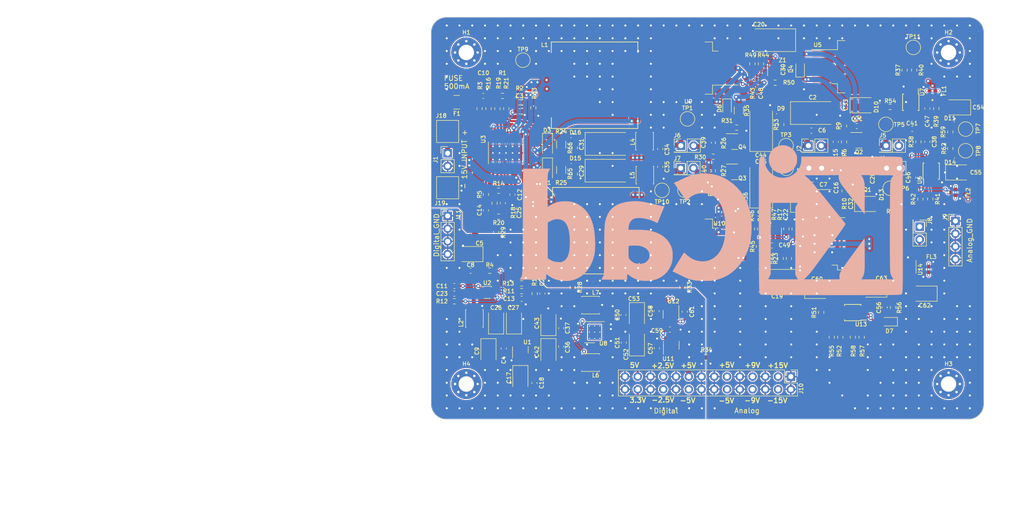
<source format=kicad_pcb>
(kicad_pcb (version 20221018) (generator pcbnew)
  (layers (0 "F.Cu" signal) (1 "In1.Cu" signal) (2 "In2.Cu" signal) (31 "B.Cu" signal) (34 "B.Paste" user) (35 "F.Paste" user) (36 "B.SilkS" user "B.Silkscreen") (37 "F.SilkS" user "F.Silkscreen") (38 "B.Mask" user) (39 "F.Mask" user) (44 "Edge.Cuts" user))
  (net 0 "")
  (net 1 "+20VDC")
  (net 2 "Net-(D3-K)")
  (net 3 "+15VDC")
  (net 4 "/ADP_EN")
  (net 5 "+15_VIN")
  (net 6 "Net-(Q1-G)")
  (net 7 "+20VDC_P")
  (net 8 "AGND")
  (net 9 "DGND")
  (net 10 "+5V_ADC")
  (net 11 "Net-(J2-C2)")
  (net 12 "Net-(C14-Pad2)")
  (net 13 "Net-(Q3-G)")
  (net 14 "Net-(J4-C2)")
  (net 15 "Net-(U7-FB)")
  (net 16 "-20VDC")
  (net 17 "Net-(FL2-IN)")
  (net 18 "Net-(C16-Pad2)")
  (net 19 "Net-(U7-NR{slash}SS)")
  (net 20 "PGND")
  (net 21 "-5V_ADC")
  (net 22 "Net-(D3-A)")
  (net 23 "Net-(J6-C2)")
  (net 24 "Net-(FL3-IN)")
  (net 25 "-20VDC_P")
  (net 26 "-15VDC")
  (net 27 "Net-(R41-Pad1)")
  (net 28 "Net-(J3-C2)")
  (net 29 "-9VDC")
  (net 30 "Net-(J5-C2)")
  (net 31 "Net-(J7-C2)")
  (net 32 "Net-(Q2-G)")
  (net 33 "Net-(Q4-G)")
  (net 34 "Net-(Z1-REF)")
  (net 35 "+5VDC_D")
  (net 36 "+5V_0.2A")
  (net 37 "+9VDC")
  (net 38 "+15VDC_P")
  (net 39 "+5VDC")
  (net 40 "-15VDC_P")
  (net 41 "-5VDC")
  (net 42 "+5VDC_D_Pos")
  (net 43 "+2.5VDC_D")
  (net 44 "Net-(Z2-REF)")
  (net 45 "-5VDC_D_Neg")
  (net 46 "-2.5VDC_D")
  (net 47 "+3.3VDC_D")
  (net 48 "Net-(U9-ADJ)")
  (net 49 "Net-(FL1-IN)")
  (net 52 "Net-(D9-A)")
  (net 53 "Net-(D10-A)")
  (net 54 "Net-(D11-A)")
  (net 55 "Net-(D12-A)")
  (net 56 "Net-(D13-A)")
  (net 57 "Net-(D14-A)")
  (net 58 "Net-(C10-Pad2)")
  (net 59 "Net-(U2-PG)")
  (net 60 "Net-(U3-VREG)")
  (net 61 "Net-(U2-SS)")
  (net 62 "Net-(U2-SW)")
  (net 63 "Net-(C23-Pad2)")
  (net 64 "Net-(C24-Pad2)")
  (net 65 "Net-(U3-VREF)")
  (net 66 "Net-(U6-NR{slash}SS)")
  (net 67 "Net-(C40-Pad2)")
  (net 68 "Net-(U6-FB)")
  (net 69 "Net-(C48-Pad1)")
  (net 70 "Net-(C48-Pad2)")
  (net 71 "Net-(C49-Pad1)")
  (net 72 "Net-(U10-GND)")
  (net 73 "Net-(U13-NR{slash}SS)")
  (net 74 "Net-(U12-NR)")
  (net 75 "Net-(D1-K)")
  (net 76 "Net-(D1-A)")
  (net 77 "Net-(J8-C2)")
  (net 78 "Net-(U3-INBK)")
  (net 79 "Net-(U8-SWP)")
  (net 80 "Net-(U8-SWN)")
  (net 81 "Net-(U3-COMP1)")
  (net 82 "Net-(U2-EN)")
  (net 83 "Net-(U3-COMP2)")
  (net 84 "Net-(U2-FB)")
  (net 85 "Net-(U2-BST)")
  (net 86 "Net-(U3-FB2)")
  (net 87 "Net-(U3-FB1)")
  (net 88 "Net-(U4-ADJ)")
  (net 89 "Net-(R18-Pad2)")
  (net 90 "Net-(R19-Pad1)")
  (net 91 "Net-(R22-Pad1)")
  (net 92 "Net-(R37-Pad1)")
  (net 93 "Net-(R43-Pad2)")
  (net 94 "Net-(R46-Pad1)")
  (net 95 "Net-(U13-BUF)")
  (net 96 "Net-(U13-FBN)")
  (net 97 "Net-(R52-Pad2)")
  (net 98 "Net-(R56-Pad1)")
  (net 99 "Net-(U13-FBP)")
  (net 105 "Net-(D15-A)")
  (net 106 "Net-(D16-A)")
  (net 107 "Net-(J1-Pin_1)")
  (footprint "CAP:FIL_NFM21PC105B1A3D" (layer "F.Cu") (at 156.516 71.056)
    (fp_text reference "FL3")
    (fp_text value "NFM21PC105B1A3D")
  )
  (footprint "Capacitor_SMD:C_0603_1608Metric" (layer "F.Cu") (at 79.617 75.882 90)
    (fp_text reference "C24")
    (fp_text value "Cap")
  )
  (footprint "Capacitor_SMD:C_0603_1608Metric" (layer "F.Cu") (at 62.091 74.358)
    (fp_text reference "C11")
    (fp_text value "Cap")
  )
  (footprint "Inductor_SMD:L_Sunlord_SWPA3010S" (layer "F.Cu") (at 99.955 45.52 -90)
    (fp_text reference "L4")
    (fp_text value "Inductor")
  )
  (footprint "Capacitor_SMD:C_0603_1608Metric" (layer "F.Cu") (at 147.762 78.622 -90)
    (fp_text reference "C56")
    (fp_text value "Cap")
  )
  (footprint "Resistor_SMD:R_0603_1608Metric" (layer "F.Cu") (at 75.49 75.374 180)
    (fp_text reference "R11")
    (fp_text value "Res1")
  )
  (footprint "Diode_SMD:D_SOD-323" (layer "F.Cu") (at 148.694 81.47 180)
    (fp_text reference "D7")
    (fp_text value "Diode 1N4148")
  )
  (footprint "Capacitor_SMD:C_0603_1608Metric" (layer "F.Cu") (at 133.18 43.42 180)
    (fp_text reference "C6")
    (fp_text value "Cap")
  )
  (footprint "Resistor_SMD:R_0603_1608Metric" (layer "F.Cu") (at 70.41 63.69 -90)
    (fp_text reference "R29")
    (fp_text value "Res1")
  )
  (footprint "Resistor_SMD:R_0603_1608Metric" (layer "F.Cu") (at 143.182 84.545 90)
    (fp_text reference "R57")
    (fp_text value "Res1")
  )
  (footprint "Package_TO_SOT_SMD:SOT-23-5" (layer "F.Cu") (at 105.274 86.1745 90)
    (fp_text reference "U11")
    (fp_text value "TPS7A2425")
  )
  (footprint "Resistor_SMD:R_0603_1608Metric" (layer "F.Cu") (at 68.378 56.133 90)
    (fp_text reference "R5")
    (fp_text value "Res1")
  )
  (footprint "Connector_PinHeader_2.54mm:PinHeader_2x01_P2.54mm_Vertical" (layer "F.Cu") (at 107.155 50.894)
    (fp_text reference "J7")
    (fp_text value "Jumper")
  )
  (footprint "Resistor_SMD:R_0603_1608Metric" (layer "F.Cu") (at 135.13 79.62 90)
    (fp_text reference "R51")
    (fp_text value "Res1")
  )
  (footprint "Resistor_SMD:R_0603_1608Metric" (layer "F.Cu") (at 114.592 45.827 -90)
    (fp_text reference "R26")
    (fp_text value "Res1")
  )
  (footprint "Resistor_SMD:R_0603_1608Metric" (layer "F.Cu") (at 122.734 66.484 -90)
    (fp_text reference "R45")
    (fp_text value "Res1")
  )
  (footprint "Capacitor_SMD:C_0603_1608Metric" (layer "F.Cu") (at 156.262 45.643 90)
    (fp_text reference "C38")
    (fp_text value "Cap")
  )
  (footprint "Package_TO_SOT_SMD:TO-263-3_TabPin2" (layer "F.Cu") (at 108.667 30.974 180)
    (fp_text reference "U9")
    (fp_text value "LM317")
  )
  (footprint "Resistor_SMD:R_0603_1608Metric" (layer "F.Cu") (at 107.494 74.612 -90)
    (fp_text reference "R33")
    (fp_text value "Res1")
  )
  (footprint "Resistor_SMD:R_0603_1608Metric" (layer "F.Cu") (at 114.592 51.42 90)
    (fp_text reference "R27")
    (fp_text value "Res1")
  )
  (footprint "Resistor_SMD:R_1206_3216Metric" (layer "F.Cu") (at 118.53 56.82 90)
    (fp_text reference "R36")
    (fp_text value "Res1")
  )
  (footprint "Capacitor_SMD:C_0603_1608Metric" (layer "F.Cu") (at 67.857 36.512 180)
    (fp_text reference "C10")
    (fp_text value "Cap")
  )
  (footprint "Resistor_SMD:R_0603_1608Metric" (layer "F.Cu") (at 142.219 51.165 180)
    (fp_text reference "R8")
    (fp_text value "Res1")
  )
  (footprint "Capacitor_Tantalum_SMD:CP_EIA-3528-12_Kemet-T" (layer "F.Cu") (at 144.23 58.02)
    (fp_text reference "C32")
    (fp_text value "Cap Pol1")
  )
  (footprint "Capacitor_SMD:C_0603_1608Metric" (layer "F.Cu") (at 65.33 71.31 180)
    (fp_text reference "C8")
    (fp_text value "Cap")
  )
  (footprint "Inductor_SMD:L_Sunlord_SWPA3010S" (layer "F.Cu") (at 89.206 89.598)
    (fp_text reference "L6")
    (fp_text value "Inductor" hide)
  )
  (footprint "Resistor_SMD:R_0603_1608Metric" (layer "F.Cu") (at 70.918 60.558)
    (fp_text reference "R20")
    (fp_text value "Res1")
  )
  (footprint "Connector_PinHeader_2.54mm:PinHeader_2x01_P2.54mm_Vertical" (layer "F.Cu") (at 107.19 46.418)
    (fp_text reference "J6")
    (fp_text value "Jumper")
  )
  (footprint "Capacitor_SMD:C_0603_1608Metric" (layer "F.Cu") (at 71.934 86.804 -90)
    (fp_text reference "C4")
    (fp_text value "Cap")
  )
  (footprint "Resistor_SMD:R_0603_1608Metric" (layer "F.Cu") (at 69.14 71.31 180)
    (fp_text reference "R4")
    (fp_text value "Res1")
  )
  (footprint "LED_SMD:LED_0201_0603Metric" (layer "F.Cu") (at 160.802 48.874 180)
    (fp_text reference "D14")
    (fp_text value "LED")
  )
  (footprint "Diode_SMD:D_SOD-323" (layer "F.Cu") (at 116.33 57.52 -90)
    (fp_text reference "D5")
    (fp_text value "Diode 1N4148")
  )
  (footprint "Connector_PinHeader_2.54mm:PinHeader_2x01_P2.54mm_Vertical" (layer "F.Cu") (at 154.73 62.545 -90)
    (fp_text reference "J8")
    (fp_text value "Jumper")
  )
  (footprint "Resistor_SMD:R_0603_1608Metric" (layer "F.Cu") (at 160.834 43.687 90)
    (fp_text reference "R59")
    (fp_text value "220R")
  )
  (footprint "Capacitor_Tantalum_SMD:CP_EIA-3528-12_Kemet-T" (layer "F.Cu") (at 143.33 38.37)
    (fp_text reference "C33")
    (fp_text value "Cap Pol1")
  )
  (footprint "TestPoint:TestPoint_Pad_D2.5mm" (layer "F.Cu") (at 108.002 55.308)
    (fp_text reference "TP2")
    (fp_text value "TestPoint")
  )
  (footprint "Capacitor_Tantalum_SMD:CP_EIA-7343-20_Kemet-V" (layer "F.Cu") (at 123.18 43.17 90)
    (fp_text reference "C44")
    (fp_text value "Tan")
  )
  (footprint "Resistor_SMD:R_0603_1608Metric" (layer "F.Cu") (at 154.88 57.07 90)
    (fp_text reference "R42")
    (fp_text value "Res1")
  )
  (footprint "Connector_PinHeader_2.54mm:PinHeader_2x01_P2.54mm_Vertical" (layer "F.Cu") (at 148.134 50.894)
    (fp_text reference "J4")
    (fp_text value "Jumper")
  )
  (footprint "Resistor_SMD:R_0603_1608Metric" (layer "F.Cu") (at 137.23 84.545 -90)
    (fp_text reference "R55")
    (fp_text value "Res1")
  )
  (footprint "Capacitor_Tantalum_SMD:CP_EIA-3528-12_Kemet-T" (layer "F.Cu") (at 65.33 68.008 180)
    (fp_text reference "C5")
    (fp_text value "Cap Pol1")
  )
  (footprint "Capacitor_Tantalum_SMD:CP_EIA-3528-12_Kemet-T" (layer "F.Cu") (at 73.966 81.4565 90)
    (fp_text reference "C27")
    (fp_text value "Cap Pol1")
  )
  (footprint "Diode_SMD:D_SOD-123" (layer "F.Cu") (at 80.63 46.32 -90)
    (fp_text reference "D3")
    (fp_text value "DFLS240")
  )
  (footprint "MountingHole:MountingHole_3mm_Pad_Via" (layer "F.Cu") (at 64.48 27.87)
    (fp_text reference "H1")
    (fp_text value "MountingHole")
  )
  (footprint "Resistor_SMD:R_0603_1608Metric" (layer "F.Cu") (at 122.988 62.992 -90)
    (fp_text reference "R48")
    (fp_text value "Res1")
  )
  (footprint "Capacitor_SMD:C_0603_1608Metric" (layer "F.Cu") (at 133.43 54.17)
    (fp_text reference "C7")
    (fp_text value "Cap")
  )
  (footprint "Capacitor_Tantalum_SMD:CP_EIA-7343-20_Kemet-V" (layer "F.Cu") (at 126.3475 73.31 180)
    (fp_text reference "C19")
    (fp_text value "Cap Pol1")
  )
  (footprint "Resistor_SMD:R_0603_1608Metric" (layer "F.Cu") (at 75.095 37.779)
    (fp_text reference "R2")
    (fp_text value "Res1")
  )
  (footprint "Resistor_SMD:R_0603_1608Metric" (layer "F.Cu") (at 123.13 30.12 -90)
    (fp_text reference "R44")
    (fp_text value "Res1")
  )
  (footprint "Capacitor_SMD:C_0603_1608Metric" (layer "F.Cu") (at 112.744 51.42 90)
    (fp_text reference "C40")
    (fp_text value "Cap")
  )
  (footprint "TestPoint:TestPoint_Pad_4.0x4.0mm" (layer "F.Cu") (at 60.758 43.586)
    (fp_text reference "J18")
    (fp_text value "Conn_01x01")
  )
  (footprint "Capacitor_Tantalum_SMD:CP_EIA-7343-20_Kemet-V" (layer "F.Cu") (at 123.18 54.42 90)
    (fp_text reference "C45")
    (fp_text value "Tan")
  )
  (footprint "TestPoint:TestPoint_Pad_D2.5mm" (layer "F.Cu") (at 163.882 43.116)
    (fp_text reference "TP7")
    (fp_text value "TestPoint")
  )
  (footprint "TestPoint:TestPoint_Pad_D2.5mm" (layer "F.Cu") (at 153.468 26.86)
    (fp_text reference "TP11")
    (fp_text value "TestPoint")
  )
  (footprint "Capacitor_Tantalum_SMD:CP_EIA-7343-20_Kemet-V" (layer "F.Cu") (at 125.63 25.42 180)
    (fp_text reference "C20")
    (fp_text value "Cap Pol1")
  )
  (footprint "Capacitor_Tantalum_SMD:CP_EIA-7343-20_Kemet-V" (layer "F.Cu") (at 133.43 39.92)
    (fp_text reference "C2")
    (fp_text value "Cap Pol1")
  )
  (footprint "Connector_PinHeader_2.54mm:PinHeader_1x02_P2.54mm_Vertical" (layer "F.Cu") (at 60.758 47.937)
    (fp_text reference "J1")
    (fp_text value "Conn_01x02")
  )
  (footprint "Diode_SMD:D_SOD-323" (layer "F.Cu") (at 139.6 75.079 180)
    (fp_text reference "D8")
    (fp_text value "Diode 1N4148")
  )
  (footprint "Capacitor_SMD:C_0603_1608Metric" (layer "F.Cu") (at 68.378 59.308 90)
    (fp_text reference "C14")
    (fp_text value "Cap")
  )
  (footprint "Resistor_SMD:R_0603_1608Metric" (layer "F.Cu") (at 139.68 45.67 -90)
    (fp_text reference "R6")
    (fp_text value "Res1")
  )
  (footprint "MountingHole:MountingHole_3mm_Pad_Via" (layer "F.Cu") (at 160.48 27.87)
    (fp_text reference "H2")
    (fp_text value "MountingHole")
  )
  (footprint "Capacitor_Tantalum_SMD:CP_EIA-3528-12_Kemet-T" (layer "F.Cu") (at 68.886 87.312 -90)
    (fp_text reference "C9")
    (fp_text value "Cap Pol1")
  )
  (footprint "Connector_PinHeader_2.54mm:PinHeader_1x04_P2.54mm_Vertical" (layer "F.Cu") (at 161.85 61.414)
    (fp_text reference "J9")
    (fp_text value "Conn_01x04")
  )
  (footprint "Capacitor_SMD:C_0603_1608Metric" (layer "F.Cu") (at 145.34 50.425 90)
    (fp_text reference "C28")
    (fp_text value "Cap")
  )
  (footprint "Inductor_SMD:L_Sunlord_SWPA3010S" (layer "F.Cu") (at 89.206 78.168)
    (fp_text reference "L7")
    (fp_text value "Inductor")
  )
  (footprint "Resistor_SMD:R_0603_1608Metric" (layer "F.Cu") (at 86.08 46.863 90)
    (fp_text reference "R66")
    (fp_text value "1K")
  )
  (footprint "LED_SMD:LED_0201_0603Metric" (layer "F.Cu") (at 146.8132 38.7218 -90)
    (fp_text reference "D10")
    (fp_text value "LED")
  )
  (footprint "Resistor_SMD:R_0603_1608Metric" (layer "F.Cu") (at 149.2516 58.0872 180)
    (fp_text reference "R61")
    (fp_text value "470R")
  )
  (footprint "Resistor_SMD:R_1206_3216Metric" (layer "F.Cu") (at 83.364 51.244 -90)
    (fp_text reference "R25")
    (fp_text value "Res1")
  )
  (footprint "Inductor_SMD:L_Vishay_IHLP-6767" (layer "F.Cu") (at 90.0085 34.384)
    (fp_text reference "L1")
    (fp_text value "Inductor")
  )
  (footprint "Resistor_SMD:R_0603_1608Metric" (layer "F.Cu") (at 121.337 62.992 90)
    (fp_text reference "R46")
    (fp_text value "Res1")
  )
  (footprint "LED_SMD:LED_0201_0603Metric" (layer "F.Cu") (at 86.1975 49.974)
    (fp_text reference "D15")
    (fp_text value "LED")
  )
  (footprint "Capacitor_Tantalum_SMD:CP_EIA-7343-20_Kemet-V" (layer "F.Cu") (at 133.43 57.42)
    (fp_text reference "C1")
    (fp_text value "Cap Pol1")
  )
  (footprint "Package_SO:TSSOP-8_3x3mm_P0.65mm" (layer "F.Cu") (at 141.412 79.651 180)
    (fp_text reference "U13")
    (fp_text value "TPS7A39")
  )
  (footprint "Package_TO_SOT_SMD:SOT-583-8" (layer "F.Cu") (at 68.632 75.628)
    (fp_text reference "U2")
    (fp_text value "MP2333H")
  )
  (footprint "Resistor_SMD:R_0603_1608Metric" (layer "F.Cu") (at 121.43 30.12 90)
    (fp_text reference "R49")
    (fp_text value "Res1")
  )
  (footprint "Capacitor_SMD:C_0603_1608Metric" (layer "F.Cu") (at 73.653 56.158 90)
    (fp_text reference "C12")
    (fp_text value "Cap")
  )
  (footprint "Inductor_SMD:L_Vishay_IHLP-6767" (layer "F.Cu") (at 90.2625 63.34)
    (fp_text reference "L3")
    (fp_text value "Inductor")
  )
  (footprint "Capacitor_SMD:C_0603_1608Metric" (layer "F.Cu") (at 103.092 47.084 90)
    (fp_text reference "C34")
    (fp_text value "Cap")
  )
  (footprint "Diode_SMD:D_SOD-323" (layer "F.Cu") (at 116.384 38.72 -90)
    (fp_text reference "D6")
    (fp_text value "Diode 1N4148")
  )
  (footprint "Capacitor_SMD:C_0603_1608Metric" (layer "F.Cu") (at 138.029 45.67 -90)
    (fp_text reference "C15")
    (fp_text value "Cap")
  )
  (footprint "Capacitor_SMD:C_0603_1608Metric" (layer "F.Cu") (at 71.753 57.858 -90)
    (fp_text reference "C25")
    (fp_text value "Cap")
  )
  (footprint "Diode_SMD:D_SOD-123" (layer "F.Cu") (at 80.63 51.22 -90)
    (fp_text reference "D1")
    (fp_text value "DFLS240")
  )
  (footprint "LED_SMD:LED_0201_0603Metric" (layer "F.Cu") (at 86.1975 44.831)
    (fp_text reference "D16")
    (fp_text value "LED")
  )
  (footprint "LED_SMD:LED_0201_0603Metric" (layer "F.Cu") (at 127.433 54.673)
    (fp_text reference "D12")
    (fp_text value "LED")
  )
  (footprint "Capacitor_SMD:C_0603_1608Metric" (layer "F.Cu") (at 102.4182 86.7441 90)
    (fp_text reference "C57")
    (fp_text value "Cap")
  )
  (footprint "Fuse:Fuse_1210_3225Metric" (layer "F.Cu") (at 62.536 37.782 180)
    (fp_text reference "F1")
    (fp_text value "Fuse")
  )
  (footprint "MountingHole:MountingHole_3mm_Pad_Via" (layer "F.Cu") (at 160.48 93.87)
    (fp_text reference "H3")
    (fp_text value "MountingHole")
  )
  (footprint "Resistor_SMD:R_0603_1608Metric" (layer "F.Cu") (at 68.886 39.052 -90)
    (fp_text reference "R16")
    (fp_text value "Res1")
  )
  (footprint "TestPoint:TestPoint_Pad_D2.5mm" (layer "F.Cu") (at 108.51 41.084)
    (fp_text reference "TP1")
    (fp_text value "TestPoint")
  )
  (footprint "Capacitor_SMD:C_0603_1608Metric" (layer "F.Cu") (at 75.49 76.898 180)
    (fp_text reference "C13")
    (fp_text value "Cap")
  )
  (footprint "Package_TO_SOT_SMD:TO-263-3_TabPin2" (layer "F.Cu") (at 143.193 30.701)
    (fp_text reference "U5")
    (fp_text value "LM2940-9")
  )
  (footprint "Resistor_SMD:R_0603_1608Metric" (layer "F.Cu") (at 86.08 52.069 90)
    (fp_text reference "R65")
    (fp_text value "1KR")
  )
  (footprint "Capacitor_Tantalum_SMD:CP_EIA-3528-12_Kemet-T_Pad1.50x2.35mm_HandSolder" (layer "F.Cu") (at 162.257 38.798 180)
    (fp_text reference "C54")
    (fp_text value "Cap Pol1")
  )
  (footprint "Connector_PinHeader_2.54mm:PinHeader_2x14_P2.54mm_Vertical" (layer "F.Cu") (at 129.084 92.392 -90)
    (fp_text reference "J10")
    (fp_text value "Conn_02x14_Odd_Even")
  )
  (footprint "Diode_SMD:D_SOD-323" (layer "F.Cu") (at 130.93 31.145 90)
    (fp_text reference "D4")
    (fp_text value "Diode 1N4148")
  )
  (footprint "TestPoint:TestPoint_Pad_D2.5mm" (layer "F.Cu") (at 128.18 50.92 90)
    (fp_text reference "TP4")
    (fp_text value "TestPoint")
  )
  (footprint "Capacitor_SMD:C_0603_1608Metric" (layer "F.Cu") (at 83.364 82.753 90)
    (fp_text reference "C37")
    (fp_text value "Cap")
  )
  (footprint "Package_TO_SOT_SMD:TO-263-3_TabPin2" (layer "F.Cu") (at 108.667 66.23 180)
    (fp_text reference "U10")
    (fp_text value "LM337")
  )
  (footprint "TestPoint:TestPoint_Pad_D2.5mm" (layer "F.Cu") (at 75.744 29.4)
    (fp_text reference "TP9")
    (fp_text value "TestPoint")
  )
  (footprint "Capacitor_Tantalum_SMD:CP_EIA-3528-12_Kemet-T_Pad1.50x2.35mm_HandSolder" (layer "F.Cu") (at 80.824 87.465 -90)
    (fp_text reference "C42")
    (fp_text value "Cap Pol1")
  )
  (footprint "Package_TO_SOT_SMD:SOT-23" (layer "F.Cu") (at 125.655 63.432 90)
    (fp_text reference "Z2")
    (fp_text value "TL431")
  )
  (footprint "Diode_SMD:D_SOD-323" (layer "F.Cu") (at 131.03 66.6525 -90)
    (fp_text reference "D2")
    (fp_text value "Diode 1N4148")
  )
  (footprint "Package_TO_SOT_SMD:SOT-23" (layer "F.Cu") (at 142.6505 45.349)
    (fp_text reference "Q2")
    (fp_text value "AO3401")
  )
  (footprint "Package_TO_SOT_SMD:SOT-23-5" (layer "F.Cu") (at 152.452 71.056 -90)
    (fp_text reference "U14")
    (fp_text value "ADP7118(ADJ)")
  )
  (footprint "TestPoint:TestPoint_Pad_D2.5mm" (layer "F.Cu") (at 163.882 47.434)
    (fp_text reference "TP8")
    (fp_text value "TestPoint")
  )
  (footprint "Resistor_SMD:R_0603_1608Metric" (layer "F.Cu") (at 78.093 75.882 90)
    (fp_text reference "R15")
    (fp_text value "Res1")
  )
  (footprint "Resistor_SMD:R_0603_1608Metric" (layer "F.Cu") (at 118.33 42.82)
    (fp_text reference "R31")
    (fp_text value "Res1")
  )
  (footprint "Resistor_SMD:R_0603_1608Metric" (layer "F.Cu") (at 148.8452 38.7218 180)
    (fp_text reference "R54")
    (fp_text value "470R")
  )
  (footprint "Connector_PinHeader_2.54mm:PinHeader_2x01_P2.54mm_Vertical" (layer "F.Cu") (at 132.5842 46.418)
    (fp_text reference "J2")
    (fp_text value "Jumper")
  )
  (footprint "Capacitor_SMD:C_0603_1608Metric" (layer "F.Cu") (at 125.31 66.28)
    (fp_text reference "C49")
    (fp_text value "Cap")
  )
  (footprint "Resistor_SMD:R_0603_1608Metric" (layer "F.Cu") (at 127.179 42.227 90)
    (fp_text reference "R53")
    (fp_text value "750R")
  )
  (footprint "Resistor_SMD:R_0603_1608Metric" (layer "F.Cu") (at 75.49 73.85 180)
    (fp_text reference "R13")
    (fp_text value "Res1")
  )
  (footprint "Package_SON:WSON-12-1EP_4x4mm_P0.5mm_EP2.6x3mm_ThermalVias" (layer "F.Cu") (at 90.0188 83.5528 180)
    (fp_text reference "U8")
    (fp_text value "TPS65133")
  )
  (footprint "Inductor_SMD:L_Sunlord_SWPA3010S" (layer "F.Cu") (at 100.03 52.295 90)
    (fp_text reference "L5")
    (fp_text value "Inductor")
  )
  (footprint "Resistor_SMD:R_0603_1608Metric" (layer "F.Cu") (at 121.43 33.37 90)
    (fp_text reference "R43")
    (fp_text value "Res1")
  )
  (footprint "Resistor_SMD:R_0603_1608Metric" (layer "F.Cu") (at 156.83 57.02 90)
    (fp_text reference "R41")
    (fp_text value "Res1")
  )
  (footprint "LED_SMD:LED_0201_0603Metric" (layer "F.Cu") (at 147.2196 58.0872 -90)
    (fp_text reference "D13")
    (fp_text value "LED")
  )
  (footprint "Capacitor_SMD:C_0603_1608Metric" (layer "F.Cu") (at 83.364 86.423 -90)
    (fp_text reference "C36")
    (fp_text value "Cap")
  )
  (footprint "Capacitor_SMD:C_0603_1608Metric" (layer "F.Cu") (at 123.13 33.345 -90)
    (fp_text reference "C48")
    (fp_text value "Cap")
  )
  (footprint "Resistor_SMD:R_0603_1608Metric" (layer "F.Cu") (at 127.43 56.67 90)
    (fp_text reference "R60")
    (fp_text value "750R")
  )
  (footprint "Resistor_SMD:R_0603_1608Metric" (layer "F.Cu") (at 85.65 74.612 -90)
    (fp_text reference "R28")
    (fp_text value "Res1")
  )
  (footprint "Resistor_SMD:R_0603_1608Metric" (layer "F.Cu") (at 70.664 39.052 -90)
    (fp_text reference "R19")
    (fp_text value "Res1")
  )
  (footprint "Capacitor_SMD:C_0603_1608Metric" (layer "F.Cu") (at 95.7592 80.1238 -90)
    (fp_text reference "C50")
    (fp_text value "Cap")
  )
  (footprint "Capacitor_Tantalum_SMD:CP_EIA-7343-20_Kemet-V" (layer "F.Cu") (at 92.5485 46.068)
    (fp_text reference "C31")
    (fp_text value "Cap Pol1")
  )
  (footprint "Capacitor_SMD:C_0603_1608Metric" (layer "F.Cu") (at 62.091 75.882 180)
    (fp_text reference "C23")
    (fp_text value "Cap")
  )
  (footprint "Capacitor_SMD:C_0603_1608Metric" (layer "F.Cu") (at 153.468 52.768 90)
    (fp_text reference "C46")
    (fp_text value "Cap")
  )
  (footprint "CAP:FIL_NFM21PC105B1A3D" (layer "F.Cu") (at 161.88 55.72)
    (fp_text reference "FL2")
    (fp_text value "NFM21PC105B1A3D")
  )
  (footprint "LED_SMD:LED_0201_0603Metric" (layer "F.Cu") (at 160.743 41.655 180)
    (fp_text reference "D11")
    (fp_text value "LED")
  )
  (footprint "Resistor_SMD:R_0603_1608Metric" (layer "F.Cu") (at 114.542 55.371 90)
    (fp_text reference "R32")
    (fp_text value "Res1")
  )
  (footprint "Connector_PinHeader_2.54mm:PinHeader_1x04_P2.54mm_Vertical" (layer "F.Cu") (at 60.758 60.398)
    (fp_text reference "J11")
    (fp_text value "Conn_01x04")
  )
  (footprint "Resistor_SMD:R_0603_1608Metric" (layer "F.Cu") (at 71.68 36.512 180)
    (fp_text reference "R1")
    (fp_text value "Res1")
  )
  (footprint "Resistor_SMD:R_0603_1608Metric" (layer "F.Cu") (at 72.442 39.052 90)
    (fp_text reference "R21")
    (fp_text value "Res1")
  )
  (footprint "Resistor_SMD:R_0603_1608Metric" (layer "F.Cu") (at 78.43 56.82 -90)
    (fp_text reference "R64")
    (fp_text value "Res1")
  )
  (footprint "Package_SO:HTSSOP-20-1EP_4.4x6.5mm_P0.65mm_EP3.4x6.5mm_Mask2.75x3.43mm_ThermalVias_HandSolder" (layer "F.Cu") (at 72.38 47.87 -90)
    (fp_text reference "U3")
    (fp_text value "ADP5071AREZ-R7")
  )
  (footprint "LED_SMD:LED_0201_0603Metric" (layer "F.Cu") (at 127.113 40.068)
    (fp_text reference "D9")
    (fp_text value "LED")
  )
  (footprint "TestPoint:TestPoint_Pad_D2.5mm" (layer "F.Cu") (at 148.8452 54.9016)
    (fp_text reference "TP6")
    (fp_text value "TestPoint")
  )
  (footprint "Resistor_SMD:R_0603_1608Metric" (layer "F.Cu") (at 70.103 57.883 -90)
    (fp_text reference "R18")
    (fp_text value "Res1")
  )
  (footprint "Capacitor_Tantalum_SMD:CP_EIA-3528-12_Kemet-T" (layer "F.Cu") (at 134.3 75.333)
    (fp_text reference "C60")
    (fp_text value "Cap Pol1")
  )
  (footprint "Resistor_SMD:R_0603_1608Metric" (layer "F.Cu") (at 70.918 55.383)
    (fp_text reference "R14")
    (fp_text value "Res1")
  )
  (footprint "Capacitor_SMD:C_0603_1608Metric" (layer "F.Cu") (at 102.3632 79.3618 -90)
    (fp_text reference "C58")
    (fp_text value "Cap")
  )
  (footprint "Package_TO_SOT_SMD:SOT-23" (layer "F.Cu") (at 117.894 51.64)
    (fp_text reference "Q3")
    (fp_text value "AO3400")
  )
  (footprint "Resistor_SMD:R_0603_1608Metric" (layer "F.Cu") (at 141.43 84.545 -90)
    (fp_text reference "R58")
    (fp_text value "Res1")
  )
  (footprint "Capacitor_SMD:C_0603_1608Metric" (layer "F.Cu") (at 78.03 93.662 -90)
    (fp_text reference "C18")
    (fp_text value "Cap")
  )
  (footprint "Resistor_SMD:R_0603_1608Metric" (layer "F.Cu") (at 62.091 77.406)
    (fp_text reference "R12")
    (fp_text value "Res1")
  )
  (footprint "MountingHole:MountingHole_3mm_Pad_Via" (layer "F.Cu") (at 64.48 93.8652)
    (fp_text reference "H4")
    (fp_text value "MountingHole")
  )
  (footprint "Resistor_SMD:R_0603_1608Metric" (layer "F.Cu") (at 151.73 31.385 -90)
    (fp_text reference "R37")
    (fp_text value "Res1")
  )
  (footprint "CAP:FIL_NFM21PC105B1A3D" (layer "F.Cu") (at 157.278 35.496 90)
    (fp_text reference "FL1")
    (fp_text value "NFM21PC105B1A3D")
  )
  (footprint "Resistor_SMD:R_0603_1608Metric" (layer "F.Cu") (at 125.955 33.8825)
    (fp_text reference "R50")
    (fp_text value "Res1")
  )
  (footprint "Capacitor_Tantalum_SMD:CP_EIA-3528-12_Kemet-T_Pad1.50x2.35mm_HandSolder" (layer "F.Cu") (at 98.43 85.6411 90)
    (fp_text reference "C52")
    (fp_text value "Cap Pol1")
  )
  (footprint "Capacitor_SMD:C_0603_1608Metric" (layer "F.Cu") (at 75.095 39.579 180)
    (fp_text reference "C3")
    (fp_text value "Cap")
  )
  (footprint "Capacitor_SMD:C_0603_1608Metric" (layer "F.Cu") (at 156.262 39.039 90)
    (fp_text reference "C47")
    (fp_text value "Cap")
  )
  (footprint "Capacitor_Tantalum_SMD:CP_EIA-3528-12_Kemet-T" (layer "F.Cu") (at 70.41 81.4565 90)
    (fp_text reference "C26")
    (fp_text value "Cap Pol1")
  )
  (footprint "Capacitor_SMD:C_0603_1608Metric" (layer "F.Cu") (at 103.0865 50.64 90)
    (fp_text reference "C35")
    (fp_text value "Cap")
  )
  (footprint "Package_TO_SOT_SMD:SOT-23-5" (layer "F.Cu") (at 105.2232 80.0023 -90)
    (fp_text reference "U12")
    (fp_text value "TPS72325")
  )
  (footprint "Resistor_SMD:R_0603_1608Metric" (layer "F.Cu") (at 112.129 88.582 180)
    (fp_text reference "R34")
    (fp_text value "Res1")
  )
  (footprint "Resistor_SMD:R_0603_1608Metric" (layer "F.Cu") (at 139.7802 55.4338 90)
    (fp_text reference "R10")
    (fp_text value "Res1")
  )
  (footprint "TestPoint:TestPoint_Pad_D2.5mm" (layer "F.Cu") (at 148.007 42.1762)
    (fp_text reference "TP5")
    (fp_text value "TestPoint")
  )
  (footprint "Resistor_SMD:R_0603_1608Metric" (layer "F.Cu") (at 138.93 84.545 -90)
    (fp_text reference "R52")
    (fp_text value "Res1")
  )
  (footprint "Capacitor_SMD:C_0603_1608Metric" (layer "F.Cu") (at 138.18 52.145 -90)
    (fp_text reference "C16")
    (fp_text value "Cap")
  )
  (footprint "Resistor_SMD:R_1206_3216Metric" (layer "F.Cu") (at 118.73 39.42 -90)
    (fp_text reference "R35")
    (fp_text value "Res1")
  )
  (footprint "Package_TO_SOT_SMD:SOT-23" (layer "F.Cu") (at 75.236 87.058 90)
    (fp_text reference "U1")
    (fp_text value "XC6206")
  )
  (footprint "Resistor_SMD:R_0603_1608Metric" (layer "F.Cu") (at 153.63 31.37 -90)
    (fp_text reference "R40")
    (fp_text value "Res1")
  )
  (footprint "Package_SO:TSSOP-8_3x3mm_P0.65mm" (layer "F.Cu") (at 152.96 37.782 -90)
    (fp_text reference "U7")
    (fp_text value "TPS7A49")
  )
  (footprint "Package_TO_SOT_SMD:SOT-23" (layer "F.Cu") (at 142.6475 53.78)
    (fp_text reference "Q1")
    (fp_text value "AO3400")
  )
  (footprint "Resistor_SMD:R_0603_1608Metric" (layer "F.Cu") (at 158.04 39.039 90)
    (fp_text reference "R39")
    (fp_text value "Res1")
  )
  (footprint "Capacitor_SMD:C_0603_1608Metric" (layer "F.Cu") (at 105.02 83.0249 180)
    (fp_text reference "C59")
    (fp_text value "Cap")
  )
  (footprint "TestPoint:TestPoint_Pad_D2.5mm" (layer "F.Cu") (at 103.43 55.308)
    (fp_text reference "TP10")
    (fp_text value "TestPoint")
  )
  (footprint "Resistor_SMD:R_0603_1608Metric" (layer "F.Cu") (at 128.7 68.88 -90)
    (fp_text reference "R23")
    (fp_text value "Res1")
  )
  (footprint "Connector_PinHeader_2.54mm:PinHeader_2x01_P2.54mm_Vertical" (layer "F.Cu") (at 148.0342 46.418)
    (fp_text reference "J5")
    (fp_text value "Jumper")
  )
  (footprint "Resistor_SMD:R_0603_1608Metric" (layer "F.Cu") (at 127.049 68.88 90)
    (fp_text reference "R22")
    (fp_text value "Res1")
  )
  (footprint "Capacitor_Tantalum_SMD:CP_EIA-3528-12_Kemet-T" (layer "F.Cu") (at 155.754 75.882 180)
    (fp_text reference "C62")
    (fp_text value "Cap Pol1")
  )
  (footprint "Capacitor_Tantalum_SMD:CP_EIA-3528-12_Kemet-T" (layer "F.Cu") (at 80.824 81.776 90)
    (fp_text reference "C43")
    (fp_text value "Cap Pol1")
  )
  (footprint "Connector_PinHeader_2.54mm:PinHeader_2x01_P2.54mm_Vertical" (layer "F.Cu") (at 132.68 50.894)
    (fp_text reference "J3")
    (fp_text value "Jumper")
  )
  (footprint "Capacitor_Tantalum_SMD:CP_EIA-3528-12_Kemet-T" (layer "F.Cu") (at 98.43 80.1238 -90)
    (fp_text reference "C53")
    (fp_text value "Cap Pol1")
  )
  (footprint "Resistor_SMD:R_0603_1608Metric" (layer "F.Cu") (at 113.63 48.62 180)
    (fp_text reference "R30")
    (fp_text value "Res1")
  )
  (footprint "Capacitor_SMD:C_0603_1608Metric" (layer "F.Cu") (at 142.23 42.52)
    (fp_text reference "C21")
    (fp_text value "Cap")
  )
  (footprint "Resistor_SMD:R_0603_1608Metric" (layer "F.Cu") (at 129.846 62.992 90)
    (fp_text reference "R17")
    (fp_text value "Res1")
  )
  (footprint "TestPoint:TestPoint_Pad_4.0x4.0mm" (layer "F.Cu") (at 60.758 54.8)
    (fp_text reference "J19")
    (fp_text value "Conn_01x01")
  )
  (footprint "Package_SO:TSSOP-8_3x3mm_P0.65mm" (layer "F.Cu") (at 157.024 51.498 90)
    (fp_text reference "U6")
    (fp_text value "TPS7A30")
  )
  (footprint "Package_TO_SOT_SMD:TO-263-5_TabPin3" (layer "F.Cu") (at 143.193 65.957)
    (fp_text reference "U4")
    (fp_text value "LM2991S")
  )
  (footprint "Resistor_SMD:R_1206_3216Metric" (layer "F.Cu") (at 83.364 46.22 90)
    (fp_text reference "R24")
    (fp_text value "Res1")
  )
  (footprint "Capacitor_SMD:C_0603_1608Metric" (layer "F.Cu") (at 128.98 31.2825 90)
    (fp_text reference "C30")
    (fp_text value "Cap")
  )
  (footprint "Resistor_SMD:R_0603_1608Metric" (layer "F.Cu") (at 160.834 46.989 -90)
    (fp_text reference "R62")
    (fp_text value "220R")
  )
  (footprint "Resistor_SMD:R_0603_1608Metric" (layer "F.Cu") (at 139.68 42.495 90)
    (fp_text reference "R9")
    (fp_text value "Res1")
  )
  (footprint "Resistor_SMD:R_0603_1608Metric" (layer "F.Cu") (at 154.484 45.656 90)
    (fp_text reference "R38")
    (fp_text value "Res1")
  )
  (footprint "Capacitor_Tantalum_SMD:CP_EIA-3528-12_Kemet-T" (layer "F.Cu") (at 162.358 51.752)
    (fp_text reference "C55")
    (fp_text value "Cap Pol1")
  )
  (footprint "Capacitor_Tantalum_SMD:CP_EIA-3528-12_Kemet-T" (layer "F.Cu") (at 75.236 92.646 -90)
    (fp_text reference "C17")
    (fp_text value "Cap Pol1")
  )
  (footprint "Package_TO_SOT_SMD:SOT-23" (layer "F.Cu") (at 126.03 30.845 90)
    (fp_text reference "Z1")
    (fp_text value "TL431")
  )
  (footprint "Capacitor_Tantalum_SMD:CP_EIA-3528-12_Kemet-T" (layer "F.Cu") (at 145.73 75.079 180)
    (fp_text reference "C63")
    (fp_text value "Cap Pol1")
  )
  (footprint "Resistor_SMD:R_0603_1608Metric" (layer "F.Cu") (at 149.422 78.622 90)
    (fp_text reference "R56")
    (fp_text value "Res1")
  )
  (footprint "Capacitor_SMD:C_0603_1608Metric" (layer "F.Cu") (at 131.497 62.992 90)
    (fp_text reference "C22")
    (fp_text value "Cap")
  )
  (footprint "Resistor_SMD:R_0603_1608Metric" (layer "F.Cu") (at 77.819 38.868 90)
    (fp_text reference "R63")
    (fp_text value "Res1")
  )
  (footprint "Resistor_SMD:R_0603_1608Metric" (layer "F.Cu") (at 139.831 52.145 -90)
    (fp_text reference "R7")
    (fp_text value "Res1")
  )
  (footprint "Inductor_SMD:L_Sunlord_SWPA3010S" (layer "F.Cu") (at 66.092 80.828 -90)
    (fp_text reference "L2")
    (fp_text value "Inductor")
  )
  (footprint "Capacitor_SMD:C_0603_1608Metric" (layer "F.Cu") (at 112.744 45.827 -90)
    (fp_text reference "C39")
    (fp_text value "Cap")
  )
  (footprint "Resistor_SMD:R_0603_1608Metric" (layer "F.Cu") (at 67.108 39.052 -90)
    (fp_text reference "R3")
    (fp_text value "Res1")
  )
  (footprint "Capacitor_SMD:C_0603_1608Metric" (layer "F.Cu") (at 95.8252 85.6411 90)
    (fp_text reference "C51")
    (fp_text value "Cap")
  )
  (footprint "Package_TO_SOT_SMD:SOT-23" (layer "F.Cu") (at 117.9025 45.607)
    (fp_text reference "Q4")
    (fp_text value "AO3401")
  )
  (footprint "Capacitor_SMD:C_0603_1608Metric" (layer "F.Cu") (at 107.9512 79.4758 -90)
    (fp_text reference "C61")
    (fp_text value "Cap")
  )
  (footprint "Capacitor_Tantalum_SMD:CP_EIA-7343-20_Kemet-V" (layer "F.Cu") (at 92.5485 51.402)
    (fp_text reference "C29")
    (fp_text value "Cap Pol1")
  )
  (footprint "Resistor_SMD:R_0603_1608Metric" (layer "F.Cu") (at 128.195 62.992 90)
    (fp_text reference "R47")
    (fp_text value "Res1")
  )
  (footprint "TestPoint:TestPoint_Pad_D2.5mm" (layer "F.Cu") (at 128.13 46.42)
    (fp_text reference "TP3")
    (fp_text value "TestPoint")
  )
  (footprint "Capacitor_SMD:C_0603_1608Metric" (layer "F.Cu") (at 153.255 43.07)
    (fp_text reference "C41")
    (fp_text value "Cap")
  )
  (footprint "Symbol:KiCad-Logo_30mm_SilkScreen" (layer "B.Cu") (at 113.2852 61.15 180)
    (fp_text reference "REF**" hide)
    (fp_text value "KiCad-Logo_30mm_SilkScreen" hide)
  )
  (gr_circle (center 160.4798 27.8701) (end 161.9798 27.8701) (stroke (width 0.1)) (fill none) (layer "Edge.Cuts"))
  (gr_line (start 60.48 20.8701) (end 164.4798 20.8701) (stroke (width 0.1)) (layer "Edge.Cuts"))
  (gr_arc (start 60.48 100.87) (mid 58.35868 99.99132) (end 57.48 97.87) (stroke (width 0.1)) (layer "Edge.Cuts"))
  (gr_arc (start 167.4798 97.87) (mid 166.60112 99.99132) (end 164.4798 100.87) (stroke (width 0.1)) (layer "Edge.Cuts"))
  (gr_line (start 164.4798 100.87) (end 60.48 100.87) (stroke (width 0.1)) (layer "Edge.Cuts"))
  (gr_arc (start 57.48 23.8701) (mid 58.35868 21.74878) (end 60.48 20.8701) (stroke (width 0.1)) (layer "Edge.Cuts"))
  (gr_line (start 57.48 97.87) (end 57.48 23.8701) (stroke (width 0.1)) (layer "Edge.Cuts"))
  (gr_line (start 167.4798 23.8701) (end 167.4798 97.87) (stroke (width 0.1)) (layer "Edge.Cuts"))
  (gr_arc (start 164.4798 20.8701) (mid 166.60112 21.74878) (end 167.4798 23.8701) (stroke (width 0.1)) (layer "Edge.Cuts"))
  (gr_circle (center 64.4798 27.8701) (end 65.9798 27.8701) (stroke (width 0.1)) (fill none) (layer "Edge.Cuts"))
  (gr_circle (center 64.4798 93.87) (end 65.9798 93.87) (stroke (width 0.1)) (fill none) (layer "Edge.Cuts"))
  (gr_circle (center 160.4798 93.87) (end 161.9798 93.87) (stroke (width 0.1)) (fill none) (layer "Edge.Cuts"))
  (gr_text "Digital" (at 101.7028 99.8088) (layer "F.SilkS") (effects (font (size 1 1)) (justify left bottom)))
  (gr_text "- 15V INPUT +\n" (at 64.695 55.181 90) (layer "F.SilkS") (effects (font (size 1 1)) (justify left bottom)))
  (gr_text "Digital_GND" (at 59.1324 68.6684 90) (layer "F.SilkS") (effects (font (size 1 1)) (justify left bottom)))
  (gr_text "Analog_GND\n" (at 165.279 69.786 90) (layer "F.SilkS") (effects (font (size 1 1)) (justify left bottom)))
  (gr_text "5V" (at 96.9276 90.7156) (layer "F.SilkS") (effects (font (size 1 1) (thickness 0.2) bold) (justify left bottom)))
  (gr_text "-9V" (at 119.7368 97.726) (layer "F.SilkS") (effects (font (size 1 1) (thickness 0.2) bold) (justify left bottom)))
  (gr_text "+9V" (at 119.7876 90.7156) (layer "F.SilkS") (effects (font (size 1 1) (thickness 0.2) bold) (justify left bottom)))
  (gr_text "3.3V" (at 96.8768 97.6752) (layer "F.SilkS") (effects (font (size 1 1) (thickness 0.2) bold) (justify left bottom)))
  (gr_text "-2.5V" (at 101.2456 97.6244) (layer "F.SilkS") (effects (font (size 1 1) (thickness 0.2) bold) (justify left bottom)))
  (gr_text "-5V" (at 114.606 97.7768) (layer "F.SilkS") (effects (font (size 1 1) (thickness 0.2) bold) (justify left bottom)))
  (gr_text "+2.5V" (at 101.1948 90.8172) (layer "F.SilkS") (effects (font (size 1 1) (thickness 0.2) bold) (justify left bottom)))
  (gr_text "-15V" (at 124.258 97.726) (layer "F.SilkS") (effects (font (size 1 1) (thickness 0.2) bold) (justify left bottom)))
  (gr_text "Analog" (at 117.7556 99.758) (layer "F.SilkS") (effects (font (size 1 1)) (justify left bottom)))
  (gr_text "FUSE\n500mA" (at 59.9452 35.1912) (layer "F.SilkS") (effects (font (size 1 1)) (justify left bottom)))
  (gr_text "-5V" (at 106.8844 97.726) (layer "F.SilkS") (effects (font (size 1 1) (thickness 0.2) bold) (justify left bottom)))
  (gr_text "+5V" (at 107.0368 90.7664) (layer "F.SilkS") (effects (font (size 1 1) (thickness 0.2) bold) (justify left bottom)))
  (gr_text "+5V" (at 114.6568 90.6648) (layer "F.SilkS") (effects (font (size 1 1) (thickness 0.2) bold) (justify left bottom)))
  (gr_text "+15V" (at 124.3596 90.7664) (layer "F.SilkS") (effects (font (size 1 1) (thickness 0.2) bold) (justify left bottom)))
  (segment (start 101.724734 46.67) (end 100.655 46.67) (width 1) (layer "F.Cu") (net 1))
  (segment (start 83.364 47.105605) (end 83.364 47.6825) (width 0.4) (layer "F.Cu") (net 1))
  (segment (start 107.19 43.33738) (end 107.19 46.418) (width 1) (layer "F.Cu") (net 1))
  (segment (start 87.428 46.665487) (end 87.428 46.820789) (width 0.4) (layer "F.Cu") (net 1))
  (segment (start 88.025487 46.068) (end 89.414786 46.068) (width 0.4) (layer "F.Cu") (net 1))
  (segment (start 95.845021 43.97) (end 92.285161 43.97) (width 1) (layer "F.Cu") (net 1))
  (segment (start 73.642027 41.53496) (end 75.307591 41.53496) (width 0.4) (layer "F.Cu") (net 1))
  (segment (start 78.883501 44.81559) (end 78.883501 45.527386) (width 0.4) (layer "F.Cu") (net 1))
  (segment (start 89.436 45.8535) (end 89.436 46.046786) (width 1) (layer "F.Cu") (net 1))
  (segment (start 72.79348 41.18348) (end 72.779643 41.169643) (width 0.4) (layer "F.Cu") (net 1))
  (segment (start 103.110778 46.32) (end 106.862903 46.32) (width 1) (layer "F.Cu") (net 1))
  (segment (start 100.655 46.67) (end 99.255 46.67) (width 1) (layer "F.Cu") (net 1))
  (segment (start 86.560789 47.688) (end 86.083889 47.688) (width 0.4) (layer "F.Cu") (net 1))
  (segment (start 77.836141 42.582319) (end 78.044935 42.791113) (width 0.4) (layer "F.Cu") (net 1))
  (segment (start 107.85 41.744) (end 108.51 41.084) (width 1) (layer "F.Cu") (net 1))
  (segment (start 102.596265 46.309) (end 103.084221 46.309) (width 1) (layer "F.Cu") (net 1))
  (segment (start 97.955 45.637998) (end 97.955 45.645735) (width 1) (layer "F.Cu") (net 1))
  (segment (start 89.587674 45.487325) (end 90.2705 44.8045) (width 1) (layer "F.Cu") (net 1))
  (segment (start 97.337001 44.587998) (end 97.649528 44.900525) (width 1) (layer "F.Cu") (net 1))
  (segment (start 99.255 46.67) (end 98.979264 46.67) (width 1) (layer "F.Cu") (net 1))
  (segment (start 89.421 46.053) (end 89.406 46.038) (width 0.4) (layer "F.Cu") (net 1))
  (segment (start 80.028114 46.672) (end 82.930394 46.672) (width 0.4) (layer "F.Cu") (net 1))
  (segment (start 106.9812 46.369) (end 107.0302 46.418) (width 1) (layer "F.Cu") (net 1))
  (segment (start 86.07061 47.6825) (end 83.364 47.6825) (width 0.4) (layer "F.Cu") (net 1))
  (segment (start 72.442 40.3545) (end 72.442 39.877) (width 0.4) (layer "F.Cu") (net 1))
  (arc (start 72.79348 41.18348) (mid 73.182796 41.443613) (end 73.642027 41.53496) (width 0.4) (layer "F.Cu") (net 1))
  (arc (start 106.9812 46.369) (mid 106.926924 46.332734) (end 106.862903 46.32) (width 1) (layer "F.Cu") (net 1))
  (arc (start 103.0975 46.3145) (mid 103.103592 46.31857) (end 103.110778 46.32) (width 1) (layer "F.Cu") (net 1))
  (arc (start 87.603 46.243) (mid 87.473481 46.436838) (end 87.428 46.665487) (width 0.4) (layer "F.Cu") (net 1))
  (arc (start 78.044935 42.791113) (mid 78.665564 43.719951) (end 78.883501 44.81559) (width 0.4) (layer "F.Cu") (net 1))
  (arc (start 97.649528 44.900525) (mid 97.87561 45.23888) (end 97.955 45.637998) (width 1) (layer "F.Cu") (net 1))
  (arc (start 78.883501 45.527386) (mid 78.970629 45.96541) (end 79.21875 46.33675) (width 0.4) (layer "F.Cu") (net 1))
  (arc (start 89.414786 46.068) (mid 89.422904 46.062575) (end 89.421 46.053) (width 0.4) (layer "F.Cu") (net 1))
  (arc (start 102.596265 46.309) (mid 102.36043 46.35591) (end 102.1605 46.4895) (width 1) (layer "F.Cu") (net 1))
  (arc (start 103.0975 46.3145) (mid 103.091407 46.310429) (end 103.084221 46.309) (width 1) (layer "F.Cu") (net 1))
  (arc (start 83.237 46.799) (mid 83.330993 46.939671) (end 83.364 47.105605) (width 0.4) (layer "F.Cu") (net 1))
  (arc (start 77.836141 42.582319) (mid 76.676032 41.807159) (end 75.307591 41.53496) (width 0.4) (layer "F.Cu") (net 1))
  (arc (start 79.21875 46.33675) (mid 79.590089 46.584871) (end 80.028114 46.672) (width 0.4) (layer "F.Cu") (net 1))
  (arc (start 86.07725 47.68525) (mid 86.074203 47.683214) (end 86.07061 47.6825) (width 0.4) (layer "F.Cu") (net 1))
  (arc (start 102.1605 46.4895) (mid 101.960568 46.623089) (end 101.724734 46.67) (width 1) (layer "F.Cu") (net 1))
  (arc (start 72.442 40.3545) (mid 72.52975 40.795652) (end 72.779643 41.169643) (width 0.4) (layer "F.Cu") (net 1))
  (arc (start 83.237 46.799) (mid 83.096328 46.705006) (end 82.930394 46.672) (width 0.4) (layer "F.Cu") (net 1))
  (arc (start 92.285161 43.97) (mid 91.194834 44.186879) (end 90.2705 44.8045) (width 1) (layer "F.Cu") (net 1))
  (arc (start 97.337001 44.587998) (mid 96.652474 44.130612) (end 95.845021 43.97) (width 1) (layer "F.Cu") (net 1))
  (arc (start 98.255 46.37) (mid 98.587295 46.592032) (end 98.979264 46.67) (width 1) (layer "F.Cu") (net 1))
  (arc (start 89.421 46.053) (mid 89.430575 46.054904) (end 89.436 46.046786) (width 0.4) (layer "F.Cu") (net 1))
  (arc (start 97.955 45.645735) (mid 98.032967 46.037704) (end 98.255 46.37) (width 1) (layer "F.Cu") (net 1))
  (arc (start 87.428 46.820789) (mid 87.361987 47.152656) (end 87.174 47.434) (width 0.4) (layer "F.Cu") (net 1))
  (arc (start 89.587674 45.487325) (mid 89.475418 45.655327) (end 89.436 45.8535) (width 1) (layer "F.Cu") (net 1))
  (arc (start 107.85 41.744) (mid 107.361528 42.475049) (end 107.19 43.33738) (width 1) (layer "F.Cu") (net 1))
  (arc (start 89.436 46.046786) (mid 89.429786 46.061786) (end 89.414786 46.068) (width 1) (layer "F.Cu") (net 1))
  (arc (start 88.025487 46.068) (mid 87.796838 46.113481) (end 87.603 46.243) (width 0.4) (layer "F.Cu") (net 1))
  (arc (start 86.07725 47.68525) (mid 86.080296 47.687285) (end 86.083889 47.688) (width 0.4) (layer "F.Cu") (net 1))
  (arc (start 87.174 47.434) (mid 86.892656 47.621987) (end 86.560789 47.688) (width 0.4) (layer "F.Cu") (net 1))
  (segment (start 83.407749 44.713749) (end 84.3575 43.763999) (width 1) (layer "F.Cu") (net 2))
  (segment (start 83.214628 44.67) (end 80.63 44.67) (width 1) (layer "F.Cu") (net 2))
  (segment (start 97.22448 42.770499) (end 86.756022 42.770499) (width 1) (layer "F.Cu") (net 2))
  (segment (start 99.155249 43.570249) (end 99.955 44.37) (width 1) (layer "F.Cu") (net 2))
  (arc (start 99.155249 43.570249) (mid 98.269404 42.978347) (end 97.22448 42.770499) (width 1) (layer "F.Cu") (net 2))
  (arc (start 83.32025 44.71375) (mid 83.27179 44.68137) (end 83.214628 44.67) (width 1) (layer "F.Cu") (net 2))
  (arc (start 83.32025 44.71375) (mid 83.363999 44.731871) (end 83.407749 44.713749) (width 1) (layer "F.Cu") (net 2))
  (arc (start 86.756022 42.770499) (mid 85.457951 43.028701) (end 84.3575 43.763999) (width 1) (layer "F.Cu") (net 2))
  (segment (start 119.8675 32.732502) (end 119.8675 32.495001) (width 1) (layer "F.Cu") (net 3))
  (segment (start 113.003176 37.160176) (end 109.592 33.749) (width 1) (layer "F.Cu") (net 3))
  (segment (start 119.699561 32.089561) (end 119.33 31.72) (width 1) (layer "F.Cu") (net 3))
  (segment (start 129.939166 43.772966) (end 132.4946 46.3284) (width 0.25) (layer "F.Cu") (net 3))
  (segment (start 128.133414 46.418) (end 132.457486 46.418) (width 1) (layer "F.Cu") (net 3))
  (segment (start 118.584 30.974) (end 116.317 30.974) (width 1) (layer "F.Cu") (net 3))
  (segment (start 114.955 37.67) (end 116.384 37.67) (width 1) (layer "F.Cu") (net 3))
  (segment (start 114.955 37.67) (end 114.234 37.67) (width 1) (layer "F.Cu") (net 3))
  (segment (start 132.405 46.112086) (end 132.405 43.42) (width 1) (layer "F.Cu") (net 3))
  (segment (start 130.3175 39.21375) (end 130.3175 40.62625) (width 1) (layer "F.Cu") (net 3))
  (segment (start 118.584 30.974) (end 119.33 31.72) (width 1) (layer "F.Cu") (net 3))
  (segment (start 122.454264 35.57) (end 126.327137 35.57) (width 1) (layer "F.Cu") (net 3))
  (segment (start 128.131 46.419) (end 128.13 46.42) (width 1) (layer "F.Cu") (net 3))
  (segment (start 128.1986 43.052) (end 127.179 43.052) (width 0.25) (layer "F.Cu") (net 3))
  (segment (start 121.73 35.27) (end 121.704003 35.244003) (width 1) (layer "F.Cu") (net 3))
  (segment (start 130.3175 39.21375) (end 130.3175 38.91375) (width 1) (layer "F.Cu") (net 3))
  (segment (start 119.8675 32.732502) (end 121.294644 34.159644) (width 1) (layer "F.Cu") (net 3))
  (segment (start 129.605973 37.195973) (end 129.14875 36.73875) (width 1) (layer "F.Cu") (net 3))
  (segment (start 121.43 34.245) (end 121.43 34.5825) (width 1) (layer "F.Cu") (net 3))
  (segment (start 130.816894 41.831894) (end 132.405 43.42) (width 1) (layer "F.Cu") (net 3))
  (via (at 114.305 37.67) (size 0.8) (drill 0.4) (layers "F.Cu" "B.Cu") (net 3))
  (via (at 119.8675 32.732502) (size 0.8) (drill 0.4) (layers "F.Cu" "B.Cu") (net 3))
  (via (at 118.584 30.974) (size 0.8) (drill 0.4) (layers "F.Cu" "B.Cu") (net 3))
  (via (at 119.33 31.72) (size 0.8) (drill 0.4) (layers "F.Cu" "B.Cu") (net 3))
  (via (at 114.955 37.67) (size 0.8) (drill 0.4) (layers "F.Cu" "B.Cu") (net 3))
  (arc (start 121.73 35.27) (mid 122.062295 35.492032) (end 122.454264 35.57) (width 1) (layer "F.Cu") (net 3))
  (arc (start 121.43 34.5825) (mid 121.501211 34.940503) (end 121.704003 35.244003) (width 1) (layer "F.Cu") (net 3))
  (arc (start 128.133414 46.418) (mid 128.132107 46.418259) (end 128.131 46.419) (width 1) (layer "F.Cu") (net 3))
  (arc (start 132.4946 46.3284) (mid 132.4946 46.3284) (end 132.4946 46.3284) (width 1) (layer "F.Cu") (net 3))
  (arc (start 130.3175 40.62625) (mid 130.447288 41.278739) (end 130.816894 41.831894) (width 1) (layer "F.Cu") (net 3))
  (arc (start 129.605973 37.195973) (mid 130.13258 37.984096) (end 130.3175 38.91375) (width 1) (layer "F.Cu") (net 3))
  (arc (start 113.003176 37.160176) (mid 113.567882 37.537501) (end 114.234 37.67) (width 1) (layer "F.Cu") (net 3))
  (arc (start 132.4946 46.3284) (mid 132.505977 46.385599) (end 132.457486 46.418) (width 0.25) (layer "F.Cu") (net 3))
  (arc (start 132.405 46.112086) (mid 132.428286 46.229154) (end 132.4946 46.3284) (width 1) (layer "F.Cu") (net 3))
  (arc (start 119.699561 32.089561) (mid 119.823854 32.275578) (end 119.8675 32.495001) (width 1) (layer "F.Cu") (net 3))
  (arc (start 132.457486 46.418) (mid 132.505977 46.385599) (end 132.4946 46.3284) (width 1) (layer "F.Cu") (net 3))
  (arc (start 121.294644 34.159644) (mid 121.333805 34.185811) (end 121.38 34.195) (width 1) (layer "F.Cu") (net 3))
  (arc (start 129.14875 36.73875) (mid 127.854183 35.873748) (end 126.327137 35.57) (width 1) (layer "F.Cu") (net 3))
  (arc (start 121.43 34.245) (mid 121.415355 34.209644) (end 121.38 34.195) (width 1) (layer "F.Cu") (net 3))
  (arc (start 129.939166 43.772966) (mid 129.140587 43.239372) (end 128.1986 43.052) (width 0.25) (layer "F.Cu") (net 3))
  (segment (start 119.33 31.72) (end 119.699561 32.089561) (width 1) (layer "B.Cu") (net 3))
  (segment (start 114.305 37.67) (end 114.305 37.2075) (width 1) (layer "B.Cu") (net 3))
  (segment (start 119.33 31.72) (end 114.632036 36.417963) (width 1) (layer "B.Cu") (net 3))
  (segment (start 119.8675 32.732502) (end 119.8675 32.495001) (width 1) (layer "B.Cu") (net 3))
  (segment (start 118.584 30.974) (end 119.33 31.72) (width 1) (layer "B.Cu") (net 3))
  (arc (start 114.632036 36.417963) (mid 114.389993 36.780205) (end 114.305 37.2075) (width 1) (layer "B.Cu") (net 3))
  (arc (start 119.699561 32.089561) (mid 119.823854 32.275578) (end 119.8675 32.495001) (width 1) (layer "B.Cu") (net 3))
  (segment (start 68.362592 43.385407) (end 68.251 43.497) (width 0.4) (layer "F.Cu") (net 4))
  (segment (start 73.317434 36.512) (end 72.505 36.512) (width 0.4) (layer "F.Cu") (net 4))
  (segment (start 73.1525 43.5725) (end 72.95 43.37) (width 0.4) (layer "F.Cu") (net 4))
  (segment (start 73.712 39.814) (end 73.918829 39.814) (width 0.4) (layer "F.Cu") (net 4))
  (segment (start 69.449025 50.736) (end 68.73721 50.736) (width 0.4) (layer "F.Cu") (net 4))
  (segment (start 70.105 42.954542) (end 70.105 45.0075) (width 0.4) (layer "F.Cu") (net 4))
  (segment (start 74.01933 36.81933) (end 73.991 36.791) (width 0.4) (layer "F.Cu") (net 4))
  (segment (start 73.355 44.061378) (end 73.355 45.0075) (width 0.4) (layer "F.Cu") (net 4))
  (segment (start 67.87 49.868789) (end 67.87 44.416815) (width 0.4) (layer "F.Cu") (net 4))
  (segment (start 74.27 37.743644) (end 74.27 37.4245) (width 0.4) (layer "F.Cu") (net 4))
  (segment (start 72.705 43.788241) (end 72.705 45.0075) (width 0.4) (layer "F.Cu") (net 4))
  (segment (start 69.013 43.116) (end 69.034789 43.116) (width 0.4) (layer "F.Cu") (net 4))
  (segment (start 69.902 42.608) (end 69.648 42.862) (width 0.4) (layer "F.Cu") (net 4))
  (segment (start 72.8275 43.4925) (end 72.95 43.37) (width 0.4) (layer "F.Cu") (net 4))
  (segment (start 69.902 42.608) (end 70.0035 42.7095) (width 0.4) (layer "F.Cu") (net 4))
  (segment (start 74.32 37.864355) (end 74.32 39.412829) (width 0.4) (layer "F.Cu") (net 4))
  (segment (start 69.45325 50.73425) (end 69.455 50.7325) (width 0.4) (layer "F.Cu") (net 4))
  (via (at 73.712 39.814) (size 0.8) (drill 0.4) (layers "F.Cu" "B.Cu") (net 4))
  (via (at 72.95 43.37) (size 0.8) (drill 0.4) (layers "F.Cu" "B.Cu") (net 4))
  (via (at 69.902 42.608) (size 0.8) (drill 0.4) (layers "F.Cu" "B.Cu") (net 4))
  (arc (start 74.01933 36.81933) (mid 74.204852 37.096984) (end 74.27 37.4245) (width 0.4) (layer "F.Cu") (net 4))
  (arc (start 74.27 37.743644) (mid 74.276497 37.776308) (end 74.295 37.804) (width 0.4) (layer "F.Cu") (net 4))
  (arc (start 70.0035 42.7095) (mid 70.078621 42.821926) (end 70.105 42.954542) (width 0.4) (layer "F.Cu") (net 4))
  (arc (start 74.2025 39.6965) (mid 74.07235 39.783462) (end 73.918829 39.814) (width 0.4) (layer "F.Cu") (net 4))
  (arc (start 73.1525 43.5725) (mid 73.302371 43.796799) (end 73.355 44.061378) (width 0.4) (layer "F.Cu") (net 4))
  (arc (start 69.013 43.116) (mid 68.661001 43.186016) (end 68.362592 43.385407) (width 0.4) (layer "F.Cu") (net 4))
  (arc (start 73.991 36.791) (mid 73.681965 36.584509) (end 73.317434 36.512) (width 0.4) (layer "F.Cu") (net 4))
  (arc (start 68.124 50.482) (mid 68.405343 50.669987) (end 68.73721 50.736) (width 0.4) (layer "F.Cu") (net 4))
  (arc (start 72.8275 43.4925) (mid 72.736836 43.628187) (end 72.705 43.788241) (width 0.4) (layer "F.Cu") (net 4))
  (arc (start 67.87 49.868789) (mid 67.936012 50.200656) (end 68.124 50.482) (width 0.4) (layer "F.Cu") (net 4))
  (arc (start 74.32 39.412829) (mid 74.289462 39.56635) (end 74.2025 39.6965) (width 0.4) (layer "F.Cu") (net 4))
  (arc (start 69.45325 50.73425) (mid 69.451311 50.735545) (end 69.449025 50.736) (width 0.4) (layer "F.Cu") (net 4))
  (arc (start 68.251 43.497) (mid 67.969018 43.919014) (end 67.87 44.416815) (width 0.4) (layer "F.Cu") (net 4))
  (arc (start 69.648 42.862) (mid 69.366656 43.049987) (end 69.034789 43.116) (width 0.4) (layer "F.Cu") (net 4))
  (arc (start 74.295 37.804) (mid 74.313502 37.831691) (end 74.32 37.864355) (width 0.4) (layer "F.Cu") (net 4))
  (segment (start 73.331 40.957) (end 73.077 41.211) (width 0.4) (layer "B.Cu") (net 4))
  (segment (start 72.770394 42.279604) (end 72.531802 42.518197) (width 0.4) (layer "B.Cu") (net 4))
  (segment (start 69.902 42.608) (end 72.315 42.608) (width 0.4) (layer "B.Cu") (net 4))
  (segment (start 72.95 42.481) (end 72.95 42.354) (width 0.4) (layer "B.Cu") (net 4))
  (segment (start 72.95 42.735) (end 72.95 42.989) (width 0.4) (layer "B.Cu") (net 4))
  (segment (start 72.95 42.989) (end 72.95 43.37) (width 0.4) (layer "B.Cu") (net 4))
  (segment (start 72.860197 42.772197) (end 72.785802 42.697802) (width 0.4) (layer "B.Cu") (net 4))
  (segment (start 73.712 40.216789) (end 73.712 39.814) (width 0.4) (layer "B.Cu") (net 4))
  (segment (start 72.569 42.608) (end 72.315 42.608) (width 0.4) (layer "B.Cu") (net 4))
  (segment (start 73.331 40.957) (end 73.458 40.83) (width 0.4) (layer "B.Cu") (net 4))
  (segment (start 72.95 42.481) (end 72.95 42.735) (width 0.4) (layer "B.Cu") (net 4))
  (segment (start 72.823 42.608) (end 72.569 42.608) (width 0.4) (layer "B.Cu") (net 4))
  (segment (start 72.95 41.846) (end 72.95 42.354) (width 0.4) (layer "B.Cu") (net 4))
  (segment (start 72.95 41.517605) (end 72.95 41.846) (width 0.4) (layer "B.Cu") (net 4))
  (arc (start 72.531802 42.518197) (mid 72.520399 42.575525) (end 72.569 42.608) (width 0.4) (layer "B.Cu") (net 4))
  (arc (start 72.315 42.608) (mid 72.432332 42.58466) (end 72.531802 42.518197) (width 0.4) (layer "B.Cu") (net 4))
  (arc (start 72.785802 42.697802) (mid 72.686332 42.631338) (end 72.569 42.608) (width 0.4) (layer "B.Cu") (net 4))
  (arc (start 72.569 42.608) (mid 72.569 42.608) (end 72.569 42.608) (width 0.4) (layer "B.Cu") (net 4))
  (arc (start 73.077 41.211) (mid 72.983006 41.351671) (end 72.95 41.517605) (width 0.4) (layer "B.Cu") (net 4))
  (arc (start 72.95 42.735) (mid 72.912802 42.645197) (end 72.823 42.608) (width 0.4) (layer "B.Cu") (net 4))
  (arc (start 73.712 40.216789) (mid 73.645987 40.548656) (end 73.458 40.83) (width 0.4) (layer "B.Cu") (net 4))
  (arc (start 72.95 42.989) (mid 72.92666 42.871667) (end 72.860197 42.772197) (width 0.4) (layer "B.Cu") (net 4))
  (arc (start 72.860197 42.772197) (mid 72.917525 42.7836) (end 72.95 42.735) (width 0.4) (layer "B.Cu") (net 4))
  (arc (start 72.770394 42.279604) (mid 72.903321 42.080665) (end 72.95 41.846) (width 0.4) (layer "B.Cu") (net 4))
  (arc (start 72.95 42.354) (mid 72.885051 42.256797) (end 72.770394 42.279604) (width 0.4) (layer "B.Cu") (net 4))
  (arc (start 72.823 42.608) (mid 72.912802 42.570802) (end 72.95 42.481) (width 0.4) (layer "B.Cu") (net 4))
  (segment (start 66.1055 74.187214) (end 66.1055 71.310853) (width 0.3) (layer "F.Cu") (net 5))
  (segment (start 66.105353 71.31) (end 68.315 71.31) (width 0.3) (layer "F.Cu") (net 5))
  (segment (start 74.400999 52.154499) (end 74.184299 52.3712) (width 0.4) (layer "F.Cu") (net 5))
  (segment (start 66.854 67.984954) (end 66.854 65.709235) (width 1) (layer "F.Cu") (net 5))
  (segment (start 66.105 70.99275) (end 66.105 71.309646) (width 0.3) (layer "F.Cu") (net 5))
  (segment (start 74.396868 52.763868) (end 74.076 52.443) (width 1) (layer "F.Cu") (net 5))
  (segment (start 63.936 37.336) (end 63.936 38.228) (width 1) (layer "F.Cu") (net 5))
  (segment (start 70.918 34.07721) (end 70.918 36.404452) (width 1) (layer "F.Cu") (net 5))
  (segment (start 66.8675 69.373831) (end 66.8675 68.017545) (width 0.3) (layer "F.Cu") (net 5))
  (segment (start 74.655 51.541289) (end 74.655 50.7325) (width 0.4) (layer "F.Cu") (net 5))
  (segment (start 64.251369 38.989369) (end 64.506 39.244) (width 1) (layer "F.Cu") (net 5))
  (segment (start 74.1097 52.4767) (end 74.076 52.443) (width 0.4) (layer "F.Cu") (net 5))
  (segment (start 65.076 61.416764) (end 65.076 40.620101) (width 1) (layer "F.Cu") (net 5))
  (segment (start 66.329329 70.45117) (end 66.48625 70.29425) (width 0.3) (layer "F.Cu") (net 5))
  (segment (start 67.296285 75.378) (end 67.892 75.378) (width 0.3) (layer "F.Cu") (net 5))
  (segment (start 73.355 51.470957) (end 73.355 50.7325) (width 0.4) (layer "F.Cu") (net 5))
  (segment (start 74.405 52.795) (end 74.405 52.945) (width 1) (layer "F.Cu") (net 5))
  (segment (start 74.405 52.7835) (end 74.405 52.795) (width 1) (layer "F.Cu") (net 5))
  (segment (start 63.936 34.722496) (end 63.936 37.336) (width 1) (layer "F.Cu") (net 5))
  (segment (start 70.8865 36.4805) (end 70.855 36.512) (width 1) (layer "F.Cu") (net 5))
  (segment (start 74.005 52.27159) (end 74.005 50.7325) (width 0.4) (layer "F.Cu") (net 5))
  (segment (start 65.448496 33.21) (end 70.050789 33.21) (width 1) (layer "F.Cu") (net 5))
  (segment (start 73.902006 52.450006) (end 73.6605 52.2085) (width 0.4) (layer "F.Cu") (net 5))
  (segment (start 74.855 53.545) (end 74.511066 53.201066) (width 1) (layer "F.Cu") (net 5))
  (segment (start 74.0565 52.514) (end 74.09425 52.514) (width 0.4) (layer "F.Cu") (net 5))
  (via (at 65.076 50.345) (size 0.8) (drill 0.4) (layers "F.Cu" "B.Cu") (net 5))
  (via (at 65.076 49.295) (size 0.8) (drill 0.4) (layers "F.Cu" "B.Cu") (net 5))
  (via (at 74.855 53.545) (size 0.8) (drill 0.4) (layers "F.Cu" "B.Cu") (net 5))
  (via (at 74.405 52.795) (size 0.8) (drill 0.4) (layers "F.Cu" "B.Cu") (net 5))
  (arc (start 74.405 52.945) (mid 74.432565 53.083581) (end 74.511066 53.201066) (width 1) (layer "F.Cu") (net 5))
  (arc (start 74.09425 52.514) (mid 74.114436 52.500511) (end 74.1097 52.4767) (width 0.4) (layer "F.Cu") (net 5))
  (arc (start 66.10525 71.31025) (mid 66.105435 71.310526) (end 66.1055 71.310853) (width 0.3) (layer "F.Cu") (net 5))
  (arc (start 70.918 36.404452) (mid 70.909813 36.445608) (end 70.8865 36.4805) (width 1) (layer "F.Cu") (net 5))
  (arc (start 66.1055 74.187214) (mid 66.196143 74.642908) (end 66.454273 75.029227) (width 0.3) (layer "F.Cu") (net 5))
  (arc (start 64.379 33.653) (mid 64.051131 34.143689) (end 63.936 34.722496) (width 1) (layer "F.Cu") (net 5))
  (arc (start 65.448496 33.21) (mid 64.869689 33.325131) (end 64.379 33.653) (width 1) (layer "F.Cu") (net 5))
  (arc (start 74.076 52.443) (mid 74.023452 52.364356) (end 74.005 52.27159) (width 0.4) (layer "F.Cu") (net 5))
  (arc (start 70.664 33.464) (mid 70.851987 33.745343) (end 70.918 34.07721) (width 1) (layer "F.Cu") (net 5))
  (arc (start 74.076 52.443) (mid 74.076 52.443) (end 74.076 52.443) (width 1) (layer "F.Cu") (net 5))
  (arc (start 73.902006 52.450006) (mid 73.972888 52.497368) (end 74.0565 52.514) (width 0.4) (layer "F.Cu") (net 5))
  (arc (start 74.005 52.27159) (mid 74.023452 52.364356) (end 74.076 52.443) (width 0.4) (layer "F.Cu") (net 5))
  (arc (start 63.936 38.228) (mid 64.017961 38.64005) (end 64.251369 38.989369) (width 1) (layer "F.Cu") (net 5))
  (arc (start 74.1097 52.4767) (mid 74.133511 52.481436) (end 74.147 52.46125) (width 0.4) (layer "F.Cu") (net 5))
  (arc (start 66.10525 71.31025) (mid 66.105064 71.309972) (end 66.105 71.309646) (width 0.3) (layer "F.Cu") (net 5))
  (arc (start 70.664 33.464) (mid 70.382656 33.276012) (end 70.050789 33.21) (width 1) (layer "F.Cu") (net 5))
  (arc (start 66.105 71.309646) (mid 66.105103 71.309896) (end 66.105353 71.31) (width 0.3) (layer "F.Cu") (net 5))
  (arc (start 66.329329 70.45117) (mid 66.163301 70.699649) (end 66.105 70.99275) (width 0.3) (layer "F.Cu") (net 5))
  (arc (start 74.184299 52.3712) (mid 74.156693 52.412515) (end 74.147 52.46125) (width 0.4) (layer "F.Cu") (net 5))
  (arc (start 66.8675 69.373831) (mid 66.768416 69.871958) (end 66.48625 70.29425) (width 0.3) (layer "F.Cu") (net 5))
  (arc (start 66.105353 71.31) (mid 66.105218 71.31009) (end 66.10525 71.31025) (width 0.3) (layer "F.Cu") (net 5))
  (arc (start 74.655 51.541289) (mid 74.588987 51.873156) (end 74.400999 52.154499) (width 0.4) (layer "F.Cu") (net 5))
  (arc (start 66.854 67.984954) (mid 66.855754 67.993773) (end 66.86075 68.00125) (width 1) (layer "F.Cu") (net 5))
  (arc (start 66.86075 68.00125) (mid 66.865745 68.008726) (end 66.8675 68.017545) (width 1) (layer "F.Cu") (net 5))
  (arc (start 65.076 61.416764) (mid 65.307043 62.578298) (end 65.965 63.563) (width 1) (layer "F.Cu") (net 5))
  (arc (start 74.396868 52.763868) (mid 74.402886 52.772875) (end 74.405 52.7835) (width 1) (layer "F.Cu") (net 5))
  (arc (start 65.965 63.563) (mid 66.622956 64.547701) (end 66.854 65.709235) (width 1) (layer "F.Cu") (net 5))
  (arc (start 64.506 39.244) (mid 64.927861 39.87536) (end 65.076 40.620101) (width 1) (layer "F.Cu") (net 5))
  (arc (start 66.454273 75.029227) (mid 66.840591 75.287356) (end 67.296285 75.378) (width 0.3) (layer "F.Cu") (net 5))
  (arc (start 73.355 51.470957) (mid 73.434396 51.870112) (end 73.6605 52.2085) (width 0.4) (layer "F.Cu") (net 5))
  (arc (start 74.147 52.46125) (mid 74.131549 52.498549) (end 74.09425 52.514) (width 0.4) (layer "F.Cu") (net 5))
  (segment (start 74.855 53.545) (end 70.529963 53.545) (width 1) (layer "B.Cu") (net 5))
  (segment (start 65.076 50.345) (end 66.682207 51.951207) (width 1) (layer "B.Cu") (net 5))
  (segment (start 65.076 49.295) (end 65.076 50.345) (width 1) (layer "B.Cu") (net 5))
  (segment (start 65.076 49.295) (end 66.982207 51.201207) (width 1) (layer "B.Cu") (net 5))
  (segment (start 70.829963 52.795) (end 74.405 52.795) (width 1) (layer "B.Cu") (net 5))
  (arc (start 66.682207 51.951207) (mid 68.447572 53.130786) (end 70.529963 53.545) (width 1) (layer "B.Cu") (net 5))
  (arc (start 66.982207 51.201207) (mid 68.747572 52.380786) (end 70.829963 52.795) (width 1) (layer "B.Cu") (net 5))
  (segment (start 141.71 52.735) (end 141.71 52.83) (width 0.4) (layer "F.Cu") (net 6))
  (segment (start 143.044 51.2355) (end 143.044 51.165) (width 0.4) (layer "F.Cu") (net 6))
  (segment (start 142.994148 51.355851) (end 141.777175 52.572824) (width 0.4) (layer "F.Cu") (net 6))
  (arc (start 141.777175 52.572824) (mid 141.727458 52.647231) (end 141.71 52.735) (width 0.4) (layer "F.Cu") (net 6))
  (arc (start 143.044 51.2355) (mid 143.031043 51.300633) (end 142.994148 51.355851) (width 0.4) (layer "F.Cu") (net 6))
  (segment (start 123.18 45.17625) (end 123.18 46.2825) (width 1) (layer "F.Cu") (net 7))
  (segment (start 118.73 40.8825) (end 120.452595 40.8825) (width 1) (layer "F.Cu") (net 7))
  (segment (start 113.03 30.117207) (end 113.03 34.154314) (width 1) (layer "F.Cu") (net 7))
  (segment (start 120.87015 46.2825) (end 123.18 46.2825) (width 1) (layer "F.Cu") (net 7))
  (segment (start 120.73 40.605095) (end 120.73 40.834904) (width 1) (layer "F.Cu") (net 7))
  (segment (start 117.03625 40.90125) (end 116.553352 40.418352) (width 1) (layer "F.Cu") (net 7))
  (segment (start 118.73 40.8825) (end 117.119016 40.8825) (width 1) (layer "F.Cu") (net 7))
  (segment (start 122.397763 43.287763) (end 121.048198 41.938198) (width 1) (layer "F.Cu") (net 7))
  (segment (start 120.73 40.834904) (end 120.73 41.17) (width 1) (layer "F.Cu") (net 7))
  (segment (start 120.05475 45.94475) (end 120.027066 45.917066) (width 1) (layer "F.Cu") (net 7))
  (segment (start 114.713207 28.434) (end 116.317 28.434) (width 1) (layer "F.Cu") (net 7))
  (segment (start 120.73 40.605095) (end 120.73 37.909949) (width 1) (layer "F.Cu") (net 7))
  (segment (start 118.34005 35.52) (end 114.395685 35.52) (width 1) (layer "F.Cu") (net 7))
  (segment (start 116.384 40.0095) (end 116.384 39.77) (width 1) (layer "F.Cu") (net 7))
  (segment (start 119.2785 45.607) (end 118.84 45.607) (width 1) (layer "F.Cu") (net 7))
  (arc (start 117.03625 40.90125) (mid 117.055 40.909016) (end 117.07375 40.90125) (width 1) (layer "F.Cu") (net 7))
  (arc (start 114.713207 28.434) (mid 114.069071 28.562126) (end 113.523 28.927) (width 1) (layer "F.Cu") (net 7))
  (arc (start 120.03 36.22) (mid 119.254644 35.701924) (end 118.34005 35.52) (width 1) (layer "F.Cu") (net 7))
  (arc (start 113.43 35.12) (mid 113.87306 35.416043) (end 114.395685 35.52) (width 1) (layer "F.Cu") (net 7))
  (arc (start 117.119016 40.8825) (mid 117.094518 40.887372) (end 117.07375 40.90125) (width 1) (layer "F.Cu") (net 7))
  (arc (start 116.384 40.0095) (mid 116.428013 40.230769) (end 116.553352 40.418352) (width 1) (layer "F.Cu") (net 7))
  (arc (start 122.397763 43.287763) (mid 122.976703 44.154208) (end 123.18 45.17625) (width 1) (layer "F.Cu") (net 7))
  (arc (start 120.027066 45.917066) (mid 119.683621 45.687583) (end 119.2785 45.607) (width 1) (layer "F.Cu") (net 7))
  (arc (start 120.03 36.22) (mid 120.548075 36.995355) (end 120.73 37.909949) (width 1) (layer "F.Cu") (net 7))
  (arc (start 120.73 41.17) (mid 120.812696 41.585745) (end 121.048198 41.938198) (width 1) (layer "F.Cu") (net 7))
  (arc (start 113.523 28.927) (mid 113.158126 29.473071) (end 113.03 30.117207) (width 1) (layer "F.Cu") (net 7))
  (arc (start 120.64875 40.80125) (mid 120.708883 40.711253) (end 120.73 40.605095) (width 1) (layer "F.Cu") (net 7))
  (arc (start 120.05475 45.94475) (mid 120.428858 46.194721) (end 120.87015 46.2825) (width 1) (layer "F.Cu") (net 7))
  (arc (start 120.73 40.834904) (mid 120.700618 40.790932) (end 120.64875 40.80125) (width 1) (layer "F.Cu") (net 7))
  (arc (start 113.03 34.154314) (mid 113.133956 34.676939) (end 113.43 35.12) (width 1) (layer "F.Cu") (net 7))
  (arc (start 120.64875 40.80125) (mid 120.558753 40.861383) (end 120.452595 40.8825) (width 1) (layer "F.Cu") (net 7))
  (segment (start 123.197924 40.068) (end 126.793 40.068) (width 0.25) (layer "F.Cu") (net 8))
  (segment (start 158.70638 36.37) (end 159.03 36.37) (width 0.3) (layer "F.Cu") (net 8))
  (segment (start 85.8775 44.083409) (end 85.8775 44.831) (width 0.3) (layer "F.Cu") (net 8))
  (segment (start 159.755112 46.164) (end 160.834 46.164) (width 0.4) (layer "F.Cu") (net 8))
  (segment (start 151.075637 58.0872) (end 150.0766 58.0872) (width 0.4) (layer "F.Cu") (net 8))
  (segment (start 137.355 64.245) (end 137.349 64.251) (width 0.3) (layer "F.Cu") (net 8))
  (segment (start 73.63 58.245) (end 73.6415 58.2335) (width 0.3) (layer "F.Cu") (net 8))
  (segment (start 75.87 39.614355) (end 75.87 39.893829) (width 0.3) (layer "F.Cu") (net 8))
  (segment (start 63.51 55.37) (end 63.225 55.085) (width 1) (layer "F.Cu") (net 8))
  (segment (start 161.069363 41.630636) (end 161.68 41.02) (width 0.4) (layer "F.Cu") (net 8))
  (segment (start 133.816486 64.257) (end 134.6755 64.257) (width 0.3) (layer "F.Cu") (net 8))
  (segment (start 146.8132 37.458998) (end 146.8132 38.4018) (width 0.3) (layer "F.Cu") (net 8))
  (segment (start 159.6925 53.72) (end 159.18 53.72) (width 0.3) (layer "F.Cu") (net 8))
  (segment (start 136.410499 64.257) (end 134.6755 64.257) (width 0.3) (layer "F.Cu") (net 8))
  (segment (start 131.4885 61.1285) (end 131.48 61.12) (width 0.3) (layer "F.Cu") (net 8))
  (segment (start 140.1425 41.67) (end 139.905 41.67) (width 0.4) (layer "F.Cu") (net 8))
  (segment (start 151.796909 34.911909) (end 151.53 34.645) (width 0.3) (layer "F.Cu") (net 8))
  (segment (start 75.905355 39.579) (end 77.624389 39.579) (width 0.3) (layer "F.Cu") (net 8))
  (segment (start 145.93625 56.23875) (end 146.105 56.07) (width 0.4) (layer "F.Cu") (net 8))
  (segment (start 159.791949 51.752) (end 160.8205 51.752) (width 0.3) (layer "F.Cu") (net 8))
  (segment (start 151.105 58.07) (end 151.0964 58.0786) (width 0.4) (layer "F.Cu") (net 8))
  (segment (start 76.105 40.295) (end 75.9875 40.1775) (width 0.3) (layer "F.Cu") (net 8))
  (segment (start 72.2175 48.0325) (end 72.38 47.87) (width 0.4) (layer "F.Cu") (net 8))
  (segment (start 136.406 67.657) (end 137.284514 67.657) (width 1) (layer "F.Cu") (net 8))
  (segment (start 160.963318 54.572558) (end 161.798414 55.407654) (width 0.3) (layer "F.Cu") (net 8))
  (segment (start 62.536949 54.8) (end 60.758 54.8) (width 1) (layer "F.Cu") (net 8))
  (segment (start 162.78 56.97) (end 162.78 56.91038) (width 0.3) (layer "F.Cu") (net 8))
  (segment (start 62.820086 54.8) (end 60.758 54.8) (width 1) (layer "F.Cu") (net 8))
  (segment (start 129.83 61.12) (end 129.838 61.128) (width 0.3) (layer "F.Cu") (net 8))
  (segment (start 77.507297 55.995) (end 78.43 55.995) (width 0.3) (layer "F.Cu") (net 8))
  (segment (start 138.905 40.445) (end 139.5209 41.0609) (width 0.4) (layer "F.Cu") (net 8))
  (segment (start 87.192 52.907) (end 87.205 52.92) (width 0.3) (layer "F.Cu") (net 8))
  (segment (start 140.932036 41.997036) (end 141.455 42.52) (width 0.4) (layer "F.Cu") (net 8))
  (segment (start 77.9235 39.693) (end 77.89961 39.693) (width 0.3) (layer "F.Cu") (net 8))
  (segment (start 123.187424 40.0575) (end 123.22375 40.0575) (width 0.4) (layer "F.Cu") (net 8))
  (segment (start 129.846 61.147313) (end 129.846 62.167) (width 0.3) (layer "F.Cu") (net 8))
  (segment (start 72.055 48.424809) (end 72.055 50.7325) (width 0.4) (layer "F.Cu") (net 8))
  (segment (start 142.5026 78.676) (end 143.562 78.676) (width 0.3) (layer "F.Cu") (net 8))
  (segment (start 63.315 54.595) (end 63.52 54.39) (width 1) (layer "F.Cu") (net 8))
  (segment (start 159.057088 53.648) (end 157.999 53.648) (width 0.3) (layer "F.Cu") (net 8))
  (segment (start 68.886 37.453605) (end 68.886 38.227) (width 0.4) (layer "F.Cu") (net 8))
  (segment (start 155.900619 34.745) (end 155.505 34.745) (width 0.3) (layer "F.Cu") (net 8))
  (segment (start 141.83 81.987157) (end 141.83 79.3486) (width 0.3) (layer "F.Cu") (net 8))
  (segment (start 131.497 61.14902) (end 131.497 62.217) (width 0.3) (layer "F.Cu") (net 8))
  (segment (start 124.955 38.37) (end 123.298435 40.026564) (width 0.4) (layer "F.Cu") (net 8))
  (segment (start 78.101892 39.766892) (end 78.805 40.47) (width 0.3) (layer "F.Cu") (net 8))
  (segment (start 68.631 35.196) (end 68.63 35.195) (width 0.3) (layer "F.Cu") (net 8))
  (segment (start 146.805 37.445) (end 146.8091 37.4491) (width 0.3) (layer "F.Cu") (net 8))
  (segment (start 128.195 61.230961) (end 128.195 62.167) (width 0.3) (layer "F.Cu") (net 8))
  (segment (start 145.305 48.62) (end 145.3225 48.6375) (width 0.4) (layer "F.Cu") (net 8))
  (segment (start 119.764099 42.979099) (end 120.23 43.445) (width 0.4) (layer "F.Cu") (net 8))
  (segment (start 145.34 48.679748) (end 145.34 49.65) (width 0.4) (layer "F.Cu") (net 8))
  (segment (start 114.555 57.145) (end 114.5485 57.1385) (width 0.4) (layer "F.Cu") (net 8))
  (segment (start 136.406 67.657) (end 134.68 67.657) (width 1) (layer "F.Cu") (net 8))
  (segment (start 155.455 72.545) (end 155.455 72.44638) (width 0.3) (layer "F.Cu") (net 8))
  (segment (start 159.702 46.142) (end 159.68 46.12) (width 0.4) (layer "F.Cu") (net 8))
  (segment (start 159.7835 51.7485) (end 159.78 51.745) (width 0.3) (layer "F.Cu") (net 8))
  (segment (start 87.160615 52.894) (end 86.08 52.894) (width 0.3) (layer "F.Cu") (net 8))
  (segment (start 145.7675 56.646148) (end 145.7675 58.02) (width 0.4) (layer "F.Cu") (net 8))
  (segment (start 134.68 67.657) (end 133.825485 67.657) (width 1) (layer "F.Cu") (net 8))
  (segment (start 159.144 53.684) (end 159.18 53.72) (width 0.3) (layer "F.Cu") (net 8))
  (segment (start 76.355 56.67) (end 76.6925 56.3325) (width 0.3) (layer "F.Cu") (net 8))
  (segment (start 152.405 68.67) (end 152.4285 68.6935) (width 0.3) (layer "F.Cu") (net 8))
  (segment (start 128.13 61.12) (end 128.1625 61.1525) (width 0.3) (layer "F.Cu") (net 8))
  (segment (start 141.43 82.952842) (end 141.43 83.72) (width 0.3) (layer "F.Cu") (net 8))
  (segment (start 114.542 57.122807) (end 114.542 56.196) (width 0.4) (layer "F.Cu") (net 8))
  (segment (start 85.855 44.045) (end 85.86625 44.05625) (width 0.3) (layer "F.Cu") (net 8))
  (segment (start 152.452 68.750234) (end 152.452 69.9185) (width 0.3) (layer "F.Cu") (net 8))
  (segment (start 156.597585 70.743653) (end 157.334353 70.006886) (width 0.3) (layer "F.Cu") (net 8))
  (segment (start 157.455 69.71562) (end 157.455 69.545) (width 0.3) (layer "F.Cu") (net 8))
  (segment (start 156.434413 71.368345) (end 155.524734 72.278025) (width 0.3) (layer "F.Cu") (net 8))
  (segment (start 160.567392 54.082392) (end 160.93 54.445) (width 0.3) (layer "F.Cu") (net 8))
  (segment (start 161.88 55.60462) (end 161.88 55.83538) (width 0.3) (layer "F.Cu") (net 8))
  (segment (start 136.410499 64.257) (end 137.334514 64.257) (width 0.3) (layer "F.Cu") (net 8))
  (segment (start 133.796001 64.245) (end 133.802001 64.251) (width 0.3) (layer "F.Cu") (net 8))
  (segment (start 73.653 58.205736) (end 73.653 56.933) (width 0.3) (layer "F.Cu") (net 8))
  (segment (start 160.93 54.49212) (end 160.93 54.445) (width 0.3) (layer "F.Cu") (net 8))
  (segment (start 75.92 39.493644) (end 75.92 37.779) (width 0.3) (layer "F.Cu") (net 8))
  (segment (start 68.632 35.198414) (end 68.632 36.512) (width 0.3) (layer "F.Cu") (net 8))
  (segment (start 133.805 67.645) (end 133.811 67.651) (width 1) (layer "F.Cu") (net 8))
  (segment (start 157.39338 35.496) (end 157.162619 35.496) (width 0.3) (layer "F.Cu") (net 8))
  (segment (start 161.063 41.646) (end 161.063 41.655) (width 0.4) (layer "F.Cu") (net 8))
  (segment (start 151.985 35.366) (end 151.985 35.632) (width 0.3) (layer "F.Cu") (net 8))
  (segment (start 158.153926 36.141166) (end 157.590345 35.577585) (width 0.3) (layer "F.Cu") (net 8))
  (segment (start 119.38 42.82) (end 119.155 42.82) (width 0.4) (layer "F.Cu") (net 8))
  (segment (start 137.299 67.651) (end 137.305 67.645) (width 1) (layer "F.Cu") (net 8))
  (segment (start 156.516 70.94062) (end 156.516 71.17138) (width 0.3) (layer "F.Cu") (net 8))
  (segment (start 68.632 36.840394) (end 68.632 36.512) (width 0.4) (layer "F.Cu") (net 8))
  (segment (start 162.737842 56.808603) (end 161.961586 56.032347) (width 0.3) (layer "F.Cu") (net 8))
  (segment (start 156.575984 35.024745) (end 156.965652 35.414413) (width 0.3) (layer "F.Cu") (net 8))
  (via (at 136.778786 73.3) (size 0.8) (drill 0.4) (layers "F.Cu" "B.Cu") (net 8))
  (via (at 93.598786 60.6) (size 0.8) (drill 0.4) (layers "F.Cu" "B.Cu") (net 8))
  (via (at 101.218786 25.04) (size 0.8) (drill 0.4) (layers "F.Cu" "B.Cu") (net 8))
  (via (at 93.598786 70.76) (size 0.8) (drill 0.4) (layers "F.Cu" "B.Cu") (net 8))
  (via (at 131.698786 35.2) (size 0.8) (drill 0.4) (layers "F.Cu" "B.Cu") (net 8))
  (via (at 63.51 55.37) (size 0.8) (drill 0.4) (layers "F.Cu" "B.Cu") (net 8))
  (via (at 98.678786 27.58) (size 0.8) (drill 0.4) (layers "F.Cu" "B.Cu") (net 8))
  (via (at 93.598786 25.04) (size 0.8) (drill 0.4) (layers "F.Cu" "B.Cu") (net 8))
  (via (at 68.198786 30.12) (size 0.8) (drill 0.4) (layers "F.Cu" "B.Cu") (net 8))
  (via (at 157.098786 98.7) (size 0.8) (drill 0.4) (layers "F.Cu" "B.Cu") (net 8))
  (via (at 70.738786 27.58) (size 0.8) (drill 0.4) (layers "F.Cu" "B.Cu") (net 8))
  (via (at 73.278786 27.58) (size 0.8) (drill 0.4) (layers "F.Cu" "B.Cu") (net 8))
  (via (at 113.918786 78.38) (size 0.8) (drill 0.4) (layers "F.Cu" "B.Cu") (net 8))
  (via (at 152.018786 96.16) (size 0.8) (drill 0.4) (layers "F.Cu" "B.Cu") (net 8))
  (via (at 139.318786 22.5) (size 0.8) (drill 0.4) (layers "F.Cu" "B.Cu") (net 8))
  (via (at 93.598786 63.14) (size 0.8) (drill 0.4) (layers "F.Cu" "B.Cu") (net 8))
  (via (at 149.478786 96.16) (size 0.8) (drill 0.4) (layers "F.Cu" "B.Cu") (net 8))
  (via (at 139.318786 96.16) (size 0.8) (drill 0.4) (layers "F.Cu" "B.Cu") (net 8))
  (via (at 73.278786 22.5) (size 0.8) (drill 0.4) (layers "F.Cu" "B.Cu") (net 8))
  (via (at 162.178786 98.7) (size 0.8) (drill 0.4) (layers "F.Cu" "B.Cu") (net 8))
  (via (at 111.378786 40.28) (size 0.8) (drill 0.4) (layers "F.Cu" "B.Cu") (net 8))
  (via (at 159.638786 83.46) (size 0.8) (drill 0.4) (layers "F.Cu" "B.Cu") (net 8))
  (via (at 113.918786 98.7) (size 0.8) (drill 0.4) (layers "F.Cu" "B.Cu") (net 8))
  (via (at 164.718786 93.62) (size 0.8) (drill 0.4) (layers "F.Cu" "B.Cu") (net 8))
  (via (at 118.998786 25.04) (size 0.8) (drill 0.4) (layers "F.Cu" "B.Cu") (net 8))
  (via (at 91.058786 47.9) (size 0.8) (drill 0.4) (layers "F.Cu" "B.Cu") (net 8))
  (via (at 116.458786 25.04) (size 0.8) (drill 0.4) (layers "F.Cu" "B.Cu") (net 8))
  (via (at 91.058786 60.6) (size 0.8) (drill 0.4) (layers "F.Cu" "B.Cu") (net 8))
  (via (at 157.098786 30.12) (size 0.8) (drill 0.4) (layers "F.Cu" "B.Cu") (net 8))
  (via (at 78.358786 65.68) (size 0.8) (drill 0.4) (layers "F.Cu" "B.Cu") (net 8))
  (via (at 121.538786 22.5) (size 0.8) (drill 0.4) (layers "F.Cu" "B.Cu") (net 8))
  (via (at 152.018786 83.46) (size 0.8) (drill 0.4) (layers "F.Cu" "B.Cu") (net 8))
  (via (at 134.238786 88.54) (size 0.8) (drill 0.4) (layers "F.Cu" "B.Cu") (net 8))
  (via (at 129.158786 22.5) (size 0.8) (drill 0.4) (layers "F.Cu" "B.Cu") (net 8))
  (via (at 80.898786 22.5) (size 0.8) (drill 0.4) (layers "F.Cu" "B.Cu") (net 8))
  (via (at 141.858786 22.5) (size 0.8) (drill 0.4) (layers "F.Cu" "B.Cu") (net 8))
  (via (at 118.998786 83.46) (size 0.8) (drill 0.4) (layers "F.Cu" "B.Cu") (net 8))
  (via (at 75.818786 22.5) (size 0.8) (drill 0.4) (layers "F.Cu" "B.Cu") (net 8))
  (via (at 111.378786 22.5) (size 0.8) (drill 0.4) (layers "F.Cu" "B.Cu") (net 8))
  (via (at 85.978786 58.06) (size 0.8) (drill 0.4) (layers "F.Cu" "B.Cu") (net 8))
  (via (at 164.718786 25.04) (size 0.8) (drill 0.4) (layers "F.Cu" "B.Cu") (net 8))
  (via (at 164.718786 30.12) (size 0.8) (drill 0.4) (layers "F.Cu" "B.Cu") (net 8))
  (via (at 80.898786 70.76) (size 0.8) (drill 0.4) (layers "F.Cu" "B.Cu") (net 8))
  (via (at 60.578786 32.66) (size 0.8) (drill 0.4) (layers "F.Cu" "B.Cu") (net 8))
  (via (at 98.678786 70.76) (size 0.8) (drill 0.4) (layers "F.Cu" "B.Cu") (net 8))
  (via (at 91.058786 35.2) (size 0.8) (drill 0.4) (layers "F.Cu" "B.Cu") (net 8))
  (via (at 78.358786 30.12) (size 0.8) (drill 0.4) (layers "F.Cu" "B.Cu") (net 8))
  (via (at 108.838786 22.5) (size 0.8) (drill 0.4) (layers "F.Cu" "B.Cu") (net 8))
  (via (at 91.058786 30.12) (size 0.8) (drill 0.4) (layers "F.Cu" "B.Cu") (net 8))
  (via (at 144.398786 96.16) (size 0.8) (drill 0.4) (layers "F.Cu" "B.Cu") (net 8))
  (via (at 146.938786 98.7) (size 0.8) (drill 0.4) (layers "F.Cu" "B.Cu") (net 8))
  (via (at 164.718786 78.38) (size 0.8) (drill 0.4) (layers "F.Cu" "B.Cu") (net 8))
  (via (at 80.898786 25.04) (size 0.8) (drill 0.4) (layers "F.Cu" "B.Cu") (net 8))
  (via (at 101.218786 32.66) (size 0.8) (drill 0.4) (layers "F.Cu" "B.Cu") (net 8))
  (via (at 155.505 34.745) (size 0.8) (drill 0.4) (layers "F.Cu" "B.Cu") (net 8))
  (via (at 98.678786 73.3) (size 0.8) (drill 0.4) (layers "F.Cu" "B.Cu") (net 8))
  (via (at 88.518786 70.76) (size 0.8) (drill 0.4) (layers "F.Cu" "B.Cu") (net 8))
  (via (at 101.218786 60.6) (size 0.8) (drill 0.4) (layers "F.Cu" "B.Cu") (net 8))
  (via (at 136.778786 91.08) (size 0.8) (drill 0.4) (layers "F.Cu" "B.Cu") (net 8))
  (via (at 152.018786 37.74) (size 0.8) (drill 0.4) (layers "F.Cu" "B.Cu") (net 8))
  (via (at 129.158786 88.54) (size 0.8) (drill 0.4) (layers "F.Cu" "B.Cu") (net 8))
  (via (at 146.938786 96.16) (size 0.8) (drill 0.4) (layers "F.Cu" "B.Cu") (net 8))
  (via (at 157.098786 60.6) (size 0.8) (drill 0.4) (layers "F.Cu" "B.Cu") (net 8))
  (via (at 157.098786 63.14) (size 0.8) (drill 0.4) (layers "F.Cu" "B.Cu") (net 8))
  (via (at 83.438786 70.76) (size 0.8) (drill 0.4) (layers "F.Cu" "B.Cu") (net 8))
  (via (at 103.758786 52.98) (size 0.8) (drill 0.4) (layers "F.Cu" "B.Cu") (net 8))
  (via (at 144.398786 88.54) (size 0.8) (drill 0.4) (layers "F.Cu" "B.Cu") (net 8))
  (via (at 83.438786 73.3) (size 0.8) (drill 0.4) (layers "F.Cu" "B.Cu") (net 8))
  (via (at 60.578786 30.12) (size 0.8) (drill 0.4) (layers "F.Cu" "B.Cu") (net 8))
  (via (at 80.898786 73.3) (size 0.8) (drill 0.4) (layers "F.Cu" "B.Cu") (net 8))
  (via (at 101.218786 42.82) (size 0.8) (drill 0.4) (layers "F.Cu" "B.Cu") (net 8))
  (via (at 159.638786 70.76) (size 0.8) (drill 0.4) (layers "F.Cu" "B.Cu") (net 8))
  (via (at 157.098786 42.82) (size 0.8) (drill 0.4) (layers "F.Cu" "B.Cu") (net 8))
  (via (at 78.358786 22.5) (size 0.8) (drill 0.4) (layers "F.Cu" "B.Cu") (net 8))
  (via (at 164.718786 98.7) (size 0.8) (drill 0.4) (layers "F.Cu" "B.Cu") (net 8))
  (via (at 162.178786 22.5) (size 0.8) (drill 0.4) (layers "F.Cu" "B.Cu") (net 8))
  (via (at 85.978786 63.14) (size 0.8) (drill 0.4) (layers "F.Cu" "B.Cu") (net 8))
  (via (at 129.158786 78.38) (size 0.8) (drill 0.4) (layers "F.Cu" "B.Cu") (net 8))
  (via (at 93.598786 22.5) (size 0.8) (drill 0.4) (layers "F.Cu" "B.Cu") (net 8))
  (via (at 118.998786 73.3) (size 0.8) (drill 0.4) (layers "F.Cu" "B.Cu") (net 8))
  (via (at 101.218786 70.76) (size 0.8) (drill 0.4) (layers "F.Cu" "B.Cu") (net 8))
  (via (at 126.618786 25.04) (size 0.8) (drill 0.4) (layers "F.Cu" "B.Cu") (net 8))
  (via (at 118.998786 78.38) (size 0.8) (drill 0.4) (layers "F.Cu" "B.Cu") (net 8))
  (via (at 124.078786 88.54) (size 0.8) (drill 0.4) (layers "F.Cu" "B.Cu") (net 8))
  (via (at 93.598786 65.68) (size 0.8) (drill 0.4) (layers "F.Cu" "B.Cu") (net 8))
  (via (at 88.518786 58.06) (size 0.8) (drill 0.4) (layers "F.Cu" "B.Cu") (net 8))
  (via (at 159.638786 58.06) (size 0.8) (drill 0.4) (layers "F.Cu" "B.Cu") (net 8))
  (via (at 111.378786 58.06) (size 0.8) (drill 0.4) (layers "F.Cu" "B.Cu") (net 8))
  (via (at 63.118786 47.9) (size 0.8) (drill 0.4) (layers "F.Cu" "B.Cu") (net 8))
  (via (at 60.578786 27.58) (size 0.8) (drill 0.4) (layers "F.Cu" "B.Cu") (net 8))
  (via (at 146.938786 93.62) (size 0.8) (drill 0.4) (layers "F.Cu" "B.Cu") (net 8))
  (via (at 146.805 37.445) (size 0.8) (drill 0.4) (layers "F.Cu" "B.Cu") (net 8))
  (via (at 152.018786 25.04) (size 0.8) (drill 0.4) (layers "F.Cu" "B.Cu") (net 8))
  (via (at 164.718786 83.46) (size 0.8) (drill 0.4) (layers "F.Cu" "B.Cu") (net 8))
  (via (at 63.118786 50.44) (size 0.8) (drill 0.4) (layers "F.Cu" "B.Cu") (net 8))
  (via (at 129.158786 86) (size 0.8) (drill 0.4) (layers "F.Cu" "B.Cu") (net 8))
  (via (at 141.858786 98.7) (size 0.8) (drill 0.4) (layers "F.Cu" "B.Cu") (net 8))
  (via (at 162.178786 86) (size 0.8) (drill 0.4) (layers "F.Cu" "B.Cu") (net 8))
  (via (at 103.758786 58.06) (size 0.8) (drill 0.4) (layers "F.Cu" "B.Cu") (net 8))
  (via (at 93.598786 27.58) (size 0.8) (drill 0.4) (layers "F.Cu" "B.Cu") (net 8))
  (via (at 129.158786 75.84) (size 0.8) (drill 0.4) (layers "F.Cu" "B.Cu") (net 8))
  (via (at 133.796001 64.245) (size 0.8) (drill 0.4) (layers "F.Cu" "B.Cu") (net 8))
  (via (at 149.478786 22.5) (size 0.8) (drill 0.4) (layers "F.Cu" "B.Cu") (net 8))
  (via (at 88.518786 68.22) (size 0.8) (drill 0.4) (layers "F.Cu" "B.Cu") (net 8))
  (via (at 152.405 68.67) (size 0.8) (drill 0.4) (layers "F.Cu" "B.Cu") (net 8))
  (via (at 93.598786 35.2) (size 0.8) (drill 0.4) (layers "F.Cu" "B.Cu") (net 8))
  (via (at 152.018786 63.14) (size 0.8) (drill 0.4) (layers "F.Cu" "B.Cu") (net 8))
  (via (at 113.918786 73.3) (size 0.8) (drill 0.4) (layers "F.Cu" "B.Cu") (net 8))
  (via (at 98.678786 22.5) (size 0.8) (drill 0.4) (layers "F.Cu" "B.Cu") (net 8))
  (via (at 101.218786 40.28) (size 0.8) (drill 0.4) (layers "F.Cu" "B.Cu") (net 8))
  (via (at 159.638786 32.66) (size 0.8) (drill 0.4) (layers "F.Cu" "B.Cu") (net 8))
  (via (at 83.438786 25.04) (size 0.8) (drill 0.4) (layers "F.Cu" "B.Cu") (net 8))
  (via (at 106.298786 37.74) (size 0.8) (drill 0.4) (layers "F.Cu" "B.Cu") (net 8))
  (via (at 73.278786 63.14) (size 0.8) (drill 0.4) (layers "F.Cu" "B.Cu") (net 8))
  (via (at 87.205 52.92) (size 0.8) (drill 0.4) (layers "F.Cu" "B.Cu") (net 8))
  (via (at 149.478786 86) (size 0.8) (drill 0.4) (layers "F.Cu" "B.Cu") (net 8))
  (via (at 162.178786 50.44) (size 0.8) (drill 0.4) (layers "F.Cu" "B.Cu") (net 8))
  (via (at 146.938786 88.54) (size 0.8) (drill 0.4) (layers "F.Cu" "B.Cu") (net 8))
  (via (at 101.218786 55.52) (size 0.8) (drill 0.4) (layers "F.Cu" "B.Cu") (net 8))
  (via (at 136.778786 88.54) (size 0.8) (drill 0.4) (layers "F.Cu" "B.Cu") (net 8))
  (via (at 136.778786 25.04) (size 0.8) (drill 0.4) (layers "F.Cu" "B.Cu") (net 8))
  (via (at 159.638786 88.54) (size 0.8) (drill 0.4) (layers "F.Cu" "B.Cu") (net 8))
  (via (at 152.018786 88.54) (size 0.8) (drill 0.4) (layers "F.Cu" "B.Cu") (net 8))
  (via (at 91.058786 73.3) (size 0.8) (drill 0.4) (layers "F.Cu" "B.Cu") (net 8))
  (via (at 159.638786 63.14) (size 0.8) (drill 0.4) (layers "F.Cu" "B.Cu") (net 8))
  (via (at 124.078786 78.38) (size 0.8) (drill 0.4) (layers "F.Cu" "B.Cu") (net 8))
  (via (at 118.998786 86) (size 0.8) (drill 0.4) (layers "F.Cu" "B.Cu") (net 8))
  (via (at 154.558786 25.04) (size 0.8) (drill 0.4) (layers "F.Cu" "B.Cu") (net 8))
  (via (at 164.718786 88.54) (size 0.8) (drill 0.4) (layers "F.Cu" "B.Cu") (net 8))
  (via (at 151.105 58.07) (size 0.8) (drill 0.4) (layers "F.Cu" "B.Cu") (net 8))
  (via (at 85.978786 60.6) (size 0.8) (drill 0.4) (layers "F.Cu" "B.Cu") (net 8))
  (via (at 116.458786 22.5) (size 0.8) (drill 0.4) (layers "F.Cu" "B.Cu") (net 8))
  (via (at 136.778786 60.6) (size 0.8) (drill 0.4) (layers "F.Cu" "B.Cu") (net 8))
  (via (at 162.178786 83.46) (size 0.8) (drill 0.4) (layers "F.Cu" "B.Cu") (net 8))
  (via (at 83.438786 22.5) (size 0.8) (drill 0.4) (layers "F.Cu" "B.Cu") (net 8))
  (via (at 129.158786 83.46) (size 0.8) (drill 0.4) (layers "F.Cu" "B.Cu") (net 8))
  (via (at 68.198786 22.5) (size 0.8) (drill 0.4) (layers "F.Cu" "B.Cu") (net 8))
  (via (at 161.68 41.02) (size 0.8) (drill 0.4) (layers "F.Cu" "B.Cu") (net 8))
  (via (at 157.098786 25.04) (size 0.8) (drill 0.4) (layers "F.Cu" "B.Cu") (net 8))
  (via (at 88.518786 60.6) (size 0.8) (drill 0.4) (layers "F.Cu" "B.Cu") (net 8))
  (via (at 108.838786 58.06) (size 0.8) (drill 0.4) (layers "F.Cu" "B.Cu") (net 8))
  (via (at 159.78 51.745) (size 0.8) (drill 0.4) (layers "F.Cu" "B.Cu") (net 8))
  (via (at 70.738786 25.04) (size 0.8) (drill 0.4) (layers "F.Cu" "B.Cu") (net 8))
  (via (at 159.03 36.37) (size 0.8) (drill 0.4) (layers "F.Cu" "B.Cu") (net 8))
  (via (at 78.358786 70.76) (size 0.8) (drill 0.4) (layers "F.Cu" "B.Cu") (net 8))
  (via (at 164.718786 91.08) (size 0.8) (drill 0.4) (layers "F.Cu" "B.Cu") (net 8))
  (via (at 96.138786 22.5) (size 0.8) (drill 0.4) (layers "F.Cu" "B.Cu") (net 8))
  (via (at 160.93 54.445) (size 0.8) (drill 0.4) (layers "F.Cu" "B.Cu") (net 8))
  (via (at 114.555 57.145) (size 0.8) (drill 0.4) (layers "F.Cu" "B.Cu") (net 8))
  (via (at 154.558786 80.92) (size 0.8) (drill 0.4) (layers "F.Cu" "B.Cu") (net 8))
  (via (at 78.805 40.47) (size 0.8) (drill 0.4) (layers "F.Cu" "B.Cu") (net 8))
  (via (at 88.518786 22.5) (size 0.8) (drill 0.4) (layers "F.Cu" "B.Cu") (net 8))
  (via (at 144.398786 86) (size 0.8) (drill 0.4) (layers "F.Cu" "B.Cu") (net 8))
  (via (at 85.855 44.045) (size 0.8) (drill 0.4) (layers "F.Cu" "B.Cu") (net 8))
  (via (at 136.778786 93.62) (size 0.8) (drill 0.4) (layers "F.Cu" "B.Cu") (net 8))
  (via (at 134.238786 86) (size 0.8) (drill 0.4) (layers "F.Cu" "B.Cu") (net 8))
  (via (at 154.558786 91.08) (size 0.8) (drill 0.4) (layers "F.Cu" "B.Cu") (net 8))
  (via (at 134.238786 52.98) (size 0.8) (drill 0.4) (layers "F.Cu" "B.Cu") (net 8))
  (via (at 113.918786 75.84) (size 0.8) (drill 0.4) (layers "F.Cu" "B.Cu") (net 8))
  (via (at 159.638786 22.5) (size 0.8) (drill 0.4) (layers "F.Cu" "B.Cu") (net 8))
  (via (at 68.63 35.195) (size 0.8) (drill 0.4) (layers "F.Cu" "B.Cu") (net 8))
  (via (at 159.18 53.72) (size 0.8) (drill 0.4) (layers "F.Cu" "B.Cu") (net 8))
  (via (at 101.218786 65.68) (size 0.8) (drill 0.4) (layers "F.Cu" "B.Cu") (net 8))
  (via (at 157.098786 86) (size 0.8) (drill 0.4) (layers "F.Cu" "B.Cu") (net 8))
  (via (at 73.63 58.245) (size 0.8) (drill 0.4) (layers "F.Cu" "B.Cu") (net 8))
  (via (at 124.078786 75.84) (size 0.8) (drill 0.4) (layers "F.Cu" "B.Cu") (net 8))
  (via (at 76.105 40.295) (size 0.8) (drill 0.4) (layers "F.Cu" "B.Cu") (net 8))
  (via (at 60.578786 25.04) (size 0.8) (drill 0.4) (layers "F.Cu" "B.Cu") (net 8))
  (via (at 63.118786 22.5) (size 0.8) (drill 0.4) (layers "F.Cu" "B.Cu") (net 8))
  (via (at 103.758786 37.74) (size 0.8) (drill 0.4) (layers "F.Cu" "B.Cu") (net 8))
  (via (at 108.838786 73.3) (size 0.8) (drill 0.4) (layers "F.Cu" "B.Cu") (net 8))
  (via (at 60.578786 58.06) (size 0.8) (drill 0.4) (layers "F.Cu" "B.Cu") (net 8))
  (via (at 103.758786 22.5) (size 0.8) (drill 0.4) (layers "F.Cu" "B.Cu") (net 8))
  (via (at 106.298786 22.5) (size 0.8) (drill 0.4) (layers "F.Cu" "B.Cu") (net 8))
  (via (at 106.298786 58.06) (size 0.8) (drill 0.4) (layers "F.Cu" "B.Cu") (net 8))
  (via (at 139.318786 47.9) (size 0.8) (drill 0.4) (layers "F.Cu" "B.Cu") (net 8))
  (via (at 164.718786 27.58) (size 0.8) (drill 0.4) (layers "F.Cu" "B.Cu") (net 8))
  (via (at 149.478786 91.08) (size 0.8) (drill 0.4) (layers "F.Cu" "B.Cu") (net 8))
  (via (at 157.098786 78.38) (size 0.8) (drill 0.4) (layers "F.Cu" "B.Cu") (net 8))
  (via (at 157.098786 88.54) (size 0.8) (drill 0.4) (layers "F.Cu" "B.Cu") (net 8))
  (via (at 101.218786 58.06) (size 0.8) (drill 0.4) (layers "F.Cu" "B.Cu") (net 8))
  (via (at 76.355 56.67) (size 0.8) (drill 0.4) (layers "F.Cu" "B.Cu") (net 8))
  (via (at 91.058786 27.58) (size 0.8) (drill 0.4) (layers "F.Cu" "B.Cu") (net 8))
  (via (at 152.018786 98.7) (size 0.8) (drill 0.4) (layers "F.Cu" "B.Cu") (net 8))
  (via (at 101.218786 68.22) (size 0.8) (drill 0.4) (layers "F.Cu" "B.Cu") (net 8))
  (via (at 103.758786 40.28) (size 0.8) (drill 0.4) (layers "F.Cu" "B.Cu") (net 8))
  (via (at 159.638786 86) (size 0.8) (drill 0.4) (layers "F.Cu" "B.Cu") (net 8))
  (via (at 111.378786 37.74) (size 0.8) (drill 0.4) (layers "F.Cu" "B.Cu") (net 8))
  (via (at 149.478786 93.62) (size 0.8) (drill 0.4) (layers "F.Cu" "B.Cu") (net 8))
  (via (at 131.698786 22.5) (size 0.8) (drill 0.4) (layers "F.Cu" "B.Cu") (net 8))
  (via (at 146.938786 86) (size 0.8) (drill 0.4) (layers "F.Cu" "B.Cu") (net 8))
  (via (at 85.978786 70.76) (size 0.8) (drill 0.4) (layers "F.Cu" "B.Cu") (net 8))
  (via (at 78.358786 68.22) (size 0.8) (drill 0.4) (layers "F.Cu" "B.Cu") (net 8))
  (via (at 88.518786 63.14) (size 0.8) (drill 0.4) (layers "F.Cu" "B.Cu") (net 8))
  (via (at 98.678786 25.04) (size 0.8) (drill 0.4) (layers "F.Cu" "B.Cu") (net 8))
  (via (at 88.518786 65.68) (size 0.8) (drill 0.4) (layers "F.Cu" "B.Cu") (net 8))
  (via (at 136.778786 52.98) (size 0.8) (drill 0.4) (layers "F.Cu" "B.Cu") (net 8))
  (via (at 152.018786 75.84) (size 0.8) (drill 0.4) (layers "F.Cu" "B.Cu") (net 8))
  (via (at 159.638786 98.7) (size 0.8) (drill 0.4) (layers "F.Cu" "B.Cu") (net 8))
  (via (at 134.238786 22.5) (size 0.8) (drill 0.4) (layers "F.Cu" "B.Cu") (net 8))
  (via (at 157.098786 22.5) (size 0.8) (drill 0.4) (layers "F.Cu" "B.Cu") (net 8))
  (via (at 91.058786 68.22) (size 0.8) (drill 0.4) (layers "F.Cu" "B.Cu") (net 8))
  (via (at 91.058786 32.66) (size 0.8) (drill 0.4) (layers "F.Cu" "B.Cu") (net 8))
  (via (at 101.218786 35.2) (size 0.8) (drill 0.4) (layers "F.Cu" "B.Cu") (net 8))
  (via (at 60.578786 35.2) (size 0.8) (drill 0.4) (layers "F.Cu" "B.Cu") (net 8))
  (via (at 154.558786 52.98) (size 0.8) (drill 0.4) (layers "F.Cu" "B.Cu") (net 8))
  (via (at 131.698786 25.04) (size 0.8) (drill 0.4) (layers "F.Cu" "B.Cu") (net 8))
  (via (at 151.53 34.645) (size 0.8) (drill 0.4) (layers "F.Cu" "B.Cu") (net 8))
  (via (at 93.598786 68.22) (size 0.8) (drill 0.4) (layers "F.Cu" "B.Cu") (net 8))
  (via (at 78.358786 60.6) (size 0.8) (drill 0.4) (layers "F.Cu" "B.Cu") (net 8))
  (via (at 113.918786 22.5) (size 0.8) (drill 0.4) (layers "F.Cu" "B.Cu") (net 8))
  (via (at 164.718786 86) (size 0.8) (drill 0.4) (layers "F.Cu" "B.Cu") (net 8))
  (via (at 159.638786 75.84) (size 0.8) (drill 0.4) (layers "F.Cu" "B.Cu") (net 8))
  (via (at 134.238786 73.3) (size 0.8) (drill 0.4) (layers "F.Cu" "B.Cu") (net 8))
  (via (at 113.082 89.8012) (size 0.8) (drill 0.4) (layers "F.Cu" "B.Cu") (net 8))
  (via (at 124.955 38.37) (size 0.8) (drill 0.4) (layers "F.Cu" "B.Cu") (net 8))
  (via (at 83.438786 27.58) (size 0.8) (drill 0.4) (layers "F.Cu" "B.Cu") (net 8))
  (via (at 78.358786 63.14) (size 0.8) (drill 0.4) (layers "F.Cu" "B.Cu") (net 8))
  (via (at 113.1328 87.3628) (size 0.8) (drill 0.4) (layers "F.Cu" "B.Cu") (net 8))
  (via (at 73.278786 25.04) (size 0.8) (drill 0.4) (layers "F.Cu" "B.Cu") (net 8))
  (via (at 96.138786 73.3) (size 0.8) (drill 0.4) (layers "F.Cu" "B.Cu") (net 8))
  (via (at 139.318786 70.76) (size 0.8) (drill 0.4) (layers "F.Cu" "B.Cu") (net 8))
  (via (at 118.998786 75.84) (size 0.8) (drill 0.4) (layers "F.Cu" "B.Cu") (net 8))
  (via (at 85.978786 32.66) (size 0.8) (drill 0.4) (layers "F.Cu" "B.Cu") (net 8))
  (via (at 93.598786 30.12) (size 0.8) (drill 0.4) (layers "F.Cu" "B.Cu") (net 8))
  (via (at 134.238786 75.84) (size 0.8) (drill 0.4) (layers "F.Cu" "B.Cu") (net 8))
  (via (at 85.978786 25.04) (size 0.8) (drill 0.4) (layers "F.Cu" "B.Cu") (net 8))
  (via (at 128.13 61.12) (size 0.8) (drill 0.4) (layers "F.Cu" "B.Cu") (net 8))
  (via (at 91.058786 70.76) (size 0.8) (drill 0.4) (layers "F.Cu" "B.Cu") (net 8))
  (via (at 136.778786 55.52) (size 0.8) (drill 0.4) (layers "F.Cu" "B.Cu") (net 8))
  (via (at 162.178786 88.54) (size 0.8) (drill 0.4) (layers "F.Cu" "B.Cu") (net 8))
  (via (at 85.978786 22.5) (size 0.8) (drill 0.4) (layers "F.Cu" "B.Cu") (net 8))
  (via (at 101.218786 63.14) (size 0.8) (drill 0.4) (layers "F.Cu" "B.Cu") (net 8))
  (via (at 133.805 67.645) (size 0.8) (drill 0.4) (layers "F.Cu" "B.Cu") (net 8))
  (via (at 111.378786 42.82) (size 0.8) (drill 0.4) (layers "F.Cu" "B.Cu") (net 8))
  (via (at 91.058786 65.68) (size 0.8) (drill 0.4) (layers "F.Cu" "B.Cu") (net 8))
  (via (at 78.358786 25.04) (size 0.8) (drill 0.4) (layers "F.Cu" "B.Cu") (net 8))
  (via (at 124.078786 70.76) (size 0.8) (drill 0.4) (layers "F.Cu" "B.Cu") (net 8))
  (via (at 93.598786 37.74) (size 0.8) (drill 0.4) (layers "F.Cu" "B.Cu") (net 8))
  (via (at 118.998786 70.76) (size 0.8) (drill 0.4) (layers "F.Cu" "B.Cu") (net 8))
  (via (at 159.638786 65.68) (size 0.8) (drill 0.4) (layers "F.Cu" "B.Cu") (net 8))
  (via (at 108.838786 37.74) (size 0.8) (drill 0.4) (layers "F.Cu" "B.Cu") (net 8))
  (via (at 85.978786 65.68) (size 0.8) (drill 0.4) (layers "F.Cu" "B.Cu") (net 8))
  (via (at 154.558786 88.54) (size 0.8) (drill 0.4) (layers "F.Cu" "B.Cu") (net 8))
  (via (at 152.018786 80.92) (size 0.8) (drill 0.4) (layers "F.Cu" "B.Cu") (net 8))
  (via (at 154.558786 78.38) (size 0.8) (drill 0.4) (layers "F.Cu" "B.Cu") (net 8))
  (via (at 101.218786 22.5) (size 0.8) (drill 0.4) (layers "F.Cu" "B.Cu") (net 8))
  (via (at 85.978786 27.58) (size 0.8) (drill 0.4) (layers "F.Cu" "B.Cu") (net 8))
  (via (at 154.558786 86) (size 0.8) (drill 0.4) (layers "F.Cu" "B.Cu") (net 8))
  (via (at 113.918786 70.76) (size 0.8) (drill 0.4) (layers "F.Cu" "B.Cu") (net 8))
  (via (at 124.078786 83.46) (size 0.8) (drill 0.4) (layers "F.Cu" "B.Cu") (net 8))
  (via (at 75.818786 63.14) (size 0.8) (drill 0.4) (layers "F.Cu" "B.Cu") (net 8))
  (via (at 154.558786 93.62) (size 0.8) (drill 0.4) (layers "F.Cu" "B.Cu") (net 8))
  (via (at 101.218786 73.3) (size 0.8) (drill 0.4) (layers "F.Cu" "B.Cu") (net 8))
  (via (at 129.158786 70.76) (size 0.8) (drill 0.4) (layers "F.Cu" "B.Cu") (net 8))
  (via (at 157.098786 91.08) (size 0.8) (drill 0.4) (layers "F.Cu" "B.Cu") (net 8))
  (via (at 164.718786 32.66) (size 0.8) (drill 0.4) (layers "F.Cu" "B.Cu") (net 8))
  (via (at 129.158786 80.92) (size 0.8) (drill 0.4) (layers "F.Cu" "B.Cu") (net 8))
  (via (at 106.298786 73.3) (size 0.8) (drill 0.4) (layers "F.Cu" "B.Cu") (net 8))
  (via (at 80.898786 27.58) (size 0.8) (drill 0.4) (layers "F.Cu" "B.Cu") (net 8))
  (via (at 93.598786 47.9) (size 0.8) (drill 0.4) (layers "F.Cu" "B.Cu") (net 8))
  (via (at 162.78 56.97) (size 0.8) (drill 0.4) (layers "F.Cu" "B.Cu") (net 8))
  (via (at 134.238786 58.06) (size 0.8) (drill 0.4) (layers "F.Cu" "B.Cu") (net 8))
  (via (at 134.238786 91.08) (size 0.8) (drill 0.4) (layers "F.Cu" "B.Cu") (net 8))
  (via (at 157.098786 96.16) (size 0.8) (drill 0.4) (layers "F.Cu" "B.Cu") (net 8))
  (via (at 88.518786 32.66) (size 0.8) (drill 0.4) (layers "F.Cu" "B.Cu") (net 8))
  (via (at 65.658786 22.5) (size 0.8) (drill 0.4) (layers "F.Cu" "B.Cu") (net 8))
  (via (at 118.998786 88.54) (size 0.8) (drill 0.4) (layers "F.Cu" "B.Cu") (net 8))
  (via (at 136.778786 22.5) (size 0.8) (drill 0.4) (layers "F.Cu" "B.Cu") (net 8))
  (via (at 137.355 64.245) (size 0.8) (drill 0.4) (layers "F.Cu" "B.Cu") (net 8))
  (via (at 126.618786 22.5) (size 0.8) (drill 0.4) (layers "F.Cu" "B.Cu") (net 8))
  (via (at 88.518786 25.04) (size 0.8) (drill 0.4) (layers "F.Cu" "B.Cu") (net 8))
  (via (at 101.218786 37.74) (size 0.8) (drill 0.4) (layers "F.Cu" "B.Cu") (net 8))
  (via (at 139.318786 25.04) (size 0.8) (drill 0.4) (layers "F.Cu" "B.Cu") (net 8))
  (via (at 91.058786 63.14) (size 0.8) (drill 0.4) (layers "F.Cu" "B.Cu") (net 8))
  (via (at 154.558786 96.16) (size 0.8) (drill 0.4) (layers "F.Cu" "B.Cu") (net 8))
  (via (at 162.178786 32.66) (size 0.8) (drill 0.4) (layers "F.Cu" "B.Cu") (net 8))
  (via (at 159.638786 60.6) (size 0.8) (drill 0.4) (layers "F.Cu" "B.Cu") (net 8))
  (via (at 129.83 61.12) (size 0.8) (drill 0.4) (layers "F.Cu" "B.Cu") (net 8))
  (via (at 88.518786 27.58) (size 0.8) (drill 0.4) (layers "F.Cu" "B.Cu") (net 8))
  (via (at 124.078786 80.92) (size 0.8) (drill 0.4) (layers "F.Cu" "B.Cu") (net 8))
  (via (at 134.238786 83.46) (size 0.8) (drill 0.4) (layers "F.Cu" "B.Cu") (net 8))
  (via (at 146.105 56.07) (size 0.8) (drill 0.4) (layers "F.Cu" "B.Cu") (net 8))
  (via (at 118.998786 22.5) (size 0.8) (drill 0.4) (layers "F.Cu" "B.Cu") (net 8))
  (via (at 154.558786 22.5) (size 0.8) (drill 0.4) (layers "F.Cu" "B.Cu") (net 8))
  (via (at 91.058786 22.5) (size 0.8) (drill 0.4) (layers "F.Cu" "B.Cu") (net 8))
  (via (at 78.358786 27.58) (size 0.8) (drill 0.4) (layers "F.Cu" "B.Cu") (net 8))
  (via (at 134.238786 55.52) (size 0.8) (drill 0.4) (layers "F.Cu" "B.Cu") (net 8))
  (via (at 103.758786 42.82) (size 0.8) (drill 0.4) (layers "F.Cu" "B.Cu") (net 8))
  (via (at 85.978786 68.22) (size 0.8) (drill 0.4) (layers "F.Cu" "B.Cu") (net 8))
  (via (at 75.818786 25.04) (size 0.8) (drill 0.4) (layers "F.Cu" "B.Cu") (net 8))
  (via (at 157.455 69.545) (size 0.8) (drill 0.4) (layers "F.Cu" "B.Cu") (net 8))
  (via (at 146.938786 22.5) (size 0.8) (drill 0.4) (layers "F.Cu" "B.Cu") (net 8))
  (via (at 120.23 43.445) (size 0.8) (drill 0.4) (layers "F.Cu" "B.Cu") (net 8))
  (via (at 154.558786 98.7) (size 0.8) (drill 0.4) (layers "F.Cu" "B.Cu") (net 8))
  (via (at 138.905 40.445) (size 0.8) (drill 0.4) (layers "F.Cu" "B.Cu") (net 8))
  (via (at 113.918786 83.46) (size 0.8) (drill 0.4) (layers "F.Cu" "B.Cu") (net 8))
  (via (at 60.578786 22.5) (size 0.8) (drill 0.4) (layers "F.Cu" "B.Cu") (net 8))
  (via (at 137.305 67.645) (size 0.8) (drill 0.4) (layers "F.Cu" "B.Cu") (net 8))
  (via (at 91.058786 25.04) (size 0.8) (drill 0.4) (layers "F.Cu" "B.Cu") (net 8))
  (via (at 80.898786 42.82) (size 0.8) (drill 0.4) (layers "F.Cu" "B.Cu") (net 8))
  (via (at 88.518786 30.12) (size 0.8) (drill 0.4) (layers "F.Cu" "B.Cu") (net 8))
  (via (at 124.078786 22.5) (size 0.8) (drill 0.4) (layers "F.Cu" "B.Cu") (net 8))
  (via (at 159.638786 73.3) (size 0.8) (drill 0.4) (layers "F.Cu" "B.Cu") (net 8))
  (via (at 159.68 46.12) (size 0.8) (drill 0.4) (layers "F.Cu" "B.Cu") (net 8))
  (via (at 93.598786 40.28) (size 0.8) (drill 0.4) (layers "F.Cu" "B.Cu") (net 8))
  (via (at 111.378786 55.52) (size 0.8) (drill 0.4) (layers "F.Cu" "B.Cu") (net 8))
  (via (at 141.858786 47.9) (size 0.8) (drill 0.4) (layers "F.Cu" "B.Cu") (net 8))
  (via (at 144.398786 22.5) (size 0.8) (drill 0.4) (layers "F.Cu" "B.Cu") (net 8))
  (via (at 96.138786 70.76) (size 0.8) (drill 0.4) (layers "F.Cu" "B.Cu") (net 8))
  (via (at 162.178786 52.98) (size 0.8) (drill 0.4) (layers "F.Cu" "B.Cu") (net 8))
  (via (at 63.52 54.39) (size 0.8) (drill 0.4) (layers "F.Cu" "B.Cu") (net 8))
  (via (at 162.178786 80.92) (size 0.8) (drill 0.4) (layers "F.Cu" "B.Cu") (net 8))
  (via (at 113.918786 80.92) (size 0.8) (drill 0.4) (layers "F.Cu" "B.Cu") (net 8))
  (via (at 164.718786 96.16) (size 0.8) (drill 0.4) (layers "F.Cu" "B.Cu") (net 8))
  (via (at 96.138786 25.04) (size 0.8) (drill 0.4) (layers "F.Cu" "B.Cu") (net 8))
  (via (at 68.198786 25.04) (size 0.8) (drill 0.4) (layers "F.Cu" "B.Cu") (net 8))
  (via (at 113.918786 40.28) (size 0.8) (drill 0.4) (layers "F.Cu" "B.Cu") (net 8))
  (via (at 152.018786 91.08) (size 0.8) (drill 0.4) (layers "F.Cu" "B.Cu") (net 8))
  (via (at 113.918786 25.04) (size 0.8) (drill 0.4) (layers "F.Cu" "B.Cu") (net 8))
  (via (at 152.018786 78.38) (size 0.8) (drill 0.4) (layers "F.Cu" "B.Cu") (net 8))
  (via (at 93.598786 32.66) (size 0.8) (drill 0.4) (layers "F.Cu" "B.Cu") (net 8))
  (via (at 157.098786 83.46) (size 0.8) (drill 0.4) (layers "F.Cu" "B.Cu") (net 8))
  (via (at 152.018786 93.62) (size 0.8) (drill 0.4) (layers "F.Cu" "B.Cu") (net 8))
  (via (at 155.455 72.545) (size 0.8) (drill 0.4) (layers "F.Cu" "B.Cu") (net 8))
  (via (at 70.738786 30.12) (size 0.8) (drill 0.4) (layers "F.Cu" "B.Cu") (net 8))
  (via (at 124.078786 27.58) (size 0.8) (drill 0.4) (layers "F.Cu" "B.Cu") (net 8))
  (via (at 93.598786 58.06) (size 0.8) (drill 0.4) (layers "F.Cu" "B.Cu") (net 8))
  (via (at 164.718786 80.92) (size 0.8) (drill 0.4) (layers "F.Cu" "B.Cu") (net 8))
  (via (at 68.198786 27.58) (size 0.8) (drill 0.4) (layers "F.Cu" "B.Cu") (net 8))
  (via (at 152.018786 22.5) (size 0.8) (drill 0.4) (layers "F.Cu" "B.Cu") (net 8))
  (via (at 145.305 48.62) (size 0.8) (drill 0.4) (layers "F.Cu" "B.Cu") (net 8))
  (via (at 144.398786 98.7) (size 0.8) (drill 0.4) (layers "F.Cu" "B.Cu") (net 8))
  (via (at 149.478786 73.3) (size 0.8) (drill 0.4) (layers "F.Cu" "B.Cu") (net 8))
  (via (at 91.058786 58.06) (size 0.8) (drill 0.4) (layers "F.Cu" "B.Cu") (net 8))
  (via (at 91.058786 37.74) (size 0.8) (drill 0.4) (layers "F.Cu" "B.Cu") (net 8))
  (via (at 101.218786 27.58) (size 0.8) (drill 0.4) (layers "F.Cu" "B.Cu") (net 8))
  (via (at 131.48 61.12) (size 0.8) (drill 0.4) (layers "F.Cu" "B.Cu") (net 8))
  (via (at 134.238786 25.04) (size 0.8) (drill 0.4) (layers "F.Cu" "B.Cu") (net 8))
  (via (at 157.098786 65.68) (size 0.8) (drill 0.4) (layers "F.Cu" "B.Cu") (net 8))
  (via (at 118.998786 80.92) (size 0.8) (drill 0.4) (layers "F.Cu" "B.Cu") (net 8))
  (via (at 103.758786 73.3) (size 0.8) (drill 0.4) (layers "F.Cu" "B.Cu") (net 8))
  (via (at 159.638786 80.92) (size 0.8) (drill 0.4) (layers "F.Cu" "B.Cu") (net 8))
  (via (at 124.078786 86) (size 0.8) (drill 0.4) (layers "F.Cu" "B.Cu") (net 8))
  (via (at 96.138786 27.58) (size 0.8) (drill 0.4) (layers "F.Cu" "B.Cu") (net 8))
  (via (at 134.238786 40.28) (size 0.8) (drill 0.4) (layers "F.Cu" "B.Cu") (net 8))
  (via (at 159.638786 68.22) (size 0.8) (drill 0.4) (layers "F.Cu" "B.Cu") (net 8))
  (via (at 149.478786 98.7) (size 0.8) (drill 0.4) (layers "F.Cu" "B.Cu") (net 8))
  (via (at 121.538786 27.58) (size 0.8) (drill 0.4) (layers "F.Cu" "B.Cu") (net 8))
  (via (at 88.518786 73.3) (size 0.8) (drill 0.4) (layers "F.Cu" "B.Cu") (net 8))
  (via (at 93.598786 73.3) (size 0.8) (drill 0.4) (layers "F.Cu" "B.Cu") (net 8))
  (via (at 152.018786 45.36) (size 0.8) (drill 0.4) (layers "F.Cu" "B.Cu") (net 8))
  (via (at 93.598786 50.44) (size 0.8) (drill 0.4) (layers "F.Cu" "B.Cu") (net 8))
  (via (at 70.738786 22.5) (size 0.8) (drill 0.4) (layers "F.Cu" "B.Cu") (net 8))
  (via (at 113.918786 42.82) (size 0.8) (drill 0.4) (layers "F.Cu" "B.Cu") (net 8))
  (via (at 164.718786 22.5) (size 0.8) (drill 0.4) (layers "F.Cu" "B.Cu") (net 8))
  (via (at 144.398786 91.08) (size 0.8) (drill 0.4) (layers "F.Cu" "B.Cu") (net 8))
  (via (at 162.178786 78.38) (size 0.8) (drill 0.4) (layers "F.Cu" "B.Cu") (net 8))
  (via (at 63.118786 58.06) (size 0.8) (drill 0.4) (layers "F.Cu" "B.Cu") (net 8))
  (via (at 85.978786 30.12) (size 0.8) (drill 0.4) (layers "F.Cu" "B.Cu") (net 8))
  (via (at 101.218786 30.12) (size 0.8) (drill 0.4) (layers "F.Cu" "B.Cu") (net 8))
  (via (at 111.378786 73.3) (size 0.8) (drill 0.4) (layers "F.Cu" "B.Cu") (net 8))
  (arc (start 145.93625 56.23875) (mid 145.811356 56.425665) (end 145.7675 56.646148) (width 0.4) (layer "F.Cu") (net 8))
  (arc (start 73.653 58.205736) (mid 73.650011 58.220761) (end 73.6415 58.2335) (width 0.3) (layer "F.Cu") (net 8))
  (arc (start 75.87 39.893829) (mid 75.900537 40.04735) (end 75.9875 40.1775) (width 0.3) (layer "F.Cu") (net 8))
  (arc (start 161.069363 41.630636) (mid 161.064653 41.637685) (end 161.063 41.646) (width 0.4) (layer "F.Cu") (net 8))
  (arc (start 156.965652 35.414413) (mid 157.056021 35.474796) (end 157.162619 35.496) (width 0.3) (layer "F.Cu") (net 8))
  (arc (start 85.86625 44.05625) (mid 85.874576 44.06871) (end 85.8775 44.083409) (width 0.3) (layer "F.Cu") (net 8))
  (arc (start 156.597585 70.743653) (mid 156.537203 70.834022) (end 156.516 70.94062) (width 0.3) (layer "F.Cu") (net 8))
  (arc (start 75.92 39.493644) (mid 75.913502 39.526308) (end 75.895 39.554) (width 0.3) (layer "F.Cu") (net 8))
  (arc (start 114.542 57.122807) (mid 114.543689 57.1313) (end 114.5485 57.1385) (width 0.4) (layer "F.Cu") (net 8))
  (arc (start 145.3225 48.6375) (mid 145.335451 48.656883) (end 145.34 48.679748) (width 0.4) (layer "F.Cu") (net 8))
  (arc (start 133.802001 64.251) (mid 133.808646 64.25544) (end 133.816486 64.257) (width 0.3) (layer "F.Cu") (net 8))
  (arc (start 75.895 39.554) (mid 75.891825 39.569959) (end 75.905355 39.579) (width 0.3) (layer "F.Cu") (net 8))
  (arc (start 157.455 69.71562) (mid 157.423644 69.873252) (end 157.334353 70.006886) (width 0.3) (layer "F.Cu") (net 8))
  (arc (start 139.5209 41.0609) (mid 139.638651 41.237126) (end 139.68 41.445) (width 0.4) (layer "F.Cu") (net 8))
  (arc (start 123.298435 40.026564) (mid 123.264169 40.049459) (end 123.22375 40.0575) (width 0.4) (layer "F.Cu") (net 8))
  (arc (start 123.18525 40.06275) (mid 123.191065 40.066635) (end 123.197924 40.068) (width 0.25) (layer "F.Cu") (net 8))
  (arc (start 146.8091 37.4491) (mid 146.812134 37.453641) (end 146.8132 37.458998) (width 0.3) (layer "F.Cu") (net 8))
  (arc (start 157.590345 35.577585) (mid 157.499976 35.517203) (end 157.39338 35.496) (width 0.3) (layer "F.Cu") (net 8))
  (arc (start 159.144 53.684) (mid 159.104124 53.657356) (end 159.057088 53.648) (width 0.3) (layer "F.Cu") (net 8))
  (arc (start 160.567392 54.082392) (mid 160.165988 53.814182) (end 159.6925 53.72) (width 0.3) (layer "F.Cu") (net 8))
  (arc (start 151.0964 58.0786) (mid 151.086874 58.084964) (end 151.075637 58.0872) (width 0.4) (layer "F.Cu") (net 8))
  (arc (start 78.101892 39.766892) (mid 78.020045 39.712203) (end 77.9235 39.693) (width 0.3) (layer "F.Cu") (net 8))
  (arc (start 151.796909 34.911909) (mid 151.936116 35.120247) (end 151.985 35.366) (width 0.3) (layer "F.Cu") (net 8))
  (arc (start 141.63 82.47) (mid 141.481978 82.691529) (end 141.43 82.952842) (width 0.3) (layer "F.Cu") (net 8))
  (arc (start 160.93 54.49212) (mid 160.938659 54.535652) (end 160.963318 54.572558) (width 0.3) (layer "F.Cu") (net 8))
  (arc (start 161.88 55.83538) (mid 161.901203 55.941977) (end 161.961586 56.032347) (width 0.3) (layer "F.Cu") (net 8))
  (arc (start 77.507297 55.995) (mid 77.066332 56.082713) (end 76.6925 56.3325) (width 0.3) (layer "F.Cu") (net 8))
  (arc (start 123.187424 40.0575) (mid 123.184583 40.059398) (end 123.18525 40.06275) (width 0.4) (layer "F.Cu") (net 8))
  (arc (start 156.575984 35.024745) (mid 156.266124 34.817703) (end 155.900619 34.745) (width 0.3) (layer "F.Cu") (net 8))
  (arc (start 155.524734 72.278025) (mid 155.473123 72.355266) (end 155.455 72.44638) (width 0.3) (layer "F.Cu") (net 8))
  (arc (start 141.83 81.987157) (mid 141.778021 82.248469) (end 141.63 82.47) (width 0.3) (layer "F.Cu") (net 8))
  (arc (start 131.4885 61.1285) (mid 131.49479 61.137914) (end 131.497 61.14902) (width 0.3) (layer "F.Cu") (net 8))
  (arc (start 137.299 67.651) (mid 137.292353 67.65544) (end 137.284514 67.657) (width 1) (layer "F.Cu") (net 8))
  (arc (start 68.631 35.196) (mid 68.63174 35.197107) (end 68.632 35.198414) (width 0.3) (layer "F.Cu") (net 8))
  (arc (start 75.905355 39.579) (mid 75.880355 39.589355) (end 75.87 39.614355) (width 0.3) (layer "F.Cu") (net 8))
  (arc (start 152.4285 68.6935) (mid 152.445892 68.719529) (end 152.452 68.750234) (width 0.3) (layer "F.Cu") (net 8))
  (arc (start 68.632 36.840394) (mid 68.665006 37.006328) (end 68.759 37.147) (width 0.4) (layer "F.Cu") (net 8))
  (arc (start 142.5026 78.676) (mid 142.245207 78.727198) (end 142.027 78.873) (width 0.3) (layer "F.Cu") (net 8))
  (arc (start 68.759 37.147) (mid 68.852993 37.287671) (end 68.886 37.453605) (width 0.4) (layer "F.Cu") (net 8))
  (arc (start 156.516 71.17138) (mid 156.494796 71.277976) (end 156.434413 71.368345) (width 0.3) (layer "F.Cu") (net 8))
  (arc (start 159.702 46.142) (mid 159.726368 46.158282) (end 159.755112 46.164) (width 0.4) (layer "F.Cu") (net 8))
  (arc (start 63.225 55.085) (mid 62.909319 54.874069) (end 62.536949 54.8) (width 1) (layer "F.Cu") (net 8))
  (arc (start 77.762 39.636) (mid 77.698863 39.593813) (end 77.624389 39.579) (width 0.3) (layer "F.Cu") (net 8))
  (arc (start 142.027 78.873) (mid 141.881198 79.091207) (end 141.83 79.3486) (width 0.3) (layer "F.Cu") (net 8))
  (arc (start 128.1625 61.1525) (mid 128.186553 61.188498) (end 128.195 61.230961) (width 0.3) (layer "F.Cu") (net 8))
  (arc (start 119.764099 42.979099) (mid 119.587872 42.861348) (end 119.38 42.82) (width 0.4) (layer "F.Cu") (net 8))
  (arc (start 161.798414 55.407654) (mid 161.858796 55.498022) (end 161.88 55.60462) (width 0.3) (layer "F.Cu") (net 8))
  (arc (start 133.811 67.651) (mid 133.817645 67.65544) (end 133.825485 67.657) (width 1) (layer "F.Cu") (net 8))
  (arc (start 77.762 39.636) (mid 77.825136 39.678186) (end 77.89961 39.693) (width 0.3) (layer "F.Cu") (net 8))
  (arc (start 162.737842 56.808603) (mid 162.769043 56.855298) (end 162.78 56.91038) (width 0.3) (layer "F.Cu") (net 8))
  (arc (start 75.87 39.614355) (mid 75.876497 39.581691) (end 75.895 39.554) (width 0.3) (layer "F.Cu") (net 8))
  (arc (start 158.153926 36.141166) (mid 158.407394 36.310527) (end 158.70638 36.37) (width 0.3) (layer "F.Cu") (net 8))
  (arc (start 137.349 64.251) (mid 137.342353 64.25544) (end 137.334514 64.257) (width 0.3) (layer "F.Cu") (net 8))
  (arc (start 63.315 54.595) (mid 63.087931 54.746722) (end 62.820086 54.8) (width 1) (layer "F.Cu") (net 8))
  (arc (start 159.7835 51.7485) (mid 159.787376 51.75109) (end 159.791949 51.752) (width 0.3) (layer "F.Cu") (net 8))
  (arc (start 72.2175 48.0325) (mid 72.097232 48.212493) (end 72.055 48.424809) (width 0.4) (layer "F.Cu") (net 8))
  (arc (start 140.932036 41.997036) (mid 140.569794 41.754993) (end 140.1425 41.67) (width 0.4) (layer "F.Cu") (net 8))
  (arc (start 129.838 61.128) (mid 129.84392 61.136861) (end 129.846 61.147313) (width 0.3) (layer "F.Cu") (net 8))
  (arc (start 139.68 41.445) (mid 139.7459 41.604099) (end 139.905 41.67) (width 0.4) (layer "F.Cu") (net 8))
  (arc (start 87.192 52.907) (mid 87.1776 52.897378) (end 87.160615 52.894) (width 0.3) (layer "F.Cu") (net 8))
  (segment (start 63.515 55.365) (end 63.51 55.37) (width 1) (layer "B.Cu") (net 8))
  (segment (start 63.52 55.352928) (end 63.52 54.39) (width 1) (layer "B.Cu") (net 8))
  (arc (start 63.52 55.352928) (mid 63.5187 55.359461) (end 63.515 55.365) (width 1) (layer "B.Cu") (net 8))
  (segment (start 102.4366 84.8384) (end 102.455 84.82) (width 0.3) (layer "F.Cu") (net 9))
  (segment (start 86.807428 82.166428) (end 87.218409 82.577409) (width 0.3) (layer "F.Cu") (net 9))
  (segment (start 92.729552 82.3028) (end 91.9563 82.3028) (width 0.3) (layer "F.Cu") (net 9))
  (segment (start 83.3345 80.8745) (end 83.305 80.845) (width 0.3) (layer "F.Cu") (net 9))
  (segment (start 63.7925 66.384016) (end 63.7925 68.008) (width 0.3) (layer "F.Cu") (net 9))
  (segment (start 107.671234 78.8648) (end 106.1732 78.8648) (width 0.4) (layer "F.Cu") (net 9))
  (segment (start 98.43 81.6613) (end 98.43 84.0161) (width 0.3) (layer "F.Cu") (net 9))
  (segment (start 71.6275 64.5425) (end 71.655 64.57) (width 0.3) (layer "F.Cu") (net 9))
  (segment (start 63.81125 66.33875) (end 63.83 66.32) (width 0.3) (layer "F.Cu") (net 9))
  (segment (start 67.443119 76.378) (end 67.892 76.378) (width 0.25) (layer "F.Cu") (net 9))
  (segment (start 71.561109 64.515) (end 70.41 64.515) (width 0.3) (layer "F.Cu") (net 9))
  (segment (start 93.053219 82.8028) (end 91.9563 82.8028) (width 0.3) (layer "F.Cu") (net 9))
  (segment (start 76.305 78.02) (end 76.285 78) (width 0.3) (layer "F.Cu") (net 9))
  (segment (start 108.98 79.045) (end 108.8079 78.8729) (width 0.3) (layer "F.Cu") (net 9))
  (segment (start 83.364 80.945719) (end 83.364 81.978) (width 0.3) (layer "F.Cu") (net 9))
  (segment (start 71.93 88.645) (end 71.932 88.643) (width 0.3) (layer "F.Cu") (net 9))
  (segment (start 71.934 88.638171) (end 71.934 87.579) (width 0.3) (layer "F.Cu") (net 9))
  (segment (start 67.03 76.791119) (end 67.03 77.295735) (width 0.25) (layer "F.Cu") (net 9))
  (segment (start 76.315 72.737071) (end 76.315 73.85) (width 0.3) (layer "F.Cu") (net 9))
  (segment (start 86.73 81.87) (end 86.73 81.9795) (width 0.3) (layer "F.Cu") (net 9))
  (segment (start 108.067165 78.7008) (end 108.392413 78.7008) (width 0.3) (layer "F.Cu") (net 9))
  (segment (start 92.27505 84.3028) (end 91.9563 84.3028) (width 0.3) (layer "F.Cu") (net 9))
  (segment (start 92.81919 84.52819) (end 93.137973 84.846973) (width 0.3) (layer "F.Cu") (net 9))
  (segment (start 80.824 78.895112) (end 80.824 80.2385) (width 0.3) (layer "F.Cu") (net 9))
  (segment (start 108.776 75.466) (end 108.805 75.495) (width 0.3) (layer "F.Cu") (net 9))
  (segment (start 93.1959 82.8619) (end 93.255 82.921) (width 0.3) (layer "F.Cu") (net 9))
  (segment (start 108.705987 75.437) (end 107.494 75.437) (width 0.3) (layer "F.Cu") (net 9))
  (segment (start 74.286 88.17975) (end 74.286 87.9955) (width 0.3) (layer "F.Cu") (net 9))
  (segment (start 67.63 78.32) (end 67.33 78.02) (width 0.25) (layer "F.Cu") (net 9))
  (segment (start 86.755 75.42) (end 86.7465 75.4285) (width 0.3) (layer "F.Cu") (net 9))
  (segment (start 93.255 85.1295) (end 93.255 85.295) (width 0.3) (layer "F.Cu") (net 9))
  (segment (start 91.423058 78.168) (end 90.356 78.168) (width 0.3) (layer "F.Cu") (net 9))
  (segment (start 86.725979 75.437) (end 85.65 75.437) (width 0.3) (layer "F.Cu") (net 9))
  (segment (start 101.186675 78.5868) (end 102.3632 78.5868) (width 0.4) (layer "F.Cu") (net 9))
  (segment (start 91.505 78.12) (end 91.481 78.144) (width 0.3) (layer "F.Cu") (net 9))
  (segment (start 105.795 83.0249) (end 107.095687 83.0249) (width 0.3) (layer "F.Cu") (net 9))
  (segment (start 80.78 78.82) (end 80.802 78.842) (width 0.3) (layer "F.Cu") (net 9))
  (segment (start 105.274 83.914302) (end 105.274 87.312) (width 0.3) (layer "F.Cu") (net 9))
  (segment (start 76.305 72.72) (end 76.31 72.725) (width 0.3) (layer "F.Cu") (net 9))
  (segment (start 107.13 83.045) (end 107.11995 83.03495) (width 0.3) (layer "F.Cu") (net 9))
  (segment (start 74.155715 88.494284) (end 73.48 89.17) (width 0.3) (layer "F.Cu") (net 9))
  (segment (start 101.13 78.62) (end 101.1466 78.6034) (width 0.4) (layer "F.Cu") (net 9))
  (segment (start 105.5345 83.2854) (end 105.795 83.0249) (width 0.3) (layer "F.Cu") (net 9))
  (segment (start 94.596842 80.8988) (end 95.7592 80.8988) (width 0.3) (layer "F.Cu") (net 9))
  (segment (start 87.76255 82.8028) (end 88.0813 82.8028) (width 0.3) (layer "F.Cu") (net 9))
  (segment (start 76.265 77.951715) (end 76.265 76.898) (width 0.3) (layer "F.Cu") (net 9))
  (segment (start 102.4182 84.882821) (end 102.4182 85.9691) (width 0.3) (layer "F.Cu") (net 9))
  (segment (start 94.5319 80.8719) (end 94.505 80.845) (width 0.3) (layer "F.Cu") (net 9))
  (segment (start 93.255 81.995) (end 93.1011 82.1489) (width 0.3) (layer "F.Cu") (net 9))
  (via (at 73.278786 78.38) (size 0.8) (drill 0.4) (layers "F.Cu" "B.Cu") (net 9))
  (via (at 91.058786 96.16) (size 0.8) (drill 0.4) (layers "F.Cu" "B.Cu") (net 9))
  (via (at 73.278786 93.62) (size 0.8) (drill 0.4) (layers "F.Cu" "B.Cu") (net 9))
  (via (at 111.304 87.4136) (size 0.8) (drill 0.4) (layers "F.Cu" "B.Cu") (net 9))
  (via (at 93.255 85.295) (size 0.8) (drill 0.4) (layers "F.Cu" "B.Cu") (net 9))
  (via (at 70.738786 96.16) (size 0.8) (drill 0.4) (layers "F.Cu" "B.Cu") (net 9))
  (via (at 73.278786 65.68) (size 0.8) (drill 0.4) (layers "F.Cu" "B.Cu") (net 9))
  (via (at 106.298786 98.7) (size 0.8) (drill 0.4) (layers "F.Cu" "B.Cu") (net 9))
  (via (at 60.578786 80.92) (size 0.8) (drill 0.4) (layers "F.Cu" "B.Cu") (net 9))
  (via (at 73.48 89.17) (size 0.8) (drill 0.4) (layers "F.Cu" "B.Cu") (net 9))
  (via (at 98.678786 98.7) (size 0.8) (drill 0.4) (layers "F.Cu" "B.Cu") (net 9))
  (via (at 75.818786 80.92) (size 0.8) (drill 0.4) (layers "F.Cu" "B.Cu") (net 9))
  (via (at 108.98 79.045) (size 0.8) (drill 0.4) (layers "F.Cu" "B.Cu") (net 9))
  (via (at 80.898786 75.84) (size 0.8) (drill 0.4) (layers "F.Cu" "B.Cu") (net 9))
  (via (at 108.838786 88.54) (size 0.8) (drill 0.4) (layers "F.Cu" "B.Cu") (net 9))
  (via (at 107.13 83.045) (size 0.8) (drill 0.4) (layers "F.Cu" "B.Cu") (net 9))
  (via (at 111.378786 98.7) (size 0.8) (drill 0.4) (layers "F.Cu" "B.Cu") (net 9))
  (via (at 73.278786 68.22) (size 0.8) (drill 0.4) (layers "F.Cu" "B.Cu") (net 9))
  (via (at 93.598786 75.84) (size 0.8) (drill 0.4) (layers "F.Cu" "B.Cu") (net 9))
  (via (at 85.978786 98.7) (size 0.8) (drill 0.4) (layers "F.Cu" "B.Cu") (net 9))
  (via (at 88.518786 75.84) (size 0.8) (drill 0.4) (layers "F.Cu" "B.Cu") (net 9))
  (via (at 73.278786 91.08) (size 0.8) (drill 0.4) (layers "F.Cu" "B.Cu") (net 9))
  (via (at 63.118786 88.54) (size 0.8) (drill 0.4) (layers "F.Cu" "B.Cu") (net 9))
  (via (at 91.505 78.12) (size 0.8) (drill 0.4) (layers "F.Cu" "B.Cu") (net 9))
  (via (at 108.805 75.495) (size 0.8) (drill 0.4) (layers "F.Cu" "B.Cu") (net 9))
  (via (at 70.738786 91.08) (size 0.8) (drill 0.4) (layers "F.Cu" "B.Cu") (net 9))
  (via (at 60.578786 88.54) (size 0.8) (drill 0.4) (layers "F.Cu" "B.Cu") (net 9))
  (via (at 88.518786 86) (size 0.8) (drill 0.4) (layers "F.Cu" "B.Cu") (net 9))
  (via (at 63.83 66.32) (size 0.8) (drill 0.4) (layers "F.Cu" "B.Cu") (net 9))
  (via (at 80.898786 91.08) (size 0.8) (drill 0.4) (layers "F.Cu" "B.Cu") (net 9))
  (via (at 68.198786 98.7) (size 0.8) (drill 0.4) (layers "F.Cu" "B.Cu") (net 9))
  (via (at 73.278786 98.7) (size 0.8) (drill 0.4) (layers "F.Cu" "B.Cu") (net 9))
  (via (at 70.738786 68.22) (size 0.8) (drill 0.4) (layers "F.Cu" "B.Cu") (net 9))
  (via (at 70.738786 93.62) (size 0.8) (drill 0.4) (layers "F.Cu" "B.Cu") (net 9))
  (via (at 108.838786 98.7) (size 0.8) (drill 0.4) (layers "F.Cu" "B.Cu") (net 9))
  (via (at 76.305 72.72) (size 0.8) (drill 0.4) (layers "F.Cu" "B.Cu") (net 9))
  (via (at 101.218786 83.46) (size 0.8) (drill 0.4) (layers "F.Cu" "B.Cu") (net 9))
  (via (at 63.118786 83.46) (size 0.8) (drill 0.4) (layers "F.Cu" "B.Cu") (net 9))
  (via (at 103.758786 98.7) (size 0.8) (drill 0.4) (layers "F.Cu" "B.Cu") (net 9))
  (via (at 65.658786 86) (size 0.8) (drill 0.4) (layers "F.Cu" "B.Cu") (net 9))
  (via (at 91.058786 93.62) (size 0.8) (drill 0.4) (layers "F.Cu" "B.Cu") (net 9))
  (via (at 88.518786 98.7) (size 0.8) (drill 0.4) (layers "F.Cu" "B.Cu") (net 9))
  (via (at 94.505 80.845) (size 0.8) (drill 0.4) (layers "F.Cu" "B.Cu") (net 9))
  (via (at 85.978786 88.54) (size 0.8) (drill 0.4) (layers "F.Cu" "B.Cu") (net 9))
  (via (at 101.13 78.62) (size 0.8) (drill 0.4) (layers "F.Cu" "B.Cu") (net 9))
  (via (at 80.78 78.82) (size 0.8) (drill 0.4) (layers "F.Cu" "B.Cu") (net 9))
  (via (at 83.438786 78.38) (size 0.8) (drill 0.4) (layers "F.Cu" "B.Cu") (net 9))
  (via (at 63.118786 86) (size 0.8) (drill 0.4) (layers "F.Cu" "B.Cu") (net 9))
  (via (at 111.378786 86) (size 0.8) (drill 0.4) (layers "F.Cu" "B.Cu") (net 9))
  (via (at 85.978786 93.62) (size 0.8) (drill 0.4) (layers "F.Cu" "B.Cu") (net 9))
  (via (at 101.218786 80.92) (size 0.8) (drill 0.4) (layers "F.Cu" "B.Cu") (net 9))
  (via (at 60.578786 93.62) (size 0.8) (drill 0.4) (layers "F.Cu" "B.Cu") (net 9))
  (via (at 75.818786 96.16) (size 0.8) (drill 0.4) (layers "F.Cu" "B.Cu") (net 9))
  (via (at 65.658786 88.54) (size 0.8) (drill 0.4) (layers "F.Cu" "B.Cu") (net 9))
  (via (at 75.818786 68.22) (size 0.8) (drill 0.4) (layers "F.Cu" "B.Cu") (net 9))
  (via (at 93.255 81.995) (size 0.8) (drill 0.4) (layers "F.Cu" "B.Cu") (net 9))
  (via (at 111.378786 83.46) (size 0.8) (drill 0.4) (layers "F.Cu" "B.Cu") (net 9))
  (via (at 91.058786 75.84) (size 0.8) (drill 0.4) (layers "F.Cu" "B.Cu") (net 9))
  (via (at 96.138786 75.84) (size 0.8) (drill 0.4) (layers "F.Cu" "B.Cu") (net 9))
  (via (at 83.438786 91.08) (size 0.8) (drill 0.4) (layers "F.Cu" "B.Cu") (net 9))
  (via (at 96.138786 98.7) (size 0.8) (drill 0.4) (layers "F.Cu" "B.Cu") (net 9))
  (via (at 73.278786 96.16) (size 0.8) (drill 0.4) (layers "F.Cu" "B.Cu") (net 9))
  (via (at 98.678786 75.84) (size 0.8) (drill 0.4) (layers "F.Cu" "B.Cu") (net 9))
  (via (at 111.378786 78.38) (size 0.8) (drill 0.4) (layers "F.Cu" "B.Cu") (net 9))
  (via (at 60.578786 86) (size 0.8) (drill 0.4) (layers "F.Cu" "B.Cu") (net 9))
  (via (at 80.898786 96.16) (size 0.8) (drill 0.4) (layers "F.Cu" "B.Cu") (net 9))
  (via (at 71.93 88.645) (size 0.8) (drill 0.4) (layers "F.Cu" "B.Cu") (net 9))
  (via (at 83.438786 75.84) (size 0.8) (drill 0.4) (layers "F.Cu" "B.Cu") (net 9))
  (via (at 83.305 80.845) (size 0.8) (drill 0.4) (layers "F.Cu" "B.Cu") (net 9))
  (via (at 78.358786 88.54) (size 0.8) (drill 0.4) (layers "F.Cu" "B.Cu") (net 9))
  (via (at 93.598786 98.7) (size 0.8) (drill 0.4) (layers "F.Cu" "B.Cu") (net 9))
  (via (at 91.058786 98.7) (size 0.8) (drill 0.4) (layers "F.Cu" "B.Cu") (net 9))
  (via (at 93.598786 88.54) (size 0.8) (drill 0.4) (layers "F.Cu" "B.Cu") (net 9))
  (via (at 68.198786 96.16) (size 0.8) (drill 0.4) (layers "F.Cu" "B.Cu") (net 9))
  (via (at 78.358786 96.16) (size 0.8) (drill 0.4) (layers "F.Cu" "B.Cu") (net 9))
  (via (at 70.738786 78.38) (size 0.8) (drill 0.4) (layers "F.Cu" "B.Cu") (net 9))
  (via (at 86.755 75.42) (size 0.8) (drill 0.4) (layers "F.Cu" "B.Cu") (net 9))
  (via (at 83.438786 88.54) (size 0.8) (drill 0.4) (layers "F.Cu" "B.Cu") (net 9))
  (via (at 73.278786 73.3) (size 0.8) (drill 0.4) (layers "F.Cu" "B.Cu") (net 9))
  (via (at 60.578786 96.16) (size 0.8) (drill 0.4) (layers "F.Cu" "B.Cu") (net 9))
  (via (at 60.578786 83.46) (size 0.8) (drill 0.4) (layers "F.Cu" "B.Cu") (net 9))
  (via (at 88.518786 93.62) (size 0.8) (drill 0.4) (layers "F.Cu" "B.Cu") (net 9))
  (via (at 111.378786 80.92) (size 0.8) (drill 0.4) (layers "F.Cu" "B.Cu") (net 9))
  (via (at 93.598786 78.38) (size 0.8) (drill 0.4) (layers "F.Cu" "B.Cu") (net 9))
  (via (at 63.118786 63.14) (size 0.8) (drill 0.4) (layers "F.Cu" "B.Cu") (net 9))
  (via (at 96.138786 83.46) (size 0.8) (drill 0.4) (layers "F.Cu" "B.Cu") (net 9))
  (via (at 101.218786 98.7) (size 0.8) (drill 0.4) (layers "F.Cu" "B.Cu") (net 9))
  (via (at 85.978786 78.38) (size 0.8) (drill 0.4) (layers "F.Cu" "B.Cu") (net 9))
  (via (at 75.818786 65.68) (size 0.8) (drill 0.4) (layers "F.Cu" "B.Cu") (net 9))
  (via (at 65.658786 98.7) (size 0.8) (drill 0.4) (layers "F.Cu" "B.Cu") (net 9))
  (via (at 60.578786 70.76) (size 0.8) (drill 0.4) (layers "F.Cu" "B.Cu") (net 9))
  (via (at 111.304 89.852) (size 0.8) (drill 0.4) (layers "F.Cu" "B.Cu") (net 9))
  (via (at 70.738786 73.3) (size 0.8) (drill 0.4) (layers "F.Cu" "B.Cu") (net 9))
  (via (at 60.578786 91.08) (size 0.8) (drill 0.4) (layers "F.Cu" "B.Cu") (net 9))
  (via (at 70.738786 98.7) (size 0.8) (drill 0.4) (layers "F.Cu" "B.Cu") (net 9))
  (via (at 75.818786 98.7) (size 0.8) (drill 0.4) (layers "F.Cu" "B.Cu") (net 9))
  (via (at 71.655 64.57) (size 0.8) (drill 0.4) (layers "F.Cu" "B.Cu") (net 9))
  (via (at 108.838786 83.46) (size 0.8) (drill 0.4) (layers "F.Cu" "B.Cu") (net 9))
  (via (at 102.455 84.82) (size 0.8) (drill 0.4) (layers "F.Cu" "B.Cu") (net 9))
  (via (at 80.898786 98.7) (size 0.8) (drill 0.4) (layers "F.Cu" "B.Cu") (net 9))
  (via (at 78.358786 91.08) (size 0.8) (drill 0.4) (layers "F.Cu" "B.Cu") (net 9))
  (via (at 93.598786 93.62) (size 0.8) (drill 0.4) (layers "F.Cu" "B.Cu") (net 9))
  (via (at 93.598786 96.16) (size 0.8) (drill 0.4) (layers "F.Cu" "B.Cu") (net 9))
  (via (at 67.63 78.32) (size 0.8) (drill 0.4) (layers "F.Cu" "B.Cu") (net 9))
  (via (at 75.818786 70.76) (size 0.8) (drill 0.4) (layers "F.Cu" "B.Cu") (net 9))
  (via (at 63.118786 60.6) (size 0.8) (drill 0.4) (layers "F.Cu" "B.Cu") (net 9))
  (via (at 101.218786 75.84) (size 0.8) (drill 0.4) (layers "F.Cu" "B.Cu") (net 9))
  (via (at 83.438786 98.7) (size 0.8) (drill 0.4) (layers "F.Cu" "B.Cu") (net 9))
  (via (at 108.838786 86) (size 0.8) (drill 0.4) (layers "F.Cu" "B.Cu") (net 9))
  (via (at 73.278786 70.76) (size 0.8) (drill 0.4) (layers "F.Cu" "B.Cu") (net 9))
  (via (at 78.358786 98.7) (size 0.8) (drill 0.4) (layers "F.Cu" "B.Cu") (net 9))
  (via (at 68.198786 93.62) (size 0.8) (drill 0.4) (layers "F.Cu" "B.Cu") (net 9))
  (via (at 60.578786 98.7) (size 0.8) (drill 0.4) (layers "F.Cu" "B.Cu") (net 9))
  (via (at 85.978786 91.08) (size 0.8) (drill 0.4) (layers "F.Cu" "B.Cu") (net 9))
  (via (at 86.73 81.87) (size 0.8) (drill 0.4) (layers "F.Cu" "B.Cu") (net 9))
  (via (at 68.198786 91.08) (size 0.8) (drill 0.4) (layers "F.Cu" "B.Cu") (net 9))
  (via (at 63.118786 98.7) (size 0.8) (drill 0.4) (layers "F.Cu" "B.Cu") (net 9))
  (via (at 76.305 78.02) (size 0.8) (drill 0.4) (layers "F.Cu" "B.Cu") (net 9))
  (via (at 63.118786 80.92) (size 0.8) (drill 0.4) (layers "F.Cu" "B.Cu") (net 9))
  (via (at 63.118786 70.76) (size 0.8) (drill 0.4) (layers "F.Cu" "B.Cu") (net 9))
  (via (at 93.255 82.921) (size 0.8) (drill 0.4) (layers "F.Cu" "B.Cu") (net 9))
  (arc (start 105.5345 83.2854) (mid 105.341701 83.573942) (end 105.274 83.914302) (width 0.3) (layer "F.Cu") (net 9))
  (arc (start 87.218409 82.577409) (mid 87.468063 82.744222) (end 87.76255 82.8028) (width 0.3) (layer "F.Cu") (net 9))
  (arc (start 71.934 88.638171) (mid 71.93348 88.640784) (end 71.932 88.643) (width 0.3) (layer "F.Cu") (net 9))
  (arc (start 93.137973 84.846973) (mid 93.224585 84.976597) (end 93.255 85.1295) (width 0.3) (layer "F.Cu") (net 9))
  (arc (start 67.443119 76.378) (mid 67.285025 76.409446) (end 67.151 76.499) (width 0.25) (layer "F.Cu") (net 9))
  (arc (start 71.6275 64.5425) (mid 71.597039 64.522147) (end 71.561109 64.515) (width 0.3) (layer "F.Cu") (net 9))
  (arc (start 74.286 88.17975) (mid 74.25214 88.349974) (end 74.155715 88.494284) (width 0.3) (layer "F.Cu") (net 9))
  (arc (start 101.186675 78.5868) (mid 101.164986 78.591114) (end 101.1466 78.6034) (width 0.4) (layer "F.Cu") (net 9))
  (arc (start 94.5319 80.8719) (mid 94.561695 80.891808) (end 94.596842 80.8988) (width 0.3) (layer "F.Cu") (net 9))
  (arc (start 86.7465 75.4285) (mid 86.737084 75.43479) (end 86.725979 75.437) (width 0.3) (layer "F.Cu") (net 9))
  (arc (start 93.1011 82.1489) (mid 92.930632 82.262802) (end 92.729552 82.3028) (width 0.3) (layer "F.Cu") (net 9))
  (arc (start 107.11995 83.03495) (mid 107.108818 83.027511) (end 107.095687 83.0249) (width 0.3) (layer "F.Cu") (net 9))
  (arc (start 92.81919 84.52819) (mid 92.569536 84.361376) (end 92.27505 84.3028) (width 0.3) (layer "F.Cu") (net 9))
  (arc (start 83.3345 80.8745) (mid 83.356333 80.907175) (end 83.364 80.945719) (width 0.3) (layer "F.Cu") (net 9))
  (arc (start 86.73 81.9795) (mid 86.750122 82.080664) (end 86.807428 82.166428) (width 0.3) (layer "F.Cu") (net 9))
  (arc (start 63.81125 66.33875) (mid 63.797372 66.359518) (end 63.7925 66.384016) (width 0.3) (layer "F.Cu") (net 9))
  (arc (start 102.4366 84.8384) (mid 102.422982 84.85878) (end 102.4182 84.882821) (width 0.3) (layer "F.Cu") (net 9))
  (arc (start 108.776 75.466) (mid 108.743877 75.444536) (end 108.705987 75.437) (width 0.3) (layer "F.Cu") (net 9))
  (arc (start 108.067165 78.7008) (mid 107.960027 78.722111) (end 107.8692 78.7828) (width 0.3) (layer "F.Cu") (net 9))
  (arc (start 67.03 77.295735) (mid 67.107967 77.687704) (end 67.33 78.02) (width 0.25) (layer "F.Cu") (net 9))
  (arc (start 93.1959 82.8619) (mid 93.130437 82.818159) (end 93.053219 82.8028) (width 0.3) (layer "F.Cu") (net 9))
  (arc (start 107.8692 78.7828) (mid 107.778372 78.843488) (end 107.671234 78.8648) (width 0.4) (layer "F.Cu") (net 9))
  (arc (start 80.802 78.842) (mid 80.818282 78.866368) (end 80.824 78.895112) (width 0.3) (layer "F.Cu") (net 9))
  (arc (start 76.31 72.725) (mid 76.3137 72.730538) (end 76.315 72.737071) (width 0.3) (layer "F.Cu") (net 9))
  (arc (start 67.151 76.499) (mid 67.061446 76.633025) (end 67.03 76.791119) (width 0.25) (layer "F.Cu") (net 9))
  (arc (start 108.8079 78.8729) (mid 108.617273 78.745527) (end 108.392413 78.7008) (width 0.3) (layer "F.Cu") (net 9))
  (arc (start 91.481 78.144) (mid 91.454416 78.161762) (end 91.423058 78.168) (width 0.3) (layer "F.Cu") (net 9))
  (arc (start 76.265 77.951715) (mid 76.270197 77.977846) (end 76.285 78) (width 0.3) (layer "F.Cu") (net 9))
  (segment (start 84.550269 81.170269) (end 84.7375 81.3575) (width 0.3) (layer "B.Cu") (net 9))
  (segment (start 85.974784 81.87) (end 86.73 81.87) (width 0.3) (layer "B.Cu") (net 9))
  (segment (start 83.765 80.845) (end 83.305 80.845) (width 0.3) (layer "B.Cu") (net 9))
  (arc (start 84.7375 81.3575) (mid 85.30517 81.736805) (end 85.974784 81.87) (width 0.3) (layer "B.Cu") (net 9))
  (arc (start 84.550269 81.170269) (mid 84.189984 80.929534) (end 83.765 80.845) (width 0.3) (layer "B.Cu") (net 9))
  (segment (start 149.422 77.0795) (end 149.422 77.6045) (width 0.3) (layer "F.Cu") (net 10))
  (segment (start 149.862 81.47) (end 149.744 81.47) (width 0.3) (layer "F.Cu") (net 10))
  (segment (start 147.70325 75.079) (end 147.2675 75.079) (width 0.3) (layer "F.Cu") (net 10))
  (segment (start 150.329999 81.119999) (end 150.063438 81.386561) (width 0.3) (layer "F.Cu") (net 10))
  (segment (start 148.91465 75.85465) (end 148.447121 75.387121) (width 0.3) (layer "F.Cu") (net 10))
  (segment (start 150.68 80.275025) (end 150.68 79.287304) (width 0.3) (layer "F.Cu") (net 10))
  (segment (start 150.2435 78.2335) (end 149.943118 77.933118) (width 0.3) (layer "F.Cu") (net 10))
  (arc (start 148.91465 75.85465) (mid 149.290144 76.416616) (end 149.422 77.0795) (width 0.3) (layer "F.Cu") (net 10))
  (arc (start 150.68 80.275025) (mid 150.589037 80.732321) (end 150.329999 81.119999) (width 0.3) (layer "F.Cu") (net 10))
  (arc (start 150.2435 78.2335) (mid 150.566557 78.716989) (end 150.68 79.287304) (width 0.3) (layer "F.Cu") (net 10))
  (arc (start 149.943118 77.933118) (mid 149.792346 77.832375) (end 149.6145 77.797) (width 0.3) (layer "F.Cu") (net 10))
  (arc (start 149.422 77.6045) (mid 149.478381 77.740618) (end 149.6145 77.797) (width 0.3) (layer "F.Cu") (net 10))
  (arc (start 148.447121 75.387121) (mid 148.10583 75.159078) (end 147.70325 75.079) (width 0.3) (layer "F.Cu") (net 10))
  (arc (start 150.063438 81.386561) (mid 149.971017 81.448314) (end 149.862 81.47) (width 0.3) (layer "F.Cu") (net 10))
  (segment (start 141.6535 46.3585) (end 141.713 46.299) (width 0.4) (layer "F.Cu") (net 11))
  (segment (start 135.255647 46.495) (end 139.68 46.495) (width 1) (layer "F.Cu") (net 11))
  (segment (start 141.509854 46.418) (end 135.178647 46.418) (width 1) (layer "F.Cu") (net 11))
  (arc (start 135.178647 46.418) (mid 135.157811 46.431922) (end 135.1627 46.4565) (width 1) (layer "F.Cu") (net 11))
  (arc (start 135.1627 46.4565) (mid 135.205344 46.484994) (end 135.255647 46.495) (width 1) (layer "F.Cu") (net 11))
  (arc (start 141.6535 46.3585) (mid 141.587594 46.402536) (end 141.509854 46.418) (width 0.4) (layer "F.Cu") (net 11))
  (segment (start 68.378 58.533) (end 68.378 56.958) (width 0.4) (layer "F.Cu") (net 12))
  (segment (start 116.9565 50.11825) (end 116.9565 50.69) (width 1) (layer "F.Cu") (net 13))
  (segment (start 116.552211 49.142211) (end 116.49325 49.08325) (width 1) (layer "F.Cu") (net 13))
  (segment (start 115.374865 48.62) (end 114.455 48.62) (width 1) (layer "F.Cu") (net 13))
  (arc (start 116.49325 49.08325) (mid 115.98013 48.740394) (end 115.374865 48.62) (width 1) (layer "F.Cu") (net 13))
  (arc (start 116.552211 49.142211) (mid 116.851428 49.590021) (end 116.9565 50.11825) (width 1) (layer "F.Cu") (net 13))
  (segment (start 156.049 47.93779) (end 156.049 49.348) (width 0.3) (layer "F.Cu") (net 14))
  (segment (start 157.999 50.531498) (end 157.999 49.348) (width 0.3) (layer "F.Cu") (net 14))
  (segment (start 150.674 50.885) (end 150.674 50.894) (width 0.3) (layer "F.Cu") (net 14))
  (segment (start 156.27263 50.82) (end 157.710498 50.82) (width 0.3) (layer "F.Cu") (net 14))
  (segment (start 150.680363 50.869636) (end 153.18 48.37) (width 0.3) (layer "F.Cu") (net 14))
  (segment (start 156.049 49.348) (end 156.049 50.596369) (width 0.3) (layer "F.Cu") (net 14))
  (segment (start 156.0145 47.8545) (end 155.98 47.82) (width 0.3) (layer "F.Cu") (net 14))
  (via (at 153.18 48.37) (size 0.8) (drill 0.4) (layers "F.Cu" "B.Cu") (net 14))
  (via (at 155.98 47.82) (size 0.8) (drill 0.4) (layers "F.Cu" "B.Cu") (net 14))
  (arc (start 156.1145 50.7545) (mid 156.18705 50.802977) (end 156.27263 50.82) (width 0.3) (layer "F.Cu") (net 14))
  (arc (start 156.049 50.596369) (mid 156.066022 50.681948) (end 156.1145 50.7545) (width 0.3) (layer "F.Cu") (net 14))
  (arc (start 150.680363 50.869636) (mid 150.675653 50.876685) (end 150.674 50.885) (width 0.3) (layer "F.Cu") (net 14))
  (arc (start 156.0145 47.8545) (mid 156.040033 47.892713) (end 156.049 47.93779) (width 0.3) (layer "F.Cu") (net 14))
  (arc (start 157.9145 50.7355) (mid 157.820903 50.798039) (end 157.710498 50.82) (width 0.3) (layer "F.Cu") (net 14))
  (arc (start 157.999 50.531498) (mid 157.977039 50.641903) (end 157.9145 50.7355) (width 0.3) (layer "F.Cu") (net 14))
  (segment (start 153.18 48.37) (end 155.041091 48.37) (width 0.3) (layer "B.Cu") (net 14))
  (segment (start 155.705 48.095) (end 155.98 47.82) (width 0.3) (layer "B.Cu") (net 14))
  (arc (start 155.705 48.095) (mid 155.400396 48.298529) (end 155.041091 48.37) (width 0.3) (layer "B.Cu") (net 14))
  (segment (start 153.285 32.783951) (end 153.285 35.632) (width 0.3) (layer "F.Cu") (net 15))
  (segment (start 155.876343 39.864) (end 158.04 39.864) (width 0.3) (layer "F.Cu") (net 15))
  (segment (start 153.4575 32.3675) (end 153.63 32.195) (width 0.3) (layer "F.Cu") (net 15))
  (segment (start 154.905 38.892656) (end 154.905 38.266231) (width 0.3) (layer "F.Cu") (net 15))
  (segment (start 153.285 35.632) (end 153.285 36.866403) (width 0.3) (layer "F.Cu") (net 15))
  (segment (start 153.788596 37.37) (end 154.008768 37.37) (width 0.3) (layer "F.Cu") (net 15))
  (arc (start 155.1895 39.5795) (mid 155.504626 39.79006) (end 155.876343 39.864) (width 0.3) (layer "F.Cu") (net 15))
  (arc (start 154.905 38.892656) (mid 154.978939 39.264373) (end 155.1895 39.5795) (width 0.3) (layer "F.Cu") (net 15))
  (arc (start 153.4325 37.2225) (mid 153.595878 37.331665) (end 153.788596 37.37) (width 0.3) (layer "F.Cu") (net 15))
  (arc (start 153.4575 32.3675) (mid 153.329831 32.558569) (end 153.285 32.783951) (width 0.3) (layer "F.Cu") (net 15))
  (arc (start 154.6425 37.6325) (mid 154.836778 37.923258) (end 154.905 38.266231) (width 0.3) (layer "F.Cu") (net 15))
  (arc (start 153.285 36.866403) (mid 153.323334 37.059121) (end 153.4325 37.2225) (width 0.3) (layer "F.Cu") (net 15))
  (arc (start 154.6425 37.6325) (mid 154.351741 37.438221) (end 154.008768 37.37) (width 0.3) (layer "F.Cu") (net 15))
  (segment (start 75.530499 57.450501) (end 75.530499 58.464235) (width 0.4) (layer "F.Cu") (net 16))
  (segment (start 85.290697 49.212) (end 85.885261 49.212) (width 0.4) (layer "F.Cu") (net 16))
  (segment (start 98.042392 51.582607) (end 98.08 51.545) (width 1) (layer "F.Cu") (net 16))
  (segment (start 87.682 50.698672) (end 87.682 50.07921) (width 0.4) (layer "F.Cu") (net 16))
  (segment (start 81.483 50.99) (end 82.496789 50.99) (width 0.4) (layer "F.Cu") (net 16))
  (segment (start 96.485025 53.67) (end 93.181392 53.67) (width 1) (layer "F.Cu") (net 16))
  (segment (start 107.411326 54.551326) (end 107.94331 55.08331) (width 0.4) (layer "F.Cu") (net 16))
  (segment (start 83.71425 49.7815) (end 83.915802 49.7815) (width 0.4) (layer "F.Cu") (net 16))
  (segment (start 83.109999 50.735999) (end 83.116335 50.729664) (width 0.4) (layer "F.Cu") (net 16))
  (segment (start 85.885261 49.212) (end 85.922738 49.212) (width 0.4) (layer "F.Cu") (net 16))
  (segment (start 99.045685 51.145) (end 100.03 51.145) (width 1) (layer "F.Cu") (net 16))
  (segment (start 79.139142 51.960857) (end 76.860566 54.239433) (width 0.4) (layer "F.Cu") (net 16))
  (segment (start 85.8775 49.257238) (end 85.8775 49.974) (width 0.25) (layer "F.Cu") (net 16))
  (segment (start 107.155 53.9325) (end 107.155 51.262402) (width 0.4) (layer "F.Cu") (net 16))
  (segment (start 86.814789 49.212) (end 85.922738 49.212) (width 0.4) (layer "F.Cu") (net 16))
  (segment (start 107.155 53.9325) (end 107.155 53.57) (width 0.4) (layer "F.Cu") (net 16))
  (segment (start 89.399 51.402) (end 88.385327 51.402) (width 0.4) (layer "F.Cu") (net 16))
  (segment (start 73.436734 60.558) (end 71.743 60.558) (width 0.4) (layer "F.Cu") (net 16))
  (segment (start 107.155 53.86208) (end 107.155 51.262402) (width 1) (layer "F.Cu") (net 16))
  (segment (start 90.533 52.573) (end 89.462162 51.502162) (width 1) (layer "F.Cu") (net 16))
  (segment (start 107.5785 54.8845) (end 107.94331 55.24931) (width 1) (layer "F.Cu") (net 16))
  (segment (start 103.0865 51.415) (end 106.265597 51.415) (width 1) (layer "F.Cu") (net 16))
  (segment (start 103.0865 51.415) (end 102.015918 51.415) (width 1) (layer "F.Cu") (net 16))
  (segment (start 97.68 52.4575) (end 97.68 52.475025) (width 1) (layer "F.Cu") (net 16))
  (segment (start 101.364081 51.145) (end 100.03 51.145) (width 1) (layer "F.Cu") (net 16))
  (arc (start 89.436 51.439) (mid 89.425162 51.412837) (end 89.399 51.402) (width 1) (layer "F.Cu") (net 16))
  (arc (start 106.8945 51.1545) (mid 106.605956 51.347298) (end 106.265597 51.415) (width 1) (layer "F.Cu") (net 16))
  (arc (start 76.860566 54.239433) (mid 75.876172 55.712683) (end 75.530499 57.450501) (width 0.4) (layer "F.Cu") (net 16))
  (arc (start 84.60325 49.49675) (mid 84.287846 49.707495) (end 83.915802 49.7815) (width 0.4) (layer "F.Cu") (net 16))
  (arc (start 99.045685 51.145) (mid 98.52306 51.248956) (end 98.08 51.545) (width 1) (layer "F.Cu") (net 16))
  (arc (start 101.69 51.28) (mid 101.540467 51.180085) (end 101.364081 51.145) (width 1) (layer "F.Cu") (net 16))
  (arc (start 107.155 51.262402) (mid 107.060799 51.12142) (end 106.8945 51.1545) (width 1) (layer "F.Cu") (net 16))
  (arc (start 107.411326 54.551326) (mid 107.221616 54.267406) (end 107.155 53.9325) (width 0.4) (layer "F.Cu") (net 16))
  (arc (start 85.89075 49.22525) (mid 85.892432 49.216791) (end 85.885261 49.212) (width 0.25) (layer "F.Cu") (net 16))
  (arc (start 101.69 51.28) (mid 101.839532 51.379914) (end 102.015918 51.415) (width 1) (layer "F.Cu") (net 16))
  (arc (start 75.530499 58.464235) (mid 75.37112 59.265484) (end 74.917249 59.94475) (width 0.4) (layer "F.Cu") (net 16))
  (arc (start 97.33 53.32) (mid 96.942322 53.579037) (end 96.485025 53.67) (width 1) (layer "F.Cu") (net 16))
  (arc (start 98.042392 51.582607) (mid 97.774182 51.984011) (end 97.68 52.4575) (width 1) (layer "F.Cu") (net 16))
  (arc (start 87.428 49.466) (mid 87.146656 49.278012) (end 86.814789 49.212) (width 0.4) (layer "F.Cu") (net 16))
  (arc (start 107.155 53.9325) (mid 107.155 53.9325) (end 107.155 53.9325) (width 0.4) (layer "F.Cu") (net 16))
  (arc (start 87.428 49.466) (mid 87.615987 49.747343) (end 87.682 50.07921) (width 0.4) (layer "F.Cu") (net 16))
  (arc (start 87.682 50.698672) (mid 87.735537 50.967823) (end 87.888 51.196) (width 0.4) (layer "F.Cu") (net 16))
  (arc (start 107.155 53.86208) (mid 107.265064 54.415409) (end 107.5785 54.8845) (width 1) (layer "F.Cu") (net 16))
  (arc (start 87.888 51.196) (mid 88.116175 51.348462) (end 88.385327 51.402) (width 0.4) (layer "F.Cu") (net 16))
  (arc (start 83.109999 50.735999) (mid 82.828656 50.923987) (end 82.496789 50.99) (width 0.4) (layer "F.Cu") (net 16))
  (arc (start 107.155 53.9325) (mid 107.221616 54.267406) (end 107.411326 54.551326) (width 0.4) (layer "F.Cu") (net 16))
  (arc (start 107.94331 55.08331) (mid 107.986746 55.148317) (end 108.002 55.225) (width 0.4) (layer "F.Cu") (net 16))
  (arc (start 107.94331 55.24931) (mid 107.980776 55.256762) (end 108.002 55.225) (width 1) (layer "F.Cu") (net 16))
  (arc (start 90.533 52.573) (mid 91.748092 53.384898) (end 93.181392 53.67) (width 1) (layer "F.Cu") (net 16))
  (arc (start 83.364 50.13175) (mid 83.299633 50.455338) (end 83.116335 50.729664) (width 0.4) (layer "F.Cu") (net 16))
  (arc (start 74.917249 59.94475) (mid 74.237983 60.398621) (end 73.436734 60.558) (width 0.4) (layer "F.Cu") (net 16))
  (arc (start 97.68 52.475025) (mid 97.589037 52.932322) (end 97.33 53.32) (width 1) (layer "F.Cu") (net 16))
  (arc (start 83.71425 49.7815) (mid 83.466585 49.884085) (end 83.364 50.13175) (width 0.4) (layer "F.Cu") (net 16))
  (arc (start 89.436 51.439) (mid 89.442799 51.473183) (end 89.462162 51.502162) (width 1) (layer "F.Cu") (net 16))
  (arc (start 81.483 50.99) (mid 80.214513 51.242317) (end 79.139142 51.960857) (width 0.4) (layer "F.Cu") (net 16))
  (arc (start 85.89075 49.22525) (mid 85.880943 49.239926) (end 85.8775 49.257238) (width 0.25) (layer "F.Cu") (net 16))
  (arc (start 85.290697 49.212) (mid 84.918653 49.286004) (end 84.60325 49.49675) (width 0.4) (layer "F.Cu") (net 16))
  (arc (start 106.8945 51.1545) (mid 107.060799 51.12142) (end 107.155 51.262402) (width 1) (layer "F.Cu") (net 16))
  (arc (start 107.155 51.262402) (mid 107.155 51.262402) (end 107.155 51.262402) (width 0.4) (layer "F.Cu") (net 16))
  (arc (start 85.922738 49.212) (mid 85.905426 49.215443) (end 85.89075 49.22525) (width 0.4) (layer "F.Cu") (net 16))
  (segment (start 155.0425 55.1325) (end 155.880001 54.294998) (width 0.4) (layer "F.Cu") (net 17))
  (segment (start 154.79875 54.87375) (end 153.468 53.543) (width 0.4) (layer "F.Cu") (net 17))
  (segment (start 159.8425 55.1325) (end 160.43 55.72) (width 0.4) (layer "F.Cu") (net 17))
  (segment (start 154.88 55.409904) (end 154.88 56.245) (width 0.4) (layer "F.Cu") (net 17))
  (segment (start 154.79875 54.87375) (end 154.96125 55.03625) (width 0.4) (layer "F.Cu") (net 17))
  (segment (start 160.43 55.72) (end 160.88 55.72) (width 0.4) (layer "F.Cu") (net 17))
  (segment (start 154.96125 55.21375) (end 155.0425 55.1325) (width 0.4) (layer "F.Cu") (net 17))
  (segment (start 156.049 53.887) (end 156.049 53.648) (width 0.4) (layer "F.Cu") (net 17))
  (segment (start 154.88 55.069904) (end 154.88 56.245) (width 0.4) (layer "F.Cu") (net 17))
  (segment (start 154.96125 55.03625) (end 155.037196 55.112196) (width 0.4) (layer "F.Cu") (net 17))
  (segment (start 155.0425 55.1325) (end 155.0425 55.125) (width 0.4) (layer "F.Cu") (net 17))
  (via (at 160.43 55.72) (size 0.8) (drill 0.4) (layers "F.Cu" "B.Cu") (net 17))
  (via (at 155.0425 55.1325) (size 0.8) (drill 0.4) (layers "F.Cu" "B.Cu") (net 17))
  (via (at 160.43 55.72) (size 0.8) (drill 0.4) (layers "F.Cu" "B.Cu") (net 17))
  (via (at 159.8425 55.1325) (size 0.8) (drill 0.4) (layers "F.Cu" "B.Cu") (net 17))
  (arc (start 155.037196 55.112196) (mid 155.041121 55.11807) (end 155.0425 55.125) (width 0.4) (layer "F.Cu") (net 17))
  (arc (start 154.96125 55.03625) (mid 154.909381 55.025932) (end 154.88 55.069904) (width 0.4) (layer "F.Cu") (net 17))
  (arc (start 154.88 55.069904) (mid 154.858883 54.963746) (end 154.79875 54.87375) (width 0.4) (layer "F.Cu") (net 17))
  (arc (start 156.049 53.887) (mid 156.005078 54.107807) (end 155.880001 54.294998) (width 0.4) (layer "F.Cu") (net 17))
  (arc (start 154.96125 55.21375) (mid 154.901116 55.303746) (end 154.88 55.409904) (width 0.4) (layer "F.Cu") (net 17))
  (segment (start 159.8425 55.1325) (end 155.0425 55.1325) (width 0.4) (layer "B.Cu") (net 17))
  (segment (start 159.8425 55.1325) (end 160.43 55.72) (width 0.4) (layer "B.Cu") (net 17))
  (segment (start 141.30844 51.492559) (end 139.8564 52.9446) (width 0.4) (layer "F.Cu") (net 18))
  (segment (start 141.394 51.286) (end 141.394 51.165) (width 0.4) (layer "F.Cu") (net 18))
  (segment (start 139.7802 53.056721) (end 139.7802 54.6088) (width 0.4) (layer "F.Cu") (net 18))
  (segment (start 139.8564 52.9446) (end 139.8056 52.9954) (width 0.4) (layer "F.Cu") (net 18))
  (segment (start 138.205 52.945) (end 138.18 52.92) (width 0.4) (layer "F.Cu") (net 18))
  (segment (start 138.265355 52.97) (end 139.795078 52.97) (width 0.4) (layer "F.Cu") (net 18))
  (arc (start 139.8056 52.9954) (mid 139.808825 52.979185) (end 139.795078 52.97) (width 0.4) (layer "F.Cu") (net 18))
  (arc (start 138.205 52.945) (mid 138.232691 52.963502) (end 138.265355 52.97) (width 0.4) (layer "F.Cu") (net 18))
  (arc (start 141.394 51.286) (mid 141.371763 51.397789) (end 141.30844 51.492559) (width 0.4) (layer "F.Cu") (net 18))
  (arc (start 139.795078 52.97) (mid 139.828265 52.963398) (end 139.8564 52.9446) (width 0.4) (layer "F.Cu") (net 18))
  (arc (start 139.8056 52.9954) (mid 139.786801 53.023534) (end 139.7802 53.056721) (width 0.4) (layer "F.Cu") (net 18))
  (segment (start 152.635 42.805398) (end 152.635 39.932) (width 0.3) (layer "F.Cu") (net 19))
  (segment (start 152.5575 42.9925) (end 152.48 43.07) (width 0.3) (layer "F.Cu") (net 19))
  (arc (start 152.635 42.805398) (mid 152.614858 42.906656) (end 152.5575 42.9925) (width 0.3) (layer "F.Cu") (net 19))
  (segment (start 76.28 44.16) (end 75.744 43.624) (width 0.4) (layer "F.Cu") (net 20))
  (segment (start 75.00475 35.66975) (end 75.088359 35.753359) (width 1) (layer "F.Cu") (net 20))
  (segment (start 95.661 46.068) (end 95.661 51.402) (width 1) (layer "F.Cu") (net 20))
  (segment (start 98.555 63.049791) (end 98.555 56.195) (width 1) (layer "F.Cu") (net 20))
  (segment (start 98.045 57.335) (end 97.987842 57.277842) (width 1) (layer "F.Cu") (net 20))
  (segment (start 75.305 44.373419) (end 75.305 44.80125) (width 0.4) (layer "F.Cu") (net 20))
  (segment (start 99.405 56.195) (end 97.705 56.195) (width 1) (layer "F.Cu") (net 20))
  (segment (start 98.47 63.255) (end 98.895 62.83) (width 1) (layer "F.Cu") (net 20))
  (segment (start 75.45084 44.449159) (end 75.83 44.07) (width 0.4) (layer "F.Cu") (net 20))
  (segment (start 99.405 56.195) (end 99.405 61.598751) (width 1) (layer "F.Cu") (net 20))
  (segment (start 98.385 58.155832) (end 98.385 63.219791) (width 1) (layer "F.Cu") (net 20))
  (segment (start 76.107421 44.205078) (end 75.45084 44.861659) (width 0.4) (layer "F.Cu") (net 20))
  (segment (start 78.43 57.645) (end 77.833033 58.241966) (width 1) (layer "F.Cu") (net 20))
  (segment (start 95.661 47.848656) (end 95.661 46.068) (width 1) (layer "F.Cu") (net 20))
  (segment (start 102.6115 48.82) (end 98.48 48.82) (width 1) (layer "F.Cu") (net 20))
  (segment (start 75.5245 43.8435) (end 75.744 43.624) (width 0.4) (layer "F.Cu") (net 20))
  (segment (start 77.819 37.280964) (end 77.819 38.043) (width 0.4) (layer "F.Cu") (net 20))
  (segment (start 77.78 58.445) (end 77.78 58.37) (width 1) (layer "F.Cu") (net 20))
  (segment (start 97.705 56.195) (end 97.705 56.595) (width 1) (layer "F.Cu") (net 20))
  (segment (start 75.0495 30.0945) (end 75.744 29.4) (width 1) (layer "F.Cu") (net 20))
  (segment (start 103.092 48.3395) (end 103.092 47.859) (width 1) (layer "F.Cu") (net 20))
  (segment (start 77.537393 36.601106) (end 77.255787 36.3195) (width 0.4) (layer "F.Cu") (net 20))
  (segment (start 77.78 58.445) (end 77.78 57.645) (width 1) (layer "F.Cu") (net 20))
  (segment (start 103.092 48.3395) (end 103.092 49.3005) (width 1) (layer "F.Cu") (net 20))
  (segment (start 103.092 49.85561) (end 103.092 49.3005) (width 1) (layer "F.Cu") (net 20))
  (segment (start 74.355 34.101114) (end 74.355 31.771171) (width 1) (layer "F.Cu") (net 20))
  (segment (start 103.08925 49.86225) (end 103.0865 49.865) (width 1) (layer "F.Cu") (net 20))
  (segment (start 78.43 57.645) (end 77.78 57.645) (width 1) (layer "F.Cu") (net 20))
  (segment (start 76.21625 44.16) (end 76.28 44.16) (width 0.4) (layer "F.Cu") (net 20))
  (segment (start 98.48 48.82) (end 96.632343 48.82) (width 1) (layer "F.Cu") (net 20))
  (segment (start 77.255787 36.3195) (end 76.455143 36.3195) (width 1) (layer "F.Cu") (net 20))
  (via (at 77.78 58.445) (size 0.8) (drill 0.4) (layers "F.Cu" "B.Cu") (net 20))
  (via (at 98.48 48.82) (size 0.8) (drill 0.4) (layers "F.Cu" "B.Cu") (net 20))
  (via (at 78.205 36.258) (size 0.8) (drill 0.4) (layers "F.Cu" "B.Cu") (net 20))
  (via (at 77.78 57.645) (size 0.8) (drill 0.4) (layers "F.Cu" "B.Cu") (net 20))
  (via (at 77.255787 36.3195) (size 0.8) (drill 0.4) (layers "F.Cu" "B.Cu") (net 20))
  (via (at 76.28 44.16) (size 0.8) (drill 0.4) (layers "F.Cu" "B.Cu") (net 20))
  (via (at 76.455 36.3195) (size 0.8) (drill 0.4) (layers "F.Cu" "B.Cu") (net 20))
  (via (at 75.744 43.624) (size 0.8) (drill 0.4) (layers "F.Cu" "B.Cu") (net 20))
  (via (at 97.705 56.195) (size 0.8) (drill 0.4) (layers "F.Cu" "B.Cu") (net 20))
  (via (at 98.555 56.195) (size 0.8) (drill 0.4) (layers "F.Cu" "B.Cu") (net 20))
  (via (at 99.33 48.82) (size 0.8) (drill 0.4) (layers "F.Cu" "B.Cu") (net 20))
  (via (at 99.405 56.195) (size 0.8) (drill 0.4) (layers "F.Cu" "B.Cu") (net 20))
  (via (at 97.655 48.82) (size 0.8) (drill 0.4) (layers "F.Cu" "B.Cu") (net 20))
  (arc (start 103.092 49.3005) (mid 102.951264 48.960735) (end 102.6115 48.82) (width 1) (layer "F.Cu") (net 20))
  (arc (start 98.385 63.219791) (mid 98.415737 63.265793) (end 98.47 63.255) (width 1) (layer "F.Cu") (net 20))
  (arc (start 99.405 61.598751) (mid 99.272455 62.265098) (end 98.895 62.83) (width 1) (layer "F.Cu") (net 20))
  (arc (start 103.092 49.85561) (mid 103.091285 49.859203) (end 103.08925 49.86225) (width 1) (layer "F.Cu") (net 20))
  (arc (start 77.833033 58.241966) (mid 77.793782 58.300708) (end 77.78 58.37) (width 1) (layer "F.Cu") (net 20))
  (arc (start 77.537393 36.601106) (mid 77.745812 36.913027) (end 77.819 37.280964) (width 0.4) (layer "F.Cu") (net 20))
  (arc (start 95.9455 48.5355) (mid 96.260626 48.74606) (end 96.632343 48.82) (width 1) (layer "F.Cu") (net 20))
  (arc (start 98.045 57.335) (mid 98.296636 57.711601) (end 98.385 58.155832) (width 1) (layer "F.Cu") (net 20))
  (arc (start 76.21625 44.16) (mid 76.157352 44.171715) (end 76.107421 44.205078) (width 0.4) (layer "F.Cu") (net 20))
  (arc (start 75.45084 44.449159) (mid 75.342902 44.610699) (end 75.305 44.80125) (width 0.4) (layer "F.Cu") (net 20))
  (arc (start 75.088359 35.753359) (mid 75.715445 36.172364) (end 76.455143 36.3195) (width 1) (layer "F.Cu") (net 20))
  (arc (start 75.45084 44.861659) (mid 75.357738 44.880178) (end 75.305 44.80125) (width 0.4) (layer "F.Cu") (net 20))
  (arc (start 98.555 63.049791) (mid 98.532909 63.160849) (end 98.47 63.255) (width 1) (layer "F.Cu") (net 20))
  (arc (start 98.47 63.255) (mid 98.415737 63.265793) (end 98.385 63.219791) (width 1) (layer "F.Cu") (net 20))
  (arc (start 75.5245 43.8435) (mid 75.362046 44.086629) (end 75.305 44.373419) (width 0.4) (layer "F.Cu") (net 20))
  (arc (start 97.705 56.595) (mid 97.778508 56.964551) (end 97.987842 57.277842) (width 1) (layer "F.Cu") (net 20))
  (arc (start 74.355 34.101114) (mid 74.523864 34.950053) (end 75.00475 35.66975) (width 1) (layer "F.Cu") (net 20))
  (arc (start 95.661 47.848656) (mid 95.734939 48.220373) (end 95.9455 48.5355) (width 1) (layer "F.Cu") (net 20))
  (arc (start 102.6115 48.82) (mid 102.951264 48.679264) (end 103.092 48.3395) (width 1) (layer "F.Cu") (net 20))
  (arc (start 75.305 44.80125) (mid 75.305 44.80125) (end 75.305 44.80125) (width 0.4) (layer "F.Cu") (net 20))
  (arc (start 75.0495 30.0945) (mid 74.535494 30.863763) (end 74.355 31.771171) (width 1) (layer "F.Cu") (net 20))
  (arc (start 75.305 44.80125) (mid 75.357738 44.880178) (end 75.45084 44.861659) (width 0.4) (layer "F.Cu") (net 20))
  (arc (start 98.47 63.255) (mid 98.47 63.255) (end 98.47 63.255) (width 1) (layer "F.Cu") (net 20))
  (segment (start 77.268 41.233378) (end 77.268 36.340348) (width 1) (layer "B.Cu") (net 20))
  (segment (start 75.744 43.624) (end 75.744 43.54) (width 1) (layer "B.Cu") (net 20))
  (segment (start 77.78 56.55566) (end 77.78 57.645) (width 1) (layer "B.Cu") (net 20))
  (segment (start 76.28 44.16) (end 76.28 43.54) (width 1) (layer "B.Cu") (net 20))
  (segment (start 78.205 36.258) (end 78.17425 36.28875) (width 1) (layer "B.Cu") (net 20))
  (segment (start 76.773999 42.425999) (end 76.718406 42.481593) (width 1) (layer "B.Cu") (net 20))
  (segment (start 77.255787 36.3195) (end 78.100012 36.3195) (width 1) (layer "B.Cu") (net 20))
  (segment (start 77.255787 36.3195) (end 77.261893 36.325606) (width 1) (layer "B.Cu") (net 20))
  (segment (start 76.28 44.16) (end 76.28 52.934339) (width 1) (layer "B.Cu") (net 20))
  (segment (start 75.803396 43.396603) (end 76.774 42.426) (width 1) (layer "B.Cu") (net 20))
  (segment (start 76.455 36.3195) (end 77.255787 36.3195) (width 1) (layer "B.Cu") (net 20))
  (arc (start 77.03 54.745) (mid 77.585081 55.575737) (end 77.78 56.55566) (width 1) (layer "B.Cu") (net 20))
  (arc (start 78.17425 36.28875) (mid 78.140189 36.311508) (end 78.100012 36.3195) (width 1) (layer "B.Cu") (net 20))
  (arc (start 76.774 42.426) (mid 76.773999 42.425999) (end 76.773999 42.425999) (width 1) (layer "B.Cu") (net 20))
  (arc (start 76.718406 42.481593) (mid 76.393938 42.967194) (end 76.28 43.54) (width 1) (layer "B.Cu") (net 20))
  (arc (start 77.261893 36.325606) (mid 77.266412 36.33237) (end 77.268 36.340348) (width 1) (layer "B.Cu") (net 20))
  (arc (start 76.28 52.934339) (mid 76.474918 53.914261) (end 77.03 54.745) (width 1) (layer "B.Cu") (net 20))
  (arc (start 77.268 41.233378) (mid 77.139613 41.87882) (end 76.774 42.426) (width 1) (layer "B.Cu") (net 20))
  (arc (start 75.803396 43.396603) (mid 75.759436 43.462394) (end 75.744 43.54) (width 1) (layer "B.Cu") (net 20))
  (arc (start 76.773999 42.425999) (mid 77.139613 41.87882) (end 77.268 41.233378) (width 1) (layer "B.Cu") (net 20))
  (segment (start 141.23 81.225025) (end 141.23 80.340021) (width 0.3) (layer "F.Cu") (net 21))
  (segment (start 139.262 79.326) (end 140.215978 79.326) (width 0.3) (layer "F.Cu") (net 21))
  (segment (start 135.8375 76.38025) (end 135.8375 75.512605) (width 0.4) (layer "F.Cu") (net 21))
  (segment (start 136.271105 75.079) (end 138.55 75.079) (width 0.4) (layer "F.Cu") (net 21))
  (segment (start 136.578017 78.168017) (end 137.3145 78.9045) (width 0.4) (layer "F.Cu") (net 21))
  (segment (start 137.3145 78.9045) (end 137.5955 79.1855) (width 0.4) (layer "F.Cu") (net 21))
  (segment (start 139.186066 82.42) (end 140.035025 82.42) (width 0.3) (layer "F.Cu") (net 21))
  (segment (start 139.262 79.326) (end 137.934697 79.326) (width 0.4) (layer "F.Cu") (net 21))
  (segment (start 138.93 82.676066) (end 138.93 83.72) (width 0.3) (layer "F.Cu") (net 21))
  (arc (start 135.8375 76.38025) (mid 136.029954 77.347782) (end 136.578017 78.168017) (width 0.4) (layer "F.Cu") (net 21))
  (arc (start 140.88 82.07) (mid 140.492322 82.329037) (end 140.035025 82.42) (width 0.3) (layer "F.Cu") (net 21))
  (arc (start 140.933 79.623) (mid 141.152812 79.951972) (end 141.23 80.340021) (width 0.3) (layer "F.Cu") (net 21))
  (arc (start 140.933 79.623) (mid 140.604027 79.403187) (end 140.215978 79.326) (width 0.3) (layer "F.Cu") (net 21))
  (arc (start 136.271105 75.079) (mid 136.105171 75.112006) (end 135.9645 75.206) (width 0.4) (layer "F.Cu") (net 21))
  (arc (start 139.186066 82.42) (mid 139.088073 82.439491) (end 139.005 82.495) (width 0.3) (layer "F.Cu") (net 21))
  (arc (start 135.9645 75.206) (mid 135.870506 75.346671) (end 135.8375 75.512605) (width 0.4) (layer "F.Cu") (net 21))
  (arc (start 137.5955 79.1855) (mid 137.751124 79.289485) (end 137.934697 79.326) (width 0.4) (layer "F.Cu") (net 21))
  (arc (start 139.005 82.495) (mid 138.949491 82.578073) (end 138.93 82.676066) (width 0.3) (layer "F.Cu") (net 21))
  (arc (start 141.23 81.225025) (mid 141.139037 81.682322) (end 140.88 82.07) (width 0.3) (layer "F.Cu") (net 21))
  (segment (start 78.786248 47.688) (end 80.148595 47.688) (width 0.4) (layer "F.Cu") (net 22))
  (segment (start 97.405 41.52) (end 97.405 41.0575) (width 1) (layer "F.Cu") (net 22))
  (segment (start 98.605 41.52) (end 98.605 41.0825) (width 1) (layer "F.Cu") (net 22))
  (segment (start 78.655 47.845) (end 78.7175 47.9075) (width 1) (layer "F.Cu") (net 22))
  (segment (start 97.768 34.747) (end 97.894 34.621) (width 1) (layer "F.Cu") (net 22))
  (segment (start 97.405 35.623359) (end 97.405 40.1325) (width 1) (layer "F.Cu") (net 22))
  (segment (start 80.430595 47.97) (end 78.868388 47.97) (width 1) (layer "F.Cu") (net 22))
  (segment (start 98.605 41.52) (end 98.4675 41.52) (width 1) (layer "F.Cu") (net 22))
  (segment (start 97.844904 41.405095) (end 98.29564 40.954359) (width 1) (layer "F.Cu") (net 22))
  (segment (start 78.03 44.34242) (end 78.03 46.931751) (width 0.4) (layer "F.Cu") (net 22))
  (segment (start 75.758787 42.608) (end 76.295579 42.608) (width 0.4) (layer "F.Cu") (net 22))
  (segment (start 98.605 40.2075) (end 98.605 41.0825) (width 1) (layer "F.Cu") (net 22))
  (segment (start 98.605 35.193168) (end 98.605 40.2075) (width 1) (layer "F.Cu") (net 22))
  (segment (start 97.405 41.0575) (end 97.405 40.1325) (width 1) (layer "F.Cu") (net 22))
  (segment (start 97.405 41.52) (end 98.605 41.52) (width 1) (layer "F.Cu") (net 22))
  (segment (start 97.405 41.52) (end 97.5675 41.52) (width 1) (layer "F.Cu") (net 22))
  (segment (start 97.732036 40.922036) (end 98.232772 41.422772) (width 1) (layer "F.Cu") (net 22))
  (segment (start 74.655 43.711787) (end 74.655 45.0075) (width 0.4) (layer "F.Cu") (net 22))
  (via (at 98.605 41.52) (size 0.8) (drill 0.4) (layers "F.Cu" "B.Cu") (net 22))
  (via (at 78.655 47.845) (size 0.8) (drill 0.4) (layers "F.Cu" "B.Cu") (net 22))
  (via (at 97.405 41.52) (size 0.8) (drill 0.4) (layers "F.Cu" "B.Cu") (net 22))
  (via (at 78.655 47.845) (size 0.8) (drill 0.4) (layers "F.Cu" "B.Cu") (net 22))
  (via (at 78.055 47.27) (size 0.8) (drill 0.4) (layers "F.Cu" "B.Cu") (net 22))
  (arc (start 98.605 41.0825) (mid 98.49313 40.915075) (end 98.29564 40.954359) (width 1) (layer "F.Cu") (net 22))
  (arc (start 78.2515 47.4665) (mid 78.496844 47.630434) (end 78.786248 47.688) (width 0.4) (layer "F.Cu") (net 22))
  (arc (start 98.368 34.621) (mid 98.131 34.522831) (end 97.894 34.621) (width 1) (layer "F.Cu") (net 22))
  (arc (start 74.978292 42.931292) (mid 74.73902 43.289386) (end 74.655 43.711787) (width 0.4) (layer "F.Cu") (net 22))
  (arc (start 78.7175 47.9075) (mid 78.786728 47.953756) (end 78.868388 47.97) (width 1) (layer "F.Cu") (net 22))
  (arc (start 80.489 47.829) (mid 80.506904 47.919012) (end 80.430595 47.97) (width 0.4) (layer "F.Cu") (net 22))
  (arc (start 75.758787 42.608) (mid 75.336386 42.69202) (end 74.978292 42.931292) (width 0.4) (layer "F.Cu") (net 22))
  (arc (start 78.03 46.931751) (mid 78.087565 47.221155) (end 78.2515 47.4665) (width 0.4) (layer "F.Cu") (net 22))
  (arc (start 97.844904 41.405095) (mid 97.71763 41.490137) (end 97.5675 41.52) (width 1) (layer "F.Cu") (net 22))
  (arc (start 80.489 47.829) (mid 80.332821 47.724644) (end 80.148595 47.688) (width 0.4) (layer "F.Cu") (net 22))
  (arc (start 98.232772 41.422772) (mid 98.340466 41.494731) (end 98.4675 41.52) (width 1) (layer "F.Cu") (net 22))
  (arc (start 98.368 34.621) (mid 98.543405 34.883513) (end 98.605 35.193168) (width 1) (layer "F.Cu") (net 22))
  (arc (start 97.405 40.1325) (mid 97.489993 40.559794) (end 97.732036 40.922036) (width 1) (layer "F.Cu") (net 22))
  (arc (start 97.732036 40.922036) (mid 97.523261 40.880508) (end 97.405 41.0575) (width 1) (layer "F.Cu") (net 22))
  (arc (start 77.522 43.116) (mid 77.897975 43.678686) (end 78.03 44.34242) (width 0.4) (layer "F.Cu") (net 22))
  (arc (start 77.522 43.116) (mid 76.959313 42.740024) (end 76.295579 42.608) (width 0.4) (layer "F.Cu") (net 22))
  (arc (start 98.29564 40.954359) (mid 98.524599 40.611697) (end 98.605 40.2075) (width 1) (layer "F.Cu") (net 22))
  (arc (start 97.768 34.747) (mid 97.49934 35.149077) (end 97.405 35.623359) (width 1) (layer "F.Cu") (net 22))
  (segment (start 87.233963 41.52) (end 97.405 41.52) (width 1) (layer "B.Cu") (net 22))
  (segment (start 78.055 47.27) (end 78.0675 47.27) (width 1) (layer "B.Cu") (net 22))
  (segment (start 78.655 47.845) (end 83.386207 43.113792) (width 1) (layer "B.Cu") (net 22))
  (segment (start 78.655 47.845) (end 78.088838 47.278838) (width 1) (layer "B.Cu") (net 22))
  (arc (start 87.233963 41.52) (mid 85.151572 41.934213) (end 83.386207 43.113792) (width 1) (layer "B.Cu") (net 22))
  (arc (start 78.088838 47.278838) (mid 78.079048 47.272296) (end 78.0675 47.27) (width 1) (layer "B.Cu") (net 22))
  (segment (start 114.6395 46.6045) (end 114.592 46.652) (width 1) (layer "F.Cu") (net 23))
  (segment (start 114.754175 46.557) (end 116.93318 46.557) (width 1) (layer "F.Cu") (net 23))
  (segment (start 116.88818 46.602) (end 112.744 46.602) (width 1) (layer "F.Cu") (net 23))
  (segment (start 109.822 46.51) (end 109.73 46.418) (width 1) (layer "F.Cu") (net 23))
  (segment (start 110.044107 46.602) (end 112.744 46.602) (width 1) (layer "F.Cu") (net 23))
  (arc (start 114.754175 46.557) (mid 114.692113 46.569344) (end 114.6395 46.6045) (width 1) (layer "F.Cu") (net 23))
  (arc (start 109.822 46.51) (mid 109.923903 46.578089) (end 110.044107 46.602) (width 1) (layer "F.Cu") (net 23))
  (arc (start 116.9425 46.5795) (mid 116.917577 46.596152) (end 116.88818 46.602) (width 1) (layer "F.Cu") (net 23))
  (arc (start 116.9425 46.5795) (mid 116.945357 46.565136) (end 116.93318 46.557) (width 1) (layer "F.Cu") (net 23))
  (segment (start 154.723744 71.848255) (end 155.516 71.056) (width 0.4) (layer "F.Cu") (net 24))
  (segment (start 153.402 72.1935) (end 151.502 72.1935) (width 0.4) (layer "F.Cu") (net 24))
  (segment (start 153.89025 72.1935) (end 153.402 72.1935) (width 0.4) (layer "F.Cu") (net 24))
  (arc (start 154.723744 71.848255) (mid 154.341333 72.103773) (end 153.89025 72.1935) (width 0.4) (layer "F.Cu") (net 24))
  (segment (start 120.73 55.68875) (end 120.73 57.264365) (width 1) (layer "F.Cu") (net 25))
  (segment (start 116.974365 61.02) (end 115.883963 61.02) (width 1) (layer "F.Cu") (net 25))
  (segment (start 120.39875 55.3575) (end 121.06125 55.3575) (width 1) (layer "F.Cu") (net 25))
  (segment (start 123.18 52.43875) (end 123.18 51.3075) (width 1) (layer "F.Cu") (net 25))
  (segment (start 118.53 55.3575) (end 117.801989 56.08551) (width 1) (layer "F.Cu") (net 25))
  (segment (start 118.53 55.3575) (end 120.39875 55.3575) (width 1) (layer "F.Cu") (net 25))
  (segment (start 116.87375 56.47) (end 116.33 56.47) (width 1) (layer "F.Cu") (net 25))
  (segment (start 120.977613 51.3075) (end 123.18 51.3075) (width 1) (layer "F.Cu") (net 25))
  (segment (start 107.7935 66.23) (end 116.317 66.23) (width 1) (layer "F.Cu") (net 25))
  (segment (start 112.036207 62.613792) (end 108.863002 65.786997) (width 1) (layer "F.Cu") (net 25))
  (segment (start 120.174886 51.64) (end 118.8315 51.64) (width 1) (layer "F.Cu") (net 25))
  (segment (start 121.626729 55.12327) (end 122.380085 54.369914) (width 1) (layer "F.Cu") (net 25))
  (arc (start 121.626729 55.12327) (mid 121.367285 55.296625) (end 121.06125 55.3575) (width 1) (layer "F.Cu") (net 25))
  (arc (start 121.06125 55.3575) (mid 120.82702 55.45452) (end 120.73 55.68875) (width 1) (layer "F.Cu") (net 25))
  (arc (start 120.57625 51.47375) (mid 120.392102 51.596793) (end 120.174886 51.64) (width 1) (layer "F.Cu") (net 25))
  (arc (start 120.73 55.68875) (mid 120.632979 55.45452) (end 120.39875 55.3575) (width 1) (layer "F.Cu") (net 25))
  (arc (start 108.863002 65.786997) (mid 108.37231 66.114867) (end 107.7935 66.23) (width 1) (layer "F.Cu") (net 25))
  (arc (start 115.883963 61.02) (mid 113.801572 61.434213) (end 112.036207 62.613792) (width 1) (layer "F.Cu") (net 25))
  (arc (start 120.977613 51.3075) (mid 120.760396 51.350706) (end 120.57625 51.47375) (width 1) (layer "F.Cu") (net 25))
  (arc (start 120.73 57.264365) (mid 120.444119 58.701584) (end 119.63 59.92) (width 1) (layer "F.Cu") (net 25))
  (arc (start 123.18 52.43875) (mid 122.972108 53.483888) (end 122.380085 54.369914) (width 1) (layer "F.Cu") (net 25))
  (arc (start 107.7935 66.23) (mid 107.7935 66.23) (end 107.7935 66.23) (width 1) (layer "F.Cu") (net 25))
  (arc (start 119.63 59.92) (mid 118.411584 60.734119) (end 116.974365 61.02) (width 1) (layer "F.Cu") (net 25))
  (arc (start 117.801989 56.08551) (mid 117.376109 56.370074) (end 116.87375 56.47) (width 1) (layer "F.Cu") (net 25))
  (segment (start 121.664 60.786) (end 121.446 61.004) (width 1) (layer "F.Cu") (net 26))
  (segment (start 117.755 63.69) (end 118.2575 63.69) (width 1) (layer "F.Cu") (net 26))
  (segment (start 114.7275 63.6675) (end 114.705 63.645) (width 1) (layer "F.Cu") (net 26))
  (segment (start 117.733076 63.69) (end 117.036 63.69) (width 0.4) (layer "F.Cu") (net 26))
  (segment (start 127.346499 53.803499) (end 127.337859 53.81214) (width 0.25) (layer "F.Cu") (net 26))
  (segment (start 130.3175 57.97625) (end 130.3175 57.87625) (width 1) (layer "F.Cu") (net 26))
  (segment (start 114.83 58.695) (end 114.705 58.82) (width 1) (layer "F.Cu") (net 26))
  (segment (start 130.219428 52.88057) (end 132.038415 51.061584) (width 0.25) (layer "F.Cu") (net 26))
  (segment (start 130.640117 56.184882) (end 132.655 54.17) (width 1) (layer "F.Cu") (net 26))
  (segment (start 128.193 50.907) (end 128.18 50.92) (width 1) (layer "F.Cu") (net 26))
  (segment (start 132.655 50.936677) (end 132.655 54.17) (width 1) (layer "F.Cu") (net 26))
  (segment (start 115.294384 58.755615) (end 114.77571 59.274289) (width 1) (layer "F.Cu") (net 26))
  (segment (start 114.705 59.445) (end 114.705 59.545) (width 1) (layer "F.Cu") (net 26))
  (segment (start 132.443 50.894) (end 132.662322 50.894) (width 0.25) (layer "F.Cu") (net 26))
  (segment (start 127.910218 53.57) (end 128.555 53.57) (width 0.25) (layer "F.Cu") (net 26))
  (segment (start 114.705 58.82) (end 114.705 59.545) (width 1) (layer "F.Cu") (net 26))
  (segment (start 114.781819 63.69) (end 115.598 63.69) (width 1) (layer "F.Cu") (net 26))
  (segment (start 121.445999 61.003999) (end 121.664 60.786) (width 1) (layer "F.Cu") (net 26))
  (segment (start 117.036 63.69) (end 115.598 63.69) (width 1) (layer "F.Cu") (net 26))
  (segment (start 121.445999 61.003999) (end 119.115321 63.334678) (width 1) (layer "F.Cu") (net 26))
  (segment (start 121.337 62.167) (end 121.337 61.267149) (width 0.3) (layer "F.Cu") (net 26))
  (segment (start 132.662322 50.894) (end 128.224384 50.894) (width 1) (layer "F.Cu") (net 26))
  (segment (start 119.978032 62.521967) (end 119.5715 62.9285) (width 0.4) (layer "F.Cu") (net 26))
  (segment (start 127.113 54.355) (end 127.113 54.673) (width 0.25) (layer "F.Cu") (net 26))
  (segment (start 123.134073 59.97) (end 127.863534 59.97) (width 1) (layer "F.Cu") (net 26))
  (segment (start 117.755 63.69) (end 117.036 63.69) (width 1) (layer "F.Cu") (net 26))
  (segment (start 121.337 62.167) (end 120.835 62.167) (width 0.4) (layer "F.Cu") (net 26))
  (segment (start 115.7425 58.57) (end 116.33 58.57) (width 1) (layer "F.Cu") (net 26))
  (segment (start 115.2175 58.57) (end 115.7425 58.57) (width 1) (layer "F.Cu") (net 26))
  (segment (start 130.3175 56.96375) (end 130.3175 57.87625) (width 1) (layer "F.Cu") (net 26))
  (segment (start 129.924171 58.925828) (end 129.59875 59.25125) (width 1) (layer "F.Cu") (net 26))
  (segment (start 115.131776 58.57) (end 115.2175 58.57) (width 1) (layer "F.Cu") (net 26))
  (segment (start 122.0175 60.4325) (end 121.664 60.786) (width 1) (layer "F.Cu") (net 26))
  (segment (start 115.598 63.69) (end 117.036 63.69) (width 1) (layer "F.Cu") (net 26))
  (via (at 114.705 58.82) (size 0.8) (drill 0.4) (layers "F.Cu" "B.Cu") (net 26))
  (via (at 114.705 59.545) (size 0.8) (drill 0.4) (layers "F.Cu" "B.Cu") (net 26))
  (via (at 114.705 63.645) (size 0.8) (drill 0.4) (layers "F.Cu" "B.Cu") (net 26))
  (via (at 117.755 63.69) (size 0.8) (drill 0.4) (layers "F.Cu" "B.Cu") (net 26))
  (arc (start 130.3175 57.97625) (mid 130.215277 58.490157) (end 129.924171 58.925828) (width 1) (layer "F.Cu") (net 26))
  (arc (start 132.662322 50.894) (mid 132.662322 50.894) (end 132.662322 50.894) (width 0.25) (layer "F.Cu") (net 26))
  (arc (start 115.131776 58.57) (mid 114.968456 58.602486) (end 114.83 58.695) (width 1) (layer "F.Cu") (net 26))
  (arc (start 132.6675 50.9065) (mid 132.669087 50.89852) (end 132.662322 50.894) (width 1) (layer "F.Cu") (net 26))
  (arc (start 130.640117 56.184882) (mid 130.401345 56.542229) (end 130.3175 56.96375) (width 1) (layer "F.Cu") (net 26))
  (arc (start 121.446 61.004) (mid 121.365328 61.124733) (end 121.337 61.267149) (width 0.3) (layer "F.Cu") (net 26))
  (arc (start 132.6675 50.9065) (mid 132.658248 50.920345) (end 132.655 50.936677) (width 1) (layer "F.Cu") (net 26))
  (arc (start 132.443 50.894) (mid 132.22404 50.937553) (end 132.038415 51.061584) (width 0.25) (layer "F.Cu") (net 26))
  (arc (start 129.59875 59.25125) (mid 128.802626 59.783202) (end 127.863534 59.97) (width 1) (layer "F.Cu") (net 26))
  (arc (start 115.7425 58.57) (mid 115.499981 58.618239) (end 115.294384 58.755615) (width 1) (layer "F.Cu") (net 26))
  (arc (start 115.294384 58.755615) (mid 115.317954 58.637121) (end 115.2175 58.57) (width 1) (layer "F.Cu") (net 26))
  (arc (start 120.835 62.167) (mid 120.371212 62.259252) (end 119.978032 62.521967) (width 0.4) (layer "F.Cu") (net 26))
  (arc (start 127.910218 53.57) (mid 127.605135 53.630684) (end 127.346499 53.803499) (width 0.25) (layer "F.Cu") (net 26))
  (arc (start 121.446 61.004) (mid 121.445999 61.003999) (end 121.445999 61.003999) (width 0.3) (layer "F.Cu") (net 26))
  (arc (start 114.7275 63.6675) (mid 114.752421 63.684152) (end 114.781819 63.69) (width 1) (layer "F.Cu") (net 26))
  (arc (start 117.036 63.69) (mid 117.036 63.69) (end 117.036 63.69) (width 0.4) (layer "F.Cu") (net 26))
  (arc (start 119.5715 62.9285) (mid 118.728023 63.492092) (end 117.733076 63.69) (width 0.4) (layer "F.Cu") (net 26))
  (arc (start 123.134073 59.97) (mid 122.529788 60.090199) (end 122.0175 60.4325) (width 1) (layer "F.Cu") (net 26))
  (arc (start 114.77571 59.274289) (mid 114.723376 59.352611) (end 114.705 59.445) (width 1) (layer "F.Cu") (net 26))
  (arc (start 127.337859 53.81214) (mid 127.171438 54.061206) (end 127.113 54.355) (width 0.25) (layer "F.Cu") (net 26))
  (arc (start 130.219428 52.88057) (mid 129.455782 53.390822) (end 128.555 53.57) (width 0.25) (layer "F.Cu") (net 26))
  (arc (start 132.662322 50.894) (mid 132.669087 50.89852) (end 132.6675 50.9065) (width 1) (layer "F.Cu") (net 26))
  (arc (start 119.115321 63.334678) (mid 118.721749 63.597654) (end 118.2575 63.69) (width 1) (layer "F.Cu") (net 26))
  (arc (start 128.224384 50.894) (mid 128.207399 50.897378) (end 128.193 50.907) (width 1) (layer "F.Cu") (net 26))
  (segment (start 114.705 61.3375) (end 114.705 63.645) (width 1) (layer "B.Cu") (net 26))
  (segment (start 114.705 61.3375) (end 114.705 60.1425) (width 1) (layer "B.Cu") (net 26))
  (segment (start 114.705 60.1425) (end 114.705 59.545) (width 1) (layer "B.Cu") (net 26))
  (segment (start 114.705 60.1425) (end 114.705 58.82) (width 1) (layer "B.Cu") (net 26))
  (segment (start 114.7275 63.6675) (end 114.705 63.645) (width 1) (layer "B.Cu") (net 26))
  (segment (start 114.705 60.1425) (end 114.705 61.3375) (width 1) (layer "B.Cu") (net 26))
  (segment (start 114.781819 63.69) (end 117.755 63.69) (width 1) (layer "B.Cu") (net 26))
  (arc (start 114.705 60.1425) (mid 114.705 60.1425) (end 114.705 60.1425) (width 1) (layer "B.Cu") (net 26))
  (arc (start 114.7275 63.6675) (mid 114.752421 63.684152) (end 114.781819 63.69) (width 1) (layer "B.Cu") (net 26))
  (segment (start 156.805 57.87) (end 156.83 57.845) (width 0.3) (layer "F.Cu") (net 27))
  (segment (start 156.744644 57.895) (end 154.88 57.895) (width 0.3) (layer "F.Cu") (net 27))
  (arc (start 156.805 57.87) (mid 156.777308 57.888502) (end 156.744644 57.895) (width 0.3) (layer "F.Cu") (net 27))
  (segment (start 141.611005 54.351005) (end 141.43 54.17) (width 0.4) (layer "F.Cu") (net 28))
  (segment (start 135.947227 51.32) (end 137.305 51.32) (width 1) (layer "F.Cu") (net 28))
  (segment (start 141.71 54.59) (end 141.71 54.73) (width 0.4) (layer "F.Cu") (net 28))
  (segment (start 139.03 51.32) (end 139.831 51.32) (width 1) (layer "F.Cu") (net 28))
  (segment (start 135.433 51.107) (end 135.22 50.894) (width 1) (layer "F.Cu") (net 28))
  (segment (start 137.305 51.32) (end 139.03 51.32) (width 1) (layer "F.Cu") (net 28))
  (via (at 139.03 51.32) (size 0.8) (drill 0.4) (layers "F.Cu" "B.Cu") (net 28))
  (via (at 141.43 54.17) (size 0.8) (drill 0.4) (layers "F.Cu" "B.Cu") (net 28))
  (via (at 137.305 51.32) (size 0.8) (drill 0.4) (layers "F.Cu" "B.Cu") (net 28))
  (arc (start 141.611005 54.351005) (mid 141.684272 54.460656) (end 141.71 54.59) (width 0.4) (layer "F.Cu") (net 28))
  (arc (start 135.433 51.107) (mid 135.668929 51.264643) (end 135.947227 51.32) (width 1) (layer "F.Cu") (net 28))
  (segment (start 141.43 54.17) (end 141.43 53.6575) (width 0.4) (layer "B.Cu") (net 28))
  (segment (start 139.0425 51.3075) (end 139.03 51.32) (width 0.4) (layer "B.Cu") (net 28))
  (segment (start 139.765615 51.480615) (end 141.067607 52.782607) (width 0.4) (layer "B.Cu") (net 28))
  (segment (start 137.305 51.32) (end 139.03 51.32) (width 0.4) (layer "B.Cu") (net 28))
  (segment (start 139.072677 51.295) (end 139.3175 51.295) (width 0.4) (layer "B.Cu") (net 28))
  (arc (start 139.072677 51.295) (mid 139.056345 51.298248) (end 139.0425 51.3075) (width 0.4) (layer "B.Cu") (net 28))
  (arc (start 139.765615 51.480615) (mid 139.560018 51.343239) (end 139.3175 51.295) (width 0.4) (layer "B.Cu") (net 28))
  (arc (start 141.067607 52.782607) (mid 141.335817 53.184011) (end 141.43 53.6575) (width 0.4) (layer "B.Cu") (net 28))
  (segment (start 141.988042 58.02) (end 142.43625 58.02) (width 0.4) (layer "F.Cu") (net 29))
  (segment (start 138.131663 78.676) (end 139.262 78.676) (width 0.4) (layer "F.Cu") (net 29))
  (segment (start 147.2196 57.1472) (end 147.2196 57.7672) (width 0.25) (layer "F.Cu") (net 29))
  (segment (start 131.344701 67.784701) (end 132.08975 68.52975) (width 0.4) (layer "F.Cu") (net 29))
  (segment (start 140.65 75.079) (end 140.65 74.7715) (width 0.4) (layer "F.Cu") (net 29))
  (segment (start 139.18 61.611042) (end 139.18 67.672085) (width 0.4) (layer "F.Cu") (net 29))
  (segment (start 130.85375 67.87875) (end 131.03 67.7025) (width 0.4) (layer "F.Cu") (net 29))
  (segment (start 144.045994 56.154005) (end 142.873696 57.326303) (width 0.4) (layer "F.Cu") (net 29))
  (segment (start 145.34 53.03) (end 145.34 51.221213) (width 0.4) (layer "F.Cu") (net 29))
  (segment (start 140.785456 58.518127) (end 140.231792 59.071792) (width 0.4) (layer "F.Cu") (net 29))
  (segment (start 134.23 69.357) (end 134.086908 69.357) (width 0.4) (layer "F.Cu") (net 29))
  (segment (start 138.705 77.02) (end 138.292132 77.02) (width 0.4) (layer "F.Cu") (net 29))
  (segment (start 148.134 51.383) (end 148.134 53.687505) (width 1) (layer "F.Cu") (net 29))
  (segment (start 136.471431 70.285431) (end 140.432564 74.246564) (width 0.4) (layer "F.Cu") (net 29))
  (segment (start 147.645 50.894) (end 147.351161 50.894) (width 0.4) (layer "F.Cu") (net 29))
  (segment (start 140.430443 75.919556) (end 139.771941 76.578058) (width 0.4) (layer "F.Cu") (net 29))
  (segment (start 148.489599 55.257199) (end 147.658006 56.088793) (width 0.25) (layer "F.Cu") (net 29))
  (segment (start 140.65 75.079) (end 140.65 75.3895) (width 0.4) (layer "F.Cu") (net 29))
  (segment (start 134.23 69.357) (end 136.856 69.357) (width 0.4) (layer "F.Cu") (net 29))
  (segment (start 145.391213 51.17) (end 146.684838 51.17) (width 0.4) (layer "F.Cu") (net 29))
  (segment (start 136.856 69.357) (end 137.495085 69.357) (width 0.4) (layer "F.Cu") (net 29))
  (segment (start 137.78 77.532132) (end 137.78 78.324336) (width 0.4) (layer "F.Cu") (net 29))
  (segment (start 130.428244 68.055) (end 128.7 68.055) (width 0.4) (layer "F.Cu") (net 29))
  (segment (start 131.14625 67.7025) (end 131.03 67.7025) (width 0.4) (layer "F.Cu") (net 29))
  (arc (start 139.18 67.672085) (mid 139.051743 68.316874) (end 138.6865 68.8635) (width 0.4) (layer "F.Cu") (net 29))
  (arc (start 137.78 78.324336) (mid 137.806768 78.458911) (end 137.883 78.573) (width 0.4) (layer "F.Cu") (net 29))
  (arc (start 145.34 53.03) (mid 145.003698 54.720699) (end 144.045994 56.154005) (width 0.4) (layer "F.Cu") (net 29))
  (arc (start 147.018 51.032) (mid 146.865144 51.134134) (end 146.684838 51.17) (width 0.4) (layer "F.Cu") (net 29))
  (arc (start 147.351161 50.894) (mid 147.170855 50.929865) (end 147.018 51.032) (width 0.4) (layer "F.Cu") (net 29))
  (arc (start 145.391213 51.17) (mid 145.371614 51.173898) (end 145.355 51.185) (width 0.4) (layer "F.Cu") (net 29))
  (arc (start 145.355 51.185) (mid 145.343898 51.201614) (end 145.34 51.221213) (width 0.4) (layer "F.Cu") (net 29))
  (arc (start 130.85375 67.87875) (mid 130.658526 68.009194) (end 130.428244 68.055) (width 0.4) (layer "F.Cu") (net 29))
  (arc (start 139.771941 76.578058) (mid 139.282424 76.905143) (end 138.705 77.02) (width 0.4) (layer "F.Cu") (net 29))
  (arc (start 137.93 77.17) (mid 137.818983 77.336147) (end 137.78 77.532132) (width 0.4) (layer "F.Cu") (net 29))
  (arc (start 131.344701 67.784701) (mid 131.25365 67.723863) (end 131.14625 67.7025) (width 0.4) (layer "F.Cu") (net 29))
  (arc (start 148.134 51.383) (mid 147.990775 51.037224) (end 147.645 50.894) (width 1) (layer "F.Cu") (net 29))
  (arc (start 137.883 78.573) (mid 137.997087 78.649231) (end 138.131663 78.676) (width 0.4) (layer "F.Cu") (net 29))
  (arc (start 147.658006 56.088793) (mid 147.333538 56.574394) (end 147.2196 57.1472) (width 0.25) (layer "F.Cu") (net 29))
  (arc (start 142.873696 57.326303) (mid 142.739591 57.527005) (end 142.6925 57.76375) (width 0.4) (layer "F.Cu") (net 29))
  (arc (start 138.292132 77.02) (mid 138.096147 77.058983) (end 137.93 77.17) (width 0.4) (layer "F.Cu") (net 29))
  (arc (start 132.08975 68.52975) (mid 133.006053 69.142004) (end 134.086908 69.357) (width 0.4) (layer "F.Cu") (net 29))
  (arc (start 141.988042 58.02) (mid 141.337207 58.149458) (end 140.785456 58.518127) (width 0.4) (layer "F.Cu") (net 29))
  (arc (start 136.471431 70.285431) (mid 135.443053 69.598291) (end 134.23 69.357) (width 0.4) (layer "F.Cu") (net 29))
  (arc (start 140.432564 74.246564) (mid 140.59349 74.487406) (end 140.65 74.7715) (width 0.4) (layer "F.Cu") (net 29))
  (arc (start 148.4896 54.546) (mid 148.636894 54.901599) (end 148.489599 55.257199) (width 1) (layer "F.Cu") (net 29))
  (arc (start 140.65 75.3895) (mid 140.592938 75.676364) (end 140.430443 75.919556) (width 0.4) (layer "F.Cu") (net 29))
  (arc (start 148.134 53.687505) (mid 148.226417 54.152119) (end 148.4896 54.546) (width 1) (layer "F.Cu") (net 29))
  (arc (start 142.6925 57.76375) (mid 142.617446 57.944946) (end 142.43625 58.02) (width 0.4) (layer "F.Cu") (net 29))
  (arc (start 136.856 69.357) (mid 136.353536 69.692735) (end 136.471431 70.285431) (width 0.4) (layer "F.Cu") (net 29))
  (arc (start 140.231792 59.071792) (mid 139.453351 60.236809) (end 139.18 61.611042) (width 0.4) (layer "F.Cu") (net 29))
  (arc (start 138.6865 68.8635) (mid 138.139874 69.228743) (end 137.495085 69.357) (width 0.4) (layer "F.Cu") (net 29))
  (segment (start 151.4525 41.5975) (end 151.1021 41.9479) (width 0.3) (layer "F.Cu") (net 30))
  (segment (start 153.935 39.105312) (end 153.935 39.932) (width 0.3) (layer "F.Cu") (net 30))
  (segment (start 150.5742 43.222363) (end 150.5742 46.418) (width 0.3) (layer "F.Cu") (net 30))
  (segment (start 153.499687 38.67) (end 152.317885 38.67) (width 0.3) (layer "F.Cu") (net 30))
  (segment (start 151.8075 41.2425) (end 151.4525 41.5975) (width 0.3) (layer "F.Cu") (net 30))
  (segment (start 151.985 39.002885) (end 151.985 39.932) (width 0.3) (layer "F.Cu") (net 30))
  (segment (start 151.985 39.932) (end 151.985 40.813977) (width 0.3) (layer "F.Cu") (net 30))
  (arc (start 151.985 40.813977) (mid 151.938869 41.045891) (end 151.8075 41.2425) (width 0.3) (layer "F.Cu") (net 30))
  (arc (start 152.317885 38.67) (mid 152.190495 38.695339) (end 152.0825 38.7675) (width 0.3) (layer "F.Cu") (net 30))
  (arc (start 151.1021 41.9479) (mid 150.711396 42.532628) (end 150.5742 43.222363) (width 0.3) (layer "F.Cu") (net 30))
  (arc (start 153.8075 38.7975) (mid 153.666274 38.703136) (end 153.499687 38.67) (width 0.3) (layer "F.Cu") (net 30))
  (arc (start 152.0825 38.7675) (mid 152.010339 38.875495) (end 151.985 39.002885) (width 0.3) (layer "F.Cu") (net 30))
  (arc (start 153.8075 38.7975) (mid 153.901863 38.938725) (end 153.935 39.105312) (width 0.3) (layer "F.Cu") (net 30))
  (segment (start 109.707181 50.897181) (end 110.3795 51.5695) (width 1) (layer "F.Cu") (net 31))
  (segment (start 109.6995 50.894) (end 109.695 50.894) (width 1) (layer "F.Cu") (net 31))
  (segment (start 114.592 52.245) (end 112.010301 52.245) (width 1) (layer "F.Cu") (net 31))
  (segment (start 115.411048 52.245) (end 114.592 52.245) (width 1) (layer "F.Cu") (net 31))
  (segment (start 116.243951 52.59) (end 116.9565 52.59) (width 1) (layer "F.Cu") (net 31))
  (arc (start 109.707181 50.897181) (mid 109.703657 50.894826) (end 109.6995 50.894) (width 1) (layer "F.Cu") (net 31))
  (arc (start 110.3795 51.5695) (mid 111.127717 52.069443) (end 112.010301 52.245) (width 1) (layer "F.Cu") (net 31))
  (arc (start 115.8275 52.4175) (mid 115.63643 52.289831) (end 115.411048 52.245) (width 1) (layer "F.Cu") (net 31))
  (arc (start 115.8275 52.4175) (mid 116.018569 52.545168) (end 116.243951 52.59) (width 1) (layer "F.Cu") (net 31))
  (segment (start 141.465 44.647) (end 141.713 44.399) (width 0.4) (layer "F.Cu") (net 32))
  (segment (start 139.68 44.845) (end 139.68 43.32) (width 0.4) (layer "F.Cu") (net 32))
  (segment (start 140.866275 44.895) (end 138.029 44.895) (width 0.4) (layer "F.Cu") (net 32))
  (arc (start 141.465 44.647) (mid 141.190302 44.830546) (end 140.866275 44.895) (width 0.4) (layer "F.Cu") (net 32))
  (segment (start 117.505 43.735162) (end 117.505 42.82) (width 1) (layer "F.Cu") (net 33))
  (segment (start 115.418692 45.052) (end 112.744 45.052) (width 1) (layer "F.Cu") (net 33))
  (segment (start 116.583162 44.657) (end 116.372307 44.657) (width 1) (layer "F.Cu") (net 33))
  (arc (start 117.505 43.735162) (mid 117.434829 44.087934) (end 117.235 44.387) (width 1) (layer "F.Cu") (net 33))
  (arc (start 117.235 44.387) (mid 116.935934 44.586829) (end 116.583162 44.657) (width 1) (layer "F.Cu") (net 33))
  (arc (start 116.372307 44.657) (mid 116.11426 44.708328) (end 115.8955 44.8545) (width 1) (layer "F.Cu") (net 33))
  (arc (start 115.8955 44.8545) (mid 115.676738 45.000671) (end 115.418692 45.052) (width 1) (layer "F.Cu") (net 33))
  (segment (start 124.855 31.5575) (end 125.08 31.7825) (width 0.3) (layer "F.Cu") (net 34))
  (segment (start 123.13 29.295) (end 121.43 29.295) (width 0.3) (layer "F.Cu") (net 34))
  (segment (start 124.63 31.014301) (end 124.63 30.361941) (width 0.3) (layer "F.Cu") (net 34))
  (segment (start 125.105 33.8575) (end 125.13 33.8825) (width 0.3) (layer "F.Cu") (net 34))
  (segment (start 123.5675 29.295) (end 123.13 29.295) (width 0.3) (layer "F.Cu") (net 34))
  (segment (start 124.314359 29.604359) (end 124.3175 29.6075) (width 0.3) (layer "F.Cu") (net 34))
  (segment (start 125.08 33.797144) (end 125.08 31.7825) (width 0.3) (layer "F.Cu") (net 34))
  (arc (start 124.314359 29.604359) (mid 123.971697 29.375399) (end 123.5675 29.295) (width 0.3) (layer "F.Cu") (net 34))
  (arc (start 125.08 33.797144) (mid 125.086497 33.829808) (end 125.105 33.8575) (width 0.3) (layer "F.Cu") (net 34))
  (arc (start 124.3175 29.6075) (mid 124.548783 29.95364) (end 124.63 30.361941) (width 0.3) (layer "F.Cu") (net 34))
  (arc (start 124.63 31.014301) (mid 124.688475 31.308278) (end 124.855 31.5575) (width 0.3) (layer "F.Cu") (net 34))
  (segment (start 82.626074 83.528) (end 83.364 83.528) (width 0.25) (layer "F.Cu") (net 35))
  (segment (start 78.0046 83.3242) (end 77.83415 83.15375) (width 1) (layer "F.Cu") (net 35))
  (segment (start 69.320458 86.029) (end 71.934 86.029) (width 0.4) (layer "F.Cu") (net 35))
  (segment (start 77.8837 82.7847) (end 77.83415 82.83425) (width 0.25) (layer "F.Cu") (net 35))
  (segment (start 87.93 89.382904) (end 87.93 87.42) (width 0.25) (layer "F.Cu") (net 35))
  (segment (start 73.966 82.994) (end 77.448479 82.994) (width 1) (layer "F.Cu") (net 35))
  (segment (start 87.520654 81.421482) (end 87.586808 81.355328) (width 0.25) (layer "F.Cu") (net 35))
  (segment (start 86.18498 84.365019) (end 86.203118 84.346882) (width 0.3) (layer "F.Cu") (net 35))
  (segment (start 92.567499 91.007499) (end 92.468432 91.106567) (width 0.4) (layer "F.Cu") (net 35))
  (segment (start 69.060832 85.105167) (end 69.267 84.899) (width 0.4) (layer "F.Cu") (net 35))
  (segment (start 82.108225 83.3135) (end 80.824 83.3135) (width 0.25) (layer "F.Cu") (net 35))
  (segment (start 75.079799 86.029) (end 71.934 86.029) (width 0.4) (layer "F.Cu") (net 35))
  (segment (start 82.492532 85.6356) (end 83.342831 85.6356) (width 0.25) (layer "F.Cu") (net 35))
  (segment (start 72.665184 84.518) (end 70.186815 84.518) (width 0.4) (layer "F.Cu") (net 35))
  (segment (start 75.19025 86.07475) (end 75.236 86.1205) (width 0.4) (layer "F.Cu") (net 35))
  (segment (start 70.41 82.994) (end 73.966 82.994) (width 1) (layer "F.Cu") (net 35))
  (segment (start 98.042 90.507) (end 98.136248 90.601248) (width 0.4) (layer "F.Cu") (net 35))
  (segment (start 80.824 83.3135) (end 78.21982 83.3135) (width 1) (layer "F.Cu") (net 35))
  (segment (start 86.184775 84.3026) (end 84.686324 84.3026) (width 0.25) (layer "F.Cu") (net 35))
  (segment (start 89.291945 92.07) (end 90.1425 92.07) (width 0.4) (layer "F.Cu") (net 35))
  (segment (start 79.288731 85.8388) (end 80.821951 85.8388) (width 1) (layer "F.Cu") (net 35))
  (segment (start 96.685211 89.945) (end 95.132601 89.945) (width 0.4) (layer "F.Cu") (net 35))
  (segment (start 79.592 76.682) (end 79.617 76.657) (width 0.25) (layer "F.Cu") (net 35))
  (segment (start 68.886 85.594541) (end 68.886 85.52725) (width 0.4) (layer "F.Cu") (net 35))
  (segment (start 86.435918 84.3028) (end 88.0813 84.3028) (width 0.25) (layer "F.Cu") (net 35))
  (segment (start 70.41 82.994) (end 67.82642 82.994) (width 1) (layer "F.Cu") (net 35))
  (segment (start 86.158836 84.465111) (end 86.239991 84.383955) (width 0.25) (layer "F.Cu") (net 35))
  (segment (start 98.604 91.7305) (end 98.604 92.392) (width 0.4) (layer "F.Cu") (net 35))
  (segment (start 66.6 82.486) (end 66.092 81.978) (width 1) (layer "F.Cu") (net 35))
  (segment (start 78.093 76.707) (end 79.531644 76.707) (width 0.25) (layer "F.Cu") (net 35))
  (segment (start 80.824848 85.84) (end 81.999067 85.84) (width 0.25) (layer "F.Cu") (net 35))
  (segment (start 88.056 90.834054) (end 88.056 89.687095) (width 0.4) (layer "F.Cu") (net 35))
  (segment (start 84.887553 85.648) (end 83.372768 85.648) (width 0.25) (layer "F.Cu") (net 35))
  (segment (start 73.966 83.375) (end 73.966 82.994) (width 0.4) (layer "F.Cu") (net 35))
  (segment (start 87.4545 81.581191) (end 87.4545 81.868604) (width 0.25) (layer "F.Cu") (net 35))
  (segment (start 78.093 76.707) (end 78.093 82.279405) (width 0.25) (layer "F.Cu") (net 35))
  (segment (start 87.888695 82.3028) (end 88.0813 82.3028) (width 0.25) (layer "F.Cu") (net 35))
  (segment (start 73.584999 84.136999) (end 73.696592 84.025407) (width 0.4) (layer "F.Cu") (net 35))
  (segment (start 86.3304 84.8028) (end 88.0813 84.8028) (width 0.25) (layer "F.Cu") (net 35))
  (segment (start 78.3348 84.884868) (end 78.3348 84.121373) (width 1) (layer "F.Cu") (net 35))
  (segment (start 86.158836 84.428137) (end 86.158836 84.465111) (width 0.3) (layer "F.Cu") (net 35))
  (segment (start 83.7513 83.9153) (end 83.364 83.528) (width 0.25) (layer "F.Cu") (net 35))
  (segment (start 86.3304 84.8028) (end 85.9078 85.2254) (width 0.25) (layer "F.Cu") (net 35))
  (via (at 87.93 87.42) (size 0.8) (drill 0.4) (layers "F.Cu" "B.Cu") (net 35))
  (via (at 86.158836 84.465111) (size 0.8) (drill 0.4) (layers "F.Cu" "B.Cu") (net 35))
  (via (at 87.586808 81.355328) (size 0.8) (drill 0.4) (layers "F.Cu" "B.Cu") (net 35))
  (via (at 86.3304 84.8028) (size 0.8) (drill 0.4) (layers "F.Cu" "B.Cu") (net 35))
  (arc (start 87.581673 82.175627) (mid 87.722536 82.269748) (end 87.888695 82.3028) (width 0.25) (layer "F.Cu") (net 35))
  (arc (start 88.056 90.834054) (mid 88.15008 91.30703) (end 88.418 91.708) (width 0.4) (layer "F.Cu") (net 35))
  (arc (start 78.3348 84.884868) (mid 78.407413 85.249922) (end 78.6142 85.5594) (width 1) (layer "F.Cu") (net 35))
  (arc (start 87.93 89.382904) (mid 87.946373 89.465217) (end 87.993 89.535) (width 0.25) (layer "F.Cu") (net 35))
  (arc (start 86.435918 84.3028) (mid 86.329883 84.323891) (end 86.239991 84.383955) (width 0.25) (layer "F.Cu") (net 35))
  (arc (start 80.8234 85.8394) (mid 80.824064 85.839844) (end 80.824848 85.84) (width 1) (layer "F.Cu") (net 35))
  (arc (start 82.36715 83.42075) (mid 82.248354 83.341373) (end 82.108225 83.3135) (width 0.25) (layer "F.Cu") (net 35))
  (arc (start 83.3578 85.6418) (mid 83.364667 85.646388) (end 83.372768 85.648) (width 0.25) (layer "F.Cu") (net 35))
  (arc (start 78.0046 83.3242) (mid 78.248983 83.689946) (end 78.3348 84.121373) (width 1) (layer "F.Cu") (net 35))
  (arc (start 69.060832 85.105167) (mid 68.931437 85.29882) (end 68.886 85.52725) (width 0.4) (layer "F.Cu") (net 35))
  (arc (start 98.042 90.507) (mid 97.4195 90.091059) (end 96.685211 89.945) (width 0.4) (layer "F.Cu") (net 35))
  (arc (start 83.3578 85.6418) (mid 83.350932 85.637211) (end 83.342831 85.6356) (width 0.25) (layer "F.Cu") (net 35))
  (arc (start 79.592 76.682) (mid 79.564308 76.700502) (end 79.531644 76.707) (width 0.25) (layer "F.Cu") (net 35))
  (arc (start 98.136248 90.601248) (mid 98.482435 91.119353) (end 98.604 91.7305) (width 0.4) (layer "F.Cu") (net 35))
  (arc (start 82.2458 85.7378) (mid 82.132598 85.813439) (end 81.999067 85.84) (width 0.25) (layer "F.Cu") (net 35))
  (arc (start 86.18498 84.365019) (mid 86.16563 84.393978) (end 86.158836 84.428137) (width 0.3) (layer "F.Cu") (net 35))
  (arc (start 77.448479 82.994) (mid 77.657202 82.952482) (end 77.83415 82.83425) (width 1) (layer "F.Cu") (net 35))
  (arc (start 77.83415 83.15375) (mid 78.011097 83.271982) (end 78.21982 83.3135) (width 1) (layer "F.Cu") (net 35))
  (arc (start 75.19025 86.07475) (mid 75.139574 86.04089) (end 75.079799 86.029) (width 0.4) (layer "F.Cu") (net 35))
  (arc (start 69.01325 85.90175) (mid 69.154198 85.995928) (end 69.320458 86.029) (width 0.4) (layer "F.Cu") (net 35))
  (arc (start 82.36715 83.42075) (mid 82.485945 83.500126) (end 82.626074 83.528) (width 0.25) (layer "F.Cu") (net 35))
  (arc (start 78.6142 85.5594) (mid 78.923677 85.766186) (end 79.288731 85.8388) (width 1) (layer "F.Cu") (net 35))
  (arc (start 86.203118 84.346882) (mid 86.20874 84.318613) (end 86.184775 84.3026) (width 0.3) (layer "F.Cu") (net 35))
  (arc (start 73.966 83.375) (mid 73.895983 83.726997) (end 73.696592 84.025407) (width 0.4) (layer "F.Cu") (net 35))
  (arc (start 80.8234 85.8394) (mid 80.822735 85.838955) (end 80.821951 85.8388) (width 1) (layer "F.Cu") (net 35))
  (arc (start 73.584999 84.136999) (mid 73.162984 84.418981) (end 72.665184 84.518) (width 0.4) (layer "F.Cu") (net 35))
  (arc (start 95.132601 89.945) (mid 93.744378 90.221134) (end 92.567499 91.007499) (width 0.4) (layer "F.Cu") (net 35))
  (arc (start 66.6 82.486) (mid 67.162686 82.861975) (end 67.82642 82.994) (width 1) (layer "F.Cu") (net 35))
  (arc (start 78.093 82.279405) (mid 78.038604 82.552868) (end 77.8837 82.7847) (width 0.25) (layer "F.Cu") (net 35))
  (arc (start 77.83415 83.15375) (mid 77.657202 83.035517) (end 77.448479 82.994) (width 1) (layer "F.Cu") (net 35))
  (arc (start 82.492532 85.6356) (mid 82.359001 85.66216) (end 82.2458 85.7378) (width 0.25) (layer "F.Cu") (net 35))
  (arc (start 88.418 91.708) (mid 88.818969 91.975919) (end 89.291945 92.07) (width 0.4) (layer "F.Cu") (net 35))
  (arc (start 87.520654 81.421482) (mid 87.471692 81.494757) (end 87.4545 81.581191) (width 0.25) (layer "F.Cu") (net 35))
  (arc (start 77.83415 82.83425) (mid 77.767979 82.994) (end 77.83415 83.15375) (width 0.25) (layer "F.Cu") (net 35))
  (arc (start 77.83415 83.15375) (mid 77.83415 83.15375) (end 77.83415 83.15375) (width 1) (layer "F.Cu") (net 35))
  (arc (start 70.186815 84.518) (mid 69.689014 84.617018) (end 69.267 84.899) (width 0.4) (layer "F.Cu") (net 35))
  (arc (start 92.468432 91.106567) (mid 91.401285 91.819611) (end 90.1425 92.07) (width 0.4) (layer "F.Cu") (net 35))
  (arc (start 87.4545 81.868604) (mid 87.487551 82.034763) (end 87.581673 82.175627) (width 0.25) (layer "F.Cu") (net 35))
  (arc (start 68.886 85.594541) (mid 68.919071 85.760801) (end 69.01325 85.90175) (width 0.4) (layer "F.Cu") (net 35))
  (arc (start 83.7513 83.9153) (mid 84.180292 84.201944) (end 84.686324 84.3026) (width 0.25) (layer "F.Cu") (net 35))
  (arc (start 87.993 89.535) (mid 88.039626 89.604781) (end 88.056 89.687095) (width 0.25) (layer "F.Cu") (net 35))
  (arc (start 85.9078 85.2254) (mid 85.439706 85.538169) (end 84.887553 85.648) (width 0.25) (layer "F.Cu") (net 35))
  (segment (start 86.3304 84.8028) (end 86.3304 85.3116) (width 0.3) (layer "B.Cu") (net 35))
  (segment (start 86.690175 86.180175) (end 87.93 87.42) (width 0.3) (layer "B.Cu") (net 35))
  (segment (start 87.586808 81.355328) (end 87.586808 82.196233) (width 0.3) (layer "B.Cu") (net 35))
  (segment (start 86.158836 84.465111) (end 86.158836 84.548173) (width 0.3) (layer "B.Cu") (net 35))
  (segment (start 86.158836 84.465111) (end 86.992198 83.631748) (width 0.3) (layer "B.Cu") (net 35))
  (segment (start 86.3304 84.8028) (end 86.21757 84.68997) (width 0.3) (layer "B.Cu") (net 35))
  (arc (start 86.158836 84.548173) (mid 86.1741 84.624913) (end 86.21757 84.68997) (width 0.3) (layer "B.Cu") (net 35))
  (arc (start 87.586808 82.196233) (mid 87.432273 82.973128) (end 86.992198 83.631748) (width 0.3) (layer "B.Cu") (net 35))
  (arc (start 86.3304 85.3116) (mid 86.423902 85.781669) (end 86.690175 86.180175) (width 0.3) (layer "B.Cu") (net 35))
  (segment (start 157.516 75.498754) (end 157.516 71.056) (width 0.3) (layer "F.Cu") (net 36))
  (segment (start 157.40375 75.76975) (end 157.2915 75.882) (width 0.3) (layer "F.Cu") (net 36))
  (arc (start 157.516 75.498754) (mid 157.486827 75.645416) (end 157.40375 75.76975) (width 0.3) (layer "F.Cu") (net 36))
  (segment (start 145.906776 81.47) (end 147.644 81.47) (width 0.3) (layer "F.Cu") (net 37))
  (segment (start 144.933 80.673) (end 144.98 80.72) (width 0.3) (layer "F.Cu") (net 37))
  (segment (start 144.638578 79.97) (end 143.572242 79.97) (width 0.3) (layer "F.Cu") (net 37))
  (segment (start 145.355 81.095) (end 145.605 81.345) (width 0.3) (layer "F.Cu") (net 37))
  (segment (start 144.98 80.2825) (end 144.98 80.5075) (width 0.4) (layer "F.Cu") (net 37))
  (segment (start 145.4925 41.7825) (end 142.181646 38.471646) (width 1) (layer "F.Cu") (net 37))
  (segment (start 144.98 80.17) (end 144.98 80.72) (width 0.4) (layer "F.Cu") (net 37))
  (segment (start 139.63 37.995) (end 141.152334 37.995) (width 1) (layer "F.Cu") (net 37))
  (segment (start 149.6751 38.7267) (end 149.6702 38.7218) (width 0.4) (layer "F.Cu") (net 37))
  (segment (start 149.053644 41.129555) (end 148.007 42.1762) (width 0.4) (layer "F.Cu") (net 37))
  (segment (start 149.68 39.6174) (end 149.68 38.738529) (width 0.4) (layer "F.Cu") (net 37))
  (segment (start 147.4311 46.418) (end 148.014966 46.418) (width 1) (layer "F.Cu") (net 37))
  (segment (start 145.355 81.095) (end 144.98 80.72) (width 0.3) (layer "F.Cu") (net 37))
  (segment (start 143.565 79.973) (end 143.562 79.976) (width 0.3) (layer "F.Cu") (net 37))
  (segment (start 146.401543 45.991543) (end 146.154 45.744) (width 1) (layer "F.Cu") (net 37))
  (segment (start 144.98 80.5075) (end 144.98 80.72) (width 0.3) (layer "F.Cu") (net 37))
  (segment (start 141.605 38.1825) (end 141.690853 38.268353) (width 1) (layer "F.Cu") (net 37))
  (segment (start 132.58 33.241) (end 135.543 33.241) (width 1) (layer "F.Cu") (net 37))
  (segment (start 144.819531 80.626) (end 143.562 80.626) (width 0.3) (layer "F.Cu") (net 37))
  (segment (start 145.48 41.837677) (end 145.48 44.11682) (width 1) (layer "F.Cu") (net 37))
  (segment (start 129.214727 32.195) (end 130.93 32.195) (width 1) (layer "F.Cu") (net 37))
  (segment (start 141.066979 38.795) (end 139.63 38.795) (width 1) (layer "F.Cu") (net 37))
  (segment (start 131.976 33.241) (end 132.58 33.241) (width 1) (layer "F.Cu") (net 37))
  (segment (start 129.04875 32.12625) (end 128.98 32.0575) (width 1) (layer "F.Cu") (net 37))
  (segment (start 144.98 80.2825) (end 144.98 80.17) (width 0.4) (layer "F.Cu") (net 37))
  (segment (start 141.579999 38.582499) (end 141.690853 38.471646) (width 1) (layer "F.Cu") (net 37))
  (segment (start 131.976 33.241) (end 130.93 32.195) (width 1) (layer "F.Cu") (net 37))
  (segment (start 148.007 46.371566) (end 148.007 42.1762) (width 1) (layer "F.Cu") (net 37))
  (segment (start 144.88 80.07) (end 144.98 80.17) (width 0.3) (layer "F.Cu") (net 37))
  (via (at 131.976 33.241) (size 0.8) (drill 0.4) (layers "F.Cu" "B.Cu") (net 37))
  (via (at 144.98 80.72) (size 0.8) (drill 0.4) (layers "F.Cu" "B.Cu") (net 37))
  (via (at 132.58 33.241) (size 0.8) (drill 0.4) (layers "F.Cu" "B.Cu") (net 37))
  (via (at 139.63 37.995) (size 0.8) (drill 0.4) (layers "F.Cu" "B.Cu") (net 37))
  (via (at 144.98 80.17) (size 0.8) (drill 0.4) (layers "F.Cu" "B.Cu") (net 37))
  (via (at 139.63 38.795) (size 0.8) (drill 0.4) (layers "F.Cu" "B.Cu") (net 37))
  (arc (start 141.605 38.1825) (mid 141.397315 38.043729) (end 141.152334 37.995) (width 1) (layer "F.Cu") (net 37))
  (arc (start 145.4925 41.8075) (mid 145.483248 41.821345) (end 145.48 41.837677) (width 1) (layer "F.Cu") (net 37))
  (arc (start 144.933 80.673) (mid 144.88094 80.638214) (end 144.819531 80.626) (width 0.3) (layer "F.Cu") (net 37))
  (arc (start 129.04875 32.12625) (mid 129.1249 32.177132) (end 129.214727 32.195) (width 1) (layer "F.Cu") (net 37))
  (arc (start 144.88 80.07) (mid 144.769234 79.995989) (end 144.638578 79.97) (width 0.3) (layer "F.Cu") (net 37))
  (arc (start 145.4925 41.7825) (mid 145.497677 41.795) (end 145.4925 41.8075) (width 1) (layer "F.Cu") (net 37))
  (arc (start 143.572242 79.97) (mid 143.568322 79.970779) (end 143.565 79.973) (width 0.3) (layer "F.Cu") (net 37))
  (arc (start 145.605 81.345) (mid 145.743456 81.437513) (end 145.906776 81.47) (width 0.3) (layer "F.Cu") (net 37))
  (arc (start 141.690853 38.268353) (mid 141.803442 38.343582) (end 141.93625 38.37) (width 1) (layer "F.Cu") (net 37))
  (arc (start 141.690853 38.471646) (mid 141.732956 38.369999) (end 141.690853 38.268353) (width 1) (layer "F.Cu") (net 37))
  (arc (start 142.181646 38.471646) (mid 142.069057 38.396416) (end 141.93625 38.37) (width 1) (layer "F.Cu") (net 37))
  (arc (start 148.007 46.371566) (mid 148.010534 46.389335) (end 148.0206 46.4044) (width 1) (layer "F.Cu") (net 37))
  (arc (start 141.579999 38.582499) (mid 141.344623 38.739772) (end 141.066979 38.795) (width 1) (layer "F.Cu") (net 37))
  (arc (start 145.48 44.11682) (mid 145.655166 44.997443) (end 146.154 45.744) (width 1) (layer "F.Cu") (net 37))
  (arc (start 149.6751 38.7267) (mid 149.678726 38.732127) (end 149.68 38.738529) (width 0.4) (layer "F.Cu") (net 37))
  (arc (start 141.93625 38.37) (mid 141.803442 38.396416) (end 141.690853 38.471646) (width 1) (layer "F.Cu") (net 37))
  (arc (start 149.68 39.6174) (mid 149.517215 40.435772) (end 149.053644 41.129555) (width 0.4) (layer "F.Cu") (net 37))
  (arc (start 148.0206 46.4044) (mid 148.022326 46.413082) (end 148.014966 46.418) (width 1) (layer "F.Cu") (net 37))
  (arc (start 146.401543 45.991543) (mid 146.873908 46.307167) (end 147.4311 46.418) (width 1) (layer "F.Cu") (net 37))
  (segment (start 134.0155 33.241) (end 132.58 33.241) (width 1) (layer "B.Cu") (net 37))
  (segment (start 139.5175 37.3075) (end 139.5925 37.3825) (width 1) (layer "B.Cu") (net 37))
  (segment (start 139.63 38.795) (end 139.63 37.995) (width 1) (layer "B.Cu") (net 37))
  (segment (start 139.5175 37.3075) (end 136.466051 34.256051) (width 1) (layer "B.Cu") (net 37))
  (segment (start 139.63 37.995) (end 139.63 37.473033) (width 1) (layer "B.Cu") (net 37))
  (arc (start 136.466051 34.256051) (mid 135.341728 33.504803) (end 134.0155 33.241) (width 1) (layer "B.Cu") (net 37))
  (arc (start 139.5925 37.3825) (mid 139.620254 37.424036) (end 139.63 37.473033) (width 1) (layer "B.Cu") (net 37))
  (segment (start 128.7425 25.42) (end 131.20675 27.88425) (width 1) (layer "F.Cu") (net 38))
  (segment (start 141.8675 41.0575) (end 141.855 41.045) (width 1) (layer "F.Cu") (net 38))
  (segment (start 130.93 28.119702) (end 130.93 30.095) (width 0.4) (layer "F.Cu") (net 38))
  (segment (start 128.7425 25.42) (end 130.784159 27.461659) (width 0.4) (layer "F.Cu") (net 38))
  (segment (start 130.93 29.105883) (end 130.93 30.095) (width 1) (layer "F.Cu") (net 38))
  (segment (start 130.93 27.920297) (end 130.93 27.81375) (width 0.4) (layer "F.Cu") (net 38))
  (segment (start 135.543 28.161) (end 131.874883 28.161) (width 1) (layer "F.Cu") (net 38))
  (segment (start 143.005 42.4325) (end 143.005 42.6075) (width 1) (layer "F.Cu") (net 38))
  (segment (start 141.897677 41.07) (end 142.68 41.07) (width 1) (layer "F.Cu") (net 38))
  (segment (start 143.005 41.624809) (end 143.005 42.4325) (width 1) (layer "F.Cu") (net 38))
  (segment (start 130.93 28.119702) (end 130.93 27.920297) (width 0.4) (layer "F.Cu") (net 38))
  (segment (start 143.588 43.310173) (end 143.588 45.349) (width 1) (layer "F.Cu") (net 38))
  (segment (start 142.8425 41.2325) (end 142.68 41.07) (width 1) (layer "F.Cu") (net 38))
  (segment (start 131.170702 28.161) (end 135.543 28.161) (width 0.4) (layer "F.Cu") (net 38))
  (segment (start 143.51975 43.20975) (end 143.066871 42.756871) (width 1) (layer "F.Cu") (net 38))
  (segment (start 143.51975 43.20975) (end 143.56525 43.25525) (width 1) (layer "F.Cu") (net 38))
  (via (at 142.68 41.07) (size 0.8) (drill 0.4) (layers "F.Cu" "B.Cu") (net 38))
  (via (at 141.855 41.045) (size 0.8) (drill 0.4) (layers "F.Cu" "B.Cu") (net 38))
  (via (at 132.23 28.161) (size 0.8) (drill 0.4) (layers "F.Cu" "B.Cu") (net 38))
  (arc (start 141.8675 41.0575) (mid 141.881345 41.066751) (end 141.897677 41.07) (width 1) (layer "F.Cu") (net 38))
  (arc (start 131.0005 28.0905) (mid 130.955493 28.081547) (end 130.93 28.119702) (width 0.4) (layer "F.Cu") (net 38))
  (arc (start 143.56525 43.25525) (mid 143.582087 43.280448) (end 143.588 43.310173) (width 1) (layer "F.Cu") (net 38))
  (arc (start 130.784159 27.461659) (mid 130.892097 27.623199) (end 130.93 27.81375) (width 0.4) (layer "F.Cu") (net 38))
  (arc (start 131.0005 28.0905) (mid 131.078589 28.142677) (end 131.170702 28.161) (width 0.4) (layer "F.Cu") (net 38))
  (arc (start 130.93 27.920297) (mid 130.948322 28.01241) (end 131.0005 28.0905) (width 0.4) (layer "F.Cu") (net 38))
  (arc (start 131.20675 28.43775) (mid 131.321383 28.161) (end 131.20675 27.88425) (width 1) (layer "F.Cu") (net 38))
  (arc (start 131.20675 28.43775) (mid 131.001924 28.744292) (end 130.93 29.105883) (width 1) (layer "F.Cu") (net 38))
  (arc (start 143.005 42.6075) (mid 143.021079 42.688339) (end 143.066871 42.756871) (width 1) (layer "F.Cu") (net 38))
  (arc (start 131.20675 27.88425) (mid 131.513292 28.089075) (end 131.874883 28.161) (width 1) (layer "F.Cu") (net 38))
  (arc (start 131.874883 28.161) (mid 131.513292 28.232924) (end 131.20675 28.43775) (width 1) (layer "F.Cu") (net 38))
  (arc (start 142.8425 41.2325) (mid 142.962767 41.412493) (end 143.005 41.624809) (width 1) (layer "F.Cu") (net 38))
  (segment (start 140.261207 31.701207) (end 138.308808 29.748808) (width 1) (layer "B.Cu") (net 38))
  (segment (start 132.23 28.161) (end 134.4755 28.161) (width 1) (layer "B.Cu") (net 38))
  (segment (start 141.855 35.548963) (end 141.855 41.045) (width 1) (layer "B.Cu") (net 38))
  (arc (start 140.261207 31.701207) (mid 141.440786 33.466572) (end 141.855 35.548963) (width 1) (layer "B.Cu") (net 38))
  (arc (start 138.308808 29.748808) (mid 136.550071 28.573657) (end 134.4755 28.161) (width 1) (layer "B.Cu") (net 38))
  (segment (start 163.183999 43.813999) (end 163.07007 43.927929) (width 0.25) (layer "F.Cu") (net 39))
  (segment (start 163.882 42.128878) (end 163.882 38.817091) (width 1) (layer "F.Cu") (net 39))
  (segment (start 157.3145 34.491) (end 161.330189 34.491) (width 1) (layer "F.Cu") (net 39))
  (segment (start 161.66 44.512) (end 160.834 44.512) (width 0.25) (layer "F.Cu") (net 39))
  (segment (start 163.806 38.722) (end 163.8685 38.7845) (width 0.3) (layer "F.Cu") (net 39))
  (segment (start 157.25219 34.39219) (end 156.405 33.545) (width 1) (layer "F.Cu") (net 39))
  (segment (start 163.855 38.751908) (end 163.855 37.01581) (width 1) (layer "F.Cu") (net 39))
  (segment (start 157.278 34.496) (end 159.762683 34.496) (width 0.3) (layer "F.Cu") (net 39))
  (segment (start 163.73 38.538519) (end 163.73 37.733) (width 0.3) (layer "F.Cu") (net 39))
  (segment (start 163.084411 36.174411) (end 162.568 35.658) (width 0.4) (layer "F.Cu") (net 39))
  (via (at 156.405 33.545) (size 0.8) (drill 0.4) (layers "F.Cu" "B.Cu") (net 39))
  (via (at 157.278 34.496) (size 0.8) (drill 0.4) (layers "F.Cu" "B.Cu") (net 39))
  (arc (start 163.084411 36.174411) (mid 163.562216 36.889497) (end 163.73 37.733) (width 0.4) (layer "F.Cu") (net 39))
  (arc (start 163.8685 38.7845) (mid 163.878491 38.799453) (end 163.882 38.817091) (width 0.3) (layer "F.Cu") (net 39))
  (arc (start 163.855 38.751908) (mid 163.858508 38.769546) (end 163.8685 38.7845) (width 1) (layer "F.Cu") (net 39))
  (arc (start 163.882 42.128878) (mid 163.700595 43.040859) (end 163.183999 43.813999) (width 1) (layer "F.Cu") (net 39))
  (arc (start 163.8685 38.7845) (mid 163.8685 38.7845) (end 163.8685 38.7845) (width 1) (layer "F.Cu") (net 39))
  (arc (start 163.882 38.817091) (mid 163.878491 38.799453) (end 163.8685 38.7845) (width 1) (layer "F.Cu") (net 39))
  (arc (start 157.25219 34.39219) (mid 157.271292 34.420778) (end 157.278 34.4545) (width 1) (layer "F.Cu") (net 39))
  (arc (start 163.1155 35.2305) (mid 162.296392 34.683189) (end 161.330189 34.491) (width 1) (layer "F.Cu") (net 39))
  (arc (start 162.568 35.658) (mid 161.280909 34.797993) (end 159.762683 34.496) (width 0.4) (layer "F.Cu") (net 39))
  (arc (start 157.278 34.4545) (mid 157.28869 34.480309) (end 157.3145 34.491) (width 1) (layer "F.Cu") (net 39))
  (arc (start 163.07007 43.927929) (mid 162.423124 44.360204) (end 161.66 44.512) (width 0.25) (layer "F.Cu") (net 39))
  (arc (start 163.73 38.538519) (mid 163.749751 38.637818) (end 163.806 38.722) (width 0.3) (layer "F.Cu") (net 39))
  (arc (start 163.1155 35.2305) (mid 163.66281 36.049607) (end 163.855 37.01581) (width 1) (layer "F.Cu") (net 39))
  (segment (start 134.687 65.957) (end 131.677713 65.957) (width 1) (layer "F.Cu") (net 40))
  (segment (start 144.693 65.040485) (end 144.693 65.957) (width 1) (layer "F.Cu") (net 40))
  (segment (start 144.693 66.739159) (end 144.693 65.957) (width 1) (layer "F.Cu") (net 40))
  (segment (start 129.670364 72.504635) (end 130.93 71.245) (width 1) (layer "F.Cu") (net 40))
  (segment (start 132.659893 65.657893) (end 131.497 64.495) (width 1) (layer "F.Cu") (net 40))
  (segment (start 131.270549 65.36195) (end 131.03 65.6025) (width 1) (layer "F.Cu") (net 40))
  (segment (start 131.497 64.81525) (end 131.497 64.495) (width 1) (layer "F.Cu") (net 40))
  (segment (start 144.705 65.02) (end 144.699 65.026) (width 1) (layer "F.Cu") (net 40))
  (segment (start 133.805 65.957) (end 133.382 65.957) (width 1) (layer "F.Cu") (net 40))
  (segment (start 144.724 66.814) (end 144.755 66.845) (width 1) (layer "F.Cu") (net 40))
  (segment (start 138.455 61.698963) (end 138.455 64.932735) (width 0.4) (layer "F.Cu") (net 40))
  (segment (start 131.90775 65.54625) (end 131.72345 65.36195) (width 0.4) (layer "F.Cu") (net 40))
  (segment (start 132.899388 65.957) (end 134.687 65.957) (width 0.4) (layer "F.Cu") (net 40))
  (segment (start 138.154999 65.656999) (end 138.067132 65.744867) (width 0.4) (layer "F.Cu") (net 40))
  (segment (start 131.497 64.495) (end 131.497 63.767) (width 1) (layer "F.Cu") (net 40))
  (segment (start 143.585 54.4725) (end 143.585 53.78) (width 0.4) (layer "F.Cu") (net 40))
  (segment (start 130.93 71.245) (end 130.93 70.47) (width 1) (layer "F.Cu") (net 40))
  (segment (start 140.048792 57.851206) (end 141.416243 56.483756) (width 0.4) (layer "F.Cu") (net 40))
  (segment (start 134.687 65.957) (end 136.399 65.957) (width 1) (layer "F.Cu") (net 40))
  (segment (start 129.46 73.0125) (end 129.46 73.31) (width 1) (layer "F.Cu") (net 40))
  (segment (start 136.399 65.957) (end 134.687 65.957) (width 1) (layer "F.Cu") (net 40))
  (segment (start 130.929999 66.395001) (end 131.148999 66.176) (width 1) (layer "F.Cu") (net 40))
  (segment (start 143.095328 55.654671) (end 142.867284 55.882715) (width 0.4) (layer "F.Cu") (net 40))
  (segment (start 137.255 65.957) (end 136.399 65.957) (width 1) (layer "F.Cu") (net 40))
  (segment (start 133.805 65.957) (end 134.687 65.957) (width 1) (layer "F.Cu") (net 40))
  (segment (start 137.255 65.957) (end 137.555 65.957) (width 0.4) (layer "F.Cu") (net 40))
  (via (at 144.755 66.845) (size 0.8) (drill 0.4) (layers "F.Cu" "B.Cu") (net 40))
  (via (at 133.805 65.957) (size 0.8) (drill 0.4) (layers "F.Cu" "B.Cu") (net 40))
  (via (at 144.693 65.957) (size 0.8) (drill 0.4) (layers "F.Cu" "B.Cu") (net 40))
  (via (at 144.705 65.02) (size 0.8) (drill 0.4) (layers "F.Cu" "B.Cu") (net 40))
  (via (at 144.693 65.957) (size 0.8) (drill 0.4) (layers "F.Cu" "B.Cu") (net 40))
  (via (at 137.255 65.957) (size 0.8) (drill 0.4) (layers "F.Cu" "B.Cu") (net 40))
  (via (at 130.93 71.245) (size 0.8) (drill 0.4) (layers "F.Cu" "B.Cu") (net 40))
  (via (at 131.497 64.495) (size 0.8) (drill 0.4) (layers "F.Cu" "B.Cu") (net 40))
  (via (at 130.93 70.47) (size 0.8) (drill 0.4) (layers "F.Cu" "B.Cu") (net 40))
  (via (at 130.929999 66.395001) (size 0.8) (drill 0.4) (layers "F.Cu" "B.Cu") (net 40))
  (arc (start 132.659893 65.657893) (mid 132.991198 65.879264) (end 133.382 65.957) (width 1) (layer "F.Cu") (net 40))
  (arc (start 143.585 54.4725) (mid 143.457738 55.112286) (end 143.095328 55.654671) (width 0.4) (layer "F.Cu") (net 40))
  (arc (start 131.270549 65.36195) (mid 131.438147 65.111122) (end 131.497 64.81525) (width 1) (layer "F.Cu") (net 40))
  (arc (start 129.670364 72.504635) (mid 129.514671 72.737645) (end 129.46 73.0125) (width 1) (layer "F.Cu") (net 40))
  (arc (start 134.687 65.957) (mid 134.687 65.957) (end 134.687 65.957) (width 1) (layer "F.Cu") (net 40))
  (arc (start 131.90775 65.54625) (mid 132.362717 65.850249) (end 132.899388 65.957) (width 0.4) (layer "F.Cu") (net 40))
  (arc (start 131.497 64.81525) (mid 131.555852 65.111122) (end 131.72345 65.36195) (width 1) (layer "F.Cu") (net 40))
  (arc (start 144.693 66.739159) (mid 144.701056 66.779662) (end 144.724 66.814) (width 1) (layer "F.Cu") (net 40))
  (arc (start 134.687 65.957) (mid 134.687 65.957) (end 134.687 65.957) (width 0.4) (layer "F.Cu") (net 40))
  (arc (start 142.867284 55.882715) (mid 142.534412 56.105133) (end 142.141764 56.183236) (width 0.4) (layer "F.Cu") (net 40))
  (arc (start 142.141764 56.183236) (mid 141.749115 56.261338) (end 141.416243 56.483756) (width 0.4) (layer "F.Cu") (net 40))
  (arc (start 138.455 64.932735) (mid 138.377032 65.324704) (end 138.154999 65.656999) (width 0.4) (layer "F.Cu") (net 40))
  (arc (start 131.677713 65.957) (mid 131.391575 66.013916) (end 131.148999 66.176) (width 1) (layer "F.Cu") (net 40))
  (arc (start 144.699 65.026) (mid 144.694559 65.032645) (end 144.693 65.040485) (width 1) (layer "F.Cu") (net 40))
  (arc (start 140.048792 57.851206) (mid 138.869213 59.616572) (end 138.455 61.698963) (width 0.4) (layer "F.Cu") (net 40))
  (arc (start 138.067132 65.744867) (mid 137.832163 65.901868) (end 137.555 65.957) (width 0.4) (layer "F.Cu") (net 40))
  (arc (start 131.72345 65.36195) (mid 131.496999 65.268151) (end 131.270549 65.36195) (width 0.4) (layer "F.Cu") (net 40))
  (segment (start 144.12263 65.602369) (end 144.705 65.02) (width 1) (layer "B.Cu") (net 40))
  (segment (start 144.755 66.845) (end 144.755 66.7635) (width 1) (layer "B.Cu") (net 40))
  (segment (start 144.705 65.02) (end 144.73 65.045) (width 1) (layer "B.Cu") (net 40))
  (segment (start 137.255 65.957) (end 133.805 65.957) (width 1) (layer "B.Cu") (net 40))
  (segment (start 144.161 65.957) (end 144.693 65.957) (width 1) (layer "B.Cu") (net 40))
  (segment (start 137.255 65.957) (end 143.899 65.957) (width 1) (layer "B.Cu") (net 40))
  (segment (start 144.755 66.845) (end 144.755 65.105355) (width 1) (layer "B.Cu") (net 40))
  (segment (start 144.69737 66.62437) (end 144.12263 66.04963) (width 1) (layer "B.Cu") (net 40))
  (arc (start 144.12263 65.602369) (mid 144.054073 65.704971) (end 144.03 65.826) (width 1) (layer "B.Cu") (net 40))
  (arc (start 144.03 65.826) (mid 144.068369 65.91863) (end 144.161 65.957) (width 1) (layer "B.Cu") (net 40))
  (arc (start 144.161 65.957) (mid 144.110868 65.990496) (end 144.12263 66.04963) (width 1) (layer "B.Cu") (net 40))
  (arc (start 143.899 65.957) (mid 143.99163 65.91863) (end 144.03 65.826) (width 1) (layer "B.Cu") (net 40))
  (arc (start 144.73 65.045) (mid 144.748502 65.072691) (end 144.755 65.105355) (width 1) (layer "B.Cu") (net 40))
  (arc (start 144.69737 66.62437) (mid 144.740022 66.688203) (end 144.755 66.7635) (width 1) (layer "B.Cu") (net 40))
  (arc (start 144.12263 66.04963) (mid 144.020027 65.981073) (end 143.899 65.957) (width 1) (layer "B.Cu") (net 40))
  (segment (start 164.38 56.945) (end 164.38 57.12) (width 1) (layer "F.Cu") (net 41))
  (segment (start 163.612749 55.437249) (end 163.489099 55.5609) (width 1) (layer "F.Cu") (net 41))
  (segment (start 163.875249 47.440749) (end 162.90869 48.407309) (width 0.25) (layer "F.Cu") (net 41))
  (segment (start 163.8955 47.457045) (end 163.8955 51.752) (width 1) (layer "F.Cu") (net 41))
  (segment (start 163.9175 56.3075) (end 164.256256 56.646256) (width 1) (layer "F.Cu") (net 41))
  (segment (start 163.105 55.72) (end 162.88 55.72) (width 0.4) (layer "F.Cu") (net 41))
  (segment (start 163.8955 54.754631) (end 163.8955 51.752) (width 1) (layer "F.Cu") (net 41))
  (segment (start 161.782 48.874) (end 161.122 48.874) (width 0.25) (layer "F.Cu") (net 41))
  (segment (start 163.489099 55.879099) (end 163.9175 56.3075) (width 1) (layer "F.Cu") (net 41))
  (via (at 164.38 57.12) (size 0.8) (drill 0.4) (layers "F.Cu" "B.Cu") (net 41))
  (via (at 163.9175 56.3075) (size 0.8) (drill 0.4) (layers "F.Cu" "B.Cu") (net 41))
  (arc (start 163.88875 47.44075) (mid 163.881999 47.437953) (end 163.875249 47.440749) (width 1) (layer "F.Cu") (net 41))
  (arc (start 163.105 55.72) (mid 163.312872 55.678651) (end 163.489099 55.5609) (width 0.4) (layer "F.Cu") (net 41))
  (arc (start 163.8955 54.754631) (mid 163.822015 55.124061) (end 163.612749 55.437249) (width 1) (layer "F.Cu") (net 41))
  (arc (start 163.489099 55.5609) (mid 163.423198 55.719999) (end 163.489099 55.879099) (width 1) (layer "F.Cu") (net 41))
  (arc (start 164.256256 56.646256) (mid 164.347839 56.783321) (end 164.38 56.945) (width 1) (layer "F.Cu") (net 41))
  (arc (start 163.88875 47.44075) (mid 163.893745 47.448226) (end 163.8955 47.457045) (width 1) (layer "F.Cu") (net 41))
  (arc (start 163.489099 55.879099) (mid 163.312872 55.761348) (end 163.105 55.72) (width 1) (layer "F.Cu") (net 41))
  (arc (start 162.90869 48.407309) (mid 162.39176 48.75271) (end 161.782 48.874) (width 0.25) (layer "F.Cu") (net 41))
  (segment (start 100.5675 89.42) (end 100.931992 89.42) (width 1) (layer "F.Cu") (net 42))
  (segment (start 97.91555 87.2661) (end 97.27624 87.2661) (width 1) (layer "F.Cu") (net 42))
  (segment (start 104.22045 87.41555) (end 104.296 87.34) (width 0.4) (layer "F.Cu") (net 42))
  (segment (start 98.4675 88.3325) (end 98.5425 88.4075) (width 1) (layer "F.Cu") (net 42))
  (segment (start 104.38 88.078578) (end 104.38 87.407597) (width 0.4) (layer "F.Cu") (net 42))
  (segment (start 99.316351 89.181351) (end 98.5425 88.4075) (width 1) (layer "F.Cu") (net 42))
  (segment (start 95.4002 85.9911) (end 96.2502 86.8411) (width 0.4) (layer "F.Cu") (net 42))
  (segment (start 93.642506 84.233406) (end 95.4002 85.9911) (width 0.4) (layer "F.Cu") (net 42))
  (segment (start 102.4182 87.5191) (end 103.970458 87.5191) (width 0.4) (layer "F.Cu") (net 42))
  (segment (start 101.867499 89.032499) (end 102.077834 88.822165) (width 1) (layer "F.Cu") (net 42))
  (segment (start 106.224 88.088821) (end 106.224 87.312) (width 0.4) (layer "F.Cu") (net 42))
  (segment (start 102.4182 87.5191) (end 102.4182 88.00045) (width 1) (layer "F.Cu") (net 42))
  (segment (start 102.803007 90.195) (end 107.425628 90.195) (width 1) (layer "F.Cu") (net 42))
  (segment (start 98.43 87.78055) (end 98.43 88.241966) (width 1) (layer "F.Cu") (net 42))
  (segment (start 105.892821 88.42) (end 104.721421 88.42) (width 0.4) (layer "F.Cu") (net 42))
  (segment (start 100.5675 89.42) (end 99.8925 89.42) (width 1) (layer "F.Cu") (net 42))
  (segment (start 92.5841 83.795) (end 91.969615 83.795) (width 0.25) (layer "F.Cu") (net 42))
  (segment (start 108.764 91.533371) (end 108.764 92.392) (width 1) (layer "F.Cu") (net 42))
  (segment (start 91.9602 83.7989) (end 91.9563 83.8028) (width 0.25) (layer "F.Cu") (net 42))
  (arc (start 101.8675 89.8075) (mid 102.296714 90.094292) (end 102.803007 90.195) (width 1) (layer "F.Cu") (net 42))
  (arc (start 101.8675 89.8075) (mid 101.438285 89.520707) (end 100.931992 89.42) (width 1) (layer "F.Cu") (net 42))
  (arc (start 104.22045 87.41555) (mid 104.105752 87.492188) (end 103.970458 87.5191) (width 0.4) (layer "F.Cu") (net 42))
  (arc (start 100.931992 89.42) (mid 101.438285 89.319291) (end 101.867499 89.032499) (width 1) (layer "F.Cu") (net 42))
  (arc (start 108.372 90.587) (mid 108.662122 91.021198) (end 108.764 91.533371) (width 1) (layer "F.Cu") (net 42))
  (arc (start 104.352 87.34) (mid 104.372723 87.371013) (end 104.38 87.407597) (width 0.4) (layer "F.Cu") (net 42))
  (arc (start 106.127 88.323) (mid 106.019557 88.39479) (end 105.892821 88.42) (width 0.4) (layer "F.Cu") (net 42))
  (arc (start 99.316351 89.181351) (mid 99.58069 89.357977) (end 99.8925 89.42) (width 1) (layer "F.Cu") (net 42))
  (arc (start 104.38 88.078578) (mid 104.405989 88.209234) (end 104.48 88.32) (width 0.4) (layer "F.Cu") (net 42))
  (arc (start 96.2502 86.8411) (mid 96.720951 87.155646) (end 97.27624 87.2661) (width 1) (layer "F.Cu") (net 42))
  (arc (start 108.372 90.587) (mid 107.9378 90.296877) (end 107.425628 90.195) (width 1) (layer "F.Cu") (net 42))
  (arc (start 101.867499 89.032499) (mid 101.706991 89.419999) (end 101.8675 89.8075) (width 1) (layer "F.Cu") (net 42))
  (arc (start 106.224 88.088821) (mid 106.19879 88.215557) (end 106.127 88.323) (width 0.4) (layer "F.Cu") (net 42))
  (arc (start 104.352 87.34) (mid 104.324 87.328402) (end 104.296 87.34) (width 0.4) (layer "F.Cu") (net 42))
  (arc (start 102.4182 88.00045) (mid 102.329741 88.445159) (end 102.077834 88.822165) (width 1) (layer "F.Cu") (net 42))
  (arc (start 104.48 88.32) (mid 104.590764 88.39401) (end 104.721421 88.42) (width 0.4) (layer "F.Cu") (net 42))
  (arc (start 98.43 88.241966) (mid 98.439745 88.290962) (end 98.4675 88.3325) (width 1) (layer "F.Cu") (net 42))
  (arc (start 93.642506 84.233406) (mid 93.156905 83.908938) (end 92.5841 83.795) (width 0.4) (layer "F.Cu") (net 42))
  (arc (start 91.969615 83.795) (mid 91.964519 83.796013) (end 91.9602 83.7989) (width 0.25) (layer "F.Cu") (net 42))
  (arc (start 98.43 87.78055) (mid 98.279321 87.416778) (end 97.91555 87.2661) (width 1) (layer "F.Cu") (net 42))
  (segment (start 103.743674 83.526225) (end 104.245 83.0249) (width 0.4) (layer "F.Cu") (net 43))
  (segment (start 104.157512 84.993512) (end 103.684 84.52) (width 0.4) (layer "F.Cu") (net 43))
  (segment (start 104.2625 85.037) (end 104.324 85.037) (width 0.4) (layer "F.Cu") (net 43))
  (segment (start 103.68 83.67995) (end 103.68 83.77) (width 0.4) (layer "F.Cu") (net 43))
  (via (at 103.68 83.77) (size 0.8) (drill 0.4) (layers "F.Cu" "B.Cu") (net 43))
  (via (at 103.684 84.52) (size 0.8) (drill 0.4) (layers "F.Cu" "B.Cu") (net 43))
  (arc (start 103.743674 83.526225) (mid 103.696548 83.596754) (end 103.68 83.67995) (width 0.4) (layer "F.Cu") (net 43))
  (arc (start 104.157512 84.993512) (mid 104.205681 85.025697) (end 104.2625 85.037) (width 0.4) (layer "F.Cu") (net 43))
  (segment (start 128.195 64.569393) (end 128.195 63.817) (width 0.3) (layer "F.Cu") (net 44))
  (segment (start 122.98 64.67) (end 122.98 64.82) (width 0.4) (layer "F.Cu") (net 44))
  (segment (start 122.734 65.389948) (end 122.734 65.659) (width 0.4) (layer "F.Cu") (net 44))
  (segment (start 122.993656 63.817) (end 123.761823 63.817) (width 0.4) (layer "F.Cu") (net 44))
  (segment (start 128.1875 64.5875) (end 128.18 64.595) (width 0.3) (layer "F.Cu") (net 44))
  (segment (start 124.42875 64.09325) (end 124.705 64.3695) (width 0.4) (layer "F.Cu") (net 44))
  (segment (start 122.98 64.67) (end 122.98 63.830656) (width 0.4) (layer "F.Cu") (net 44))
  (segment (start 122.873933 65.076066) (end 122.857 65.093) (width 0.4) (layer "F.Cu") (net 44))
  (via (at 122.98 64.67) (size 0.8) (drill 0.4) (layers "F.Cu" "B.Cu") (net 44))
  (via (at 128.18 64.595) (size 0.8) (drill 0.4) (layers "F.Cu" "B.Cu") (net 44))
  (arc (start 124.42875 64.09325) (mid 124.122761 63.888795) (end 123.761823 63.817) (width 0.4) (layer "F.Cu") (net 44))
  (arc (start 128.195 64.569393) (mid 128.19305 64.579192) (end 128.1875 64.5875) (width 0.3) (layer "F.Cu") (net 44))
  (arc (start 122.984 63.821) (mid 122.981039 63.82543) (end 122.98 63.830656) (width 0.4) (layer "F.Cu") (net 44))
  (arc (start 122.98 64.82) (mid 122.952434 64.958581) (end 122.873933 65.076066) (width 0.4) (layer "F.Cu") (net 44))
  (arc (start 122.993656 63.817) (mid 122.98843 63.818039) (end 122.984 63.821) (width 0.4) (layer "F.Cu") (net 44))
  (arc (start 122.857 65.093) (mid 122.765966 65.22924) (end 122.734 65.389948) (width 0.4) (layer "F.Cu") (net 44))
  (segment (start 122.98 64.67) (end 123.0175 64.6325) (width 0.3) (layer "B.Cu") (net 44))
  (segment (start 128.18 64.595) (end 123.108033 64.595) (width 0.3) (layer "B.Cu") (net 44))
  (arc (start 123.108033 64.595) (mid 123.059036 64.604745) (end 123.0175 64.6325) (width 0.3) (layer "B.Cu") (net 44))
  (segment (start 104.4641 77.0359) (end 104.655 76.845) (width 0.4) (layer "F.Cu") (net 45))
  (segment (start 104.2732 77.496773) (end 104.2732 78.8648) (width 0.4) (layer "F.Cu") (net 45))
  (segment (start 98.43 78.5863) (end 99.30065 77.71565) (width 0.4) (layer "F.Cu") (net 45))
  (segment (start 104.655 76.845) (end 101.402585 76.845) (width 0.4) (layer "F.Cu") (net 45))
  (segment (start 85.779501 81.940291) (end 85.779501 81.804786) (width 0.25) (layer "F.Cu") (net 45))
  (segment (start 88.06855 83.29005) (end 88.0813 83.3028) (width 0.25) (layer "F.Cu") (net 45))
  (segment (start 97.060868 78.5863) (end 98.43 78.5863) (width 0.25) (layer "F.Cu") (net 45))
  (segment (start 95.220031 79.3488) (end 94.258652 79.3488) (width 0.25) (layer "F.Cu") (net 45))
  (segment (start 105.2232 77.240707) (end 105.2232 78.8648) (width 0.4) (layer "F.Cu") (net 45))
  (segment (start 91.672547 80.42) (end 87.164287 80.42) (width 0.25) (layer "F.Cu") (net 45))
  (segment (start 105.455 76.845) (end 105.3391 76.9609) (width 0.4) (layer "F.Cu") (net 45))
  (segment (start 105.455 76.845) (end 104.655 76.845) (width 0.4) (layer "F.Cu") (net 45))
  (segment (start 88.03777 83.277301) (end 87.11651 83.277301) (width 0.25) (layer "F.Cu") (net 45))
  (via (at 104.655 76.845) (size 0.8) (drill 0.4) (layers "F.Cu" "B.Cu") (net 45))
  (via (at 105.455 76.845) (size 0.8) (drill 0.4) (layers "F.Cu" "B.Cu") (net 45))
  (arc (start 94.258652 79.3488) (mid 93.558857 79.487997) (end 92.9656 79.8844) (width 0.25) (layer "F.Cu") (net 45))
  (arc (start 101.402585 76.845) (mid 100.265025 77.071274) (end 99.30065 77.71565) (width 0.4) (layer "F.Cu") (net 45))
  (arc (start 86.185095 80.825594) (mid 85.884911 81.274851) (end 85.779501 81.804786) (width 0.25) (layer "F.Cu") (net 45))
  (arc (start 88.06855 83.29005) (mid 88.054428 83.280614) (end 88.03777 83.277301) (width 0.25) (layer "F.Cu") (net 45))
  (arc (start 85.779501 81.940291) (mid 85.881274 82.451942) (end 86.171102 82.8857) (width 0.25) (layer "F.Cu") (net 45))
  (arc (start 97.060868 78.5863) (mid 96.562741 78.685383) (end 96.14045 78.96755) (width 0.25) (layer "F.Cu") (net 45))
  (arc (start 104.4641 77.0359) (mid 104.322813 77.24735) (end 104.2732 77.496773) (width 0.4) (layer "F.Cu") (net 45))
  (arc (start 86.171102 82.8857) (mid 86.604858 83.175527) (end 87.11651 83.277301) (width 0.25) (layer "F.Cu") (net 45))
  (arc (start 105.3391 76.9609) (mid 105.253321 77.089276) (end 105.2232 77.240707) (width 0.4) (layer "F.Cu") (net 45))
  (arc (start 87.164287 80.42) (mid 86.634352 80.52541) (end 86.185095 80.825594) (width 0.25) (layer "F.Cu") (net 45))
  (arc (start 96.14045 78.96755) (mid 95.718158 79.249716) (end 95.220031 79.3488) (width 0.25) (layer "F.Cu") (net 45))
  (arc (start 92.9656 79.8844) (mid 92.372342 80.280802) (end 91.672547 80.42) (width 0.25) (layer "F.Cu") (net 45))
  (segment (start 106.3133 81.2799) (end 106.1732 81.1398) (width 0.4) (layer "F.Cu") (net 46))
  (segment (start 107.055 81.42) (end 106.651531 81.42) (width 0.4) (layer "F.Cu") (net 46))
  (segment (start 107.9512 80.786321) (end 107.9512 80.2508) (width 0.4) (layer "F.Cu") (net 46))
  (segment (start 107.7656 81.2344) (end 107.58 81.42) (width 0.4) (layer "F.Cu") (net 46))
  (via (at 107.055 81.42) (size 0.8) (drill 0.4) (layers "F.Cu" "B.Cu") (net 46))
  (via (at 107.58 81.42) (size 0.8) (drill 0.4) (layers "F.Cu" "B.Cu") (net 46))
  (arc (start 107.9512 80.786321) (mid 107.902964 81.028819) (end 107.7656 81.2344) (width 0.4) (layer "F.Cu") (net 46))
  (arc (start 106.3133 81.2799) (mid 106.468481 81.383589) (end 106.651531 81.42) (width 0.4) (layer "F.Cu") (net 46))
  (segment (start 88.308963 97.67) (end 96.215757 97.67) (width 0.4) (layer "F.Cu") (net 47))
  (segment (start 75.236 90.269751) (end 75.236 91.1085) (width 0.4) (layer "F.Cu") (net 47))
  (segment (start 98.130592 96.744407) (end 97.9045 96.9705) (width 0.4) (layer "F.Cu") (net 47))
  (segment (start 82.41822 94.03322) (end 84.461207 96.076207) (width 0.4) (layer "F.Cu") (net 47))
  (segment (start 75.236 91.1085) (end 75.236 91.778789) (width 0.4) (layer "F.Cu") (net 47))
  (segment (start 76.186 88.32175) (end 76.186 87.9955) (width 0.4) (layer "F.Cu") (net 47))
  (segment (start 98.604 95.6015) (end 98.604 94.932) (width 0.4) (layer "F.Cu") (net 47))
  (segment (start 75.955306 88.878693) (end 75.711 89.123) (width 0.4) (layer "F.Cu") (net 47))
  (segment (start 76.10321 92.646) (end 77.618587 92.646) (width 0.4) (layer "F.Cu") (net 47))
  (segment (start 79.651 92.887) (end 78.200412 92.887) (width 0.4) (layer "F.Cu") (net 47))
  (arc (start 76.186 88.32175) (mid 76.126044 88.623165) (end 75.955306 88.878693) (width 0.4) (layer "F.Cu") (net 47))
  (arc (start 98.604 95.6015) (mid 98.480965 96.220037) (end 98.130592 96.744407) (width 0.4) (layer "F.Cu") (net 47))
  (arc (start 77.9095 92.7665) (mid 77.776028 92.677316) (end 77.618587 92.646) (width 0.4) (layer "F.Cu") (net 47))
  (arc (start 75.236 91.778789) (mid 75.302012 92.110656) (end 75.49 92.392) (width 0.4) (layer "F.Cu") (net 47))
  (arc (start 84.461207 96.076207) (mid 86.226572 97.255786) (end 88.308963 97.67) (width 0.4) (layer "F.Cu") (net 47))
  (arc (start 77.9095 92.7665) (mid 78.042971 92.855683) (end 78.200412 92.887) (width 0.4) (layer "F.Cu") (net 47))
  (arc (start 82.41822 94.03322) (mid 81.148608 93.184892) (end 79.651 92.887) (width 0.4) (layer "F.Cu") (net 47))
  (arc (start 75.711 89.123) (mid 75.359448 89.649133) (end 75.236 90.269751) (width 0.4) (layer "F.Cu") (net 47))
  (arc (start 75.49 92.392) (mid 75.771343 92.579987) (end 76.10321 92.646) (width 0.4) (layer "F.Cu") (net 47))
  (arc (start 97.9045 96.9705) (mid 97.129698 97.488205) (end 96.215757 97.67) (width 0.4) (layer "F.Cu") (net 47))
  (segment (start 126.03 28.662677) (end 126.03 29.9075) (width 0.3) (layer "F.Cu") (net 48))
  (segment (start 126.0175 28.6325) (end 126.005 28.62) (width 0.3) (layer "F.Cu") (net 48))
  (segment (start 118.410137 33.514) (end 116.317 33.514) (width 0.3) (layer "F.Cu") (net 48))
  (segment (start 119.202 33.842) (end 119.53 34.17) (width 0.3) (layer "F.Cu") (net 48))
  (via (at 119.53 34.17) (size 0.8) (drill 0.4) (layers "F.Cu" "B.Cu") (net 48))
  (via (at 126.005 28.62) (size 0.8) (drill 0.4) (layers "F.Cu" "B.Cu") (net 48))
  (arc (start 126.0175 28.6325) (mid 126.026751 28.646345) (end 126.03 28.662677) (width 0.3) (layer "F.Cu") (net 48))
  (arc (start 119.202 33.842) (mid 118.83869 33.599244) (end 118.410137 33.514) (width 0.3) (layer "F.Cu") (net 48))
  (segment (start 121.323458 33.701541) (end 124.536801 30.488198) (width 0.3) (layer "B.Cu") (net 48))
  (segment (start 125.328223 28.796776) (end 125.173198 28.951801) (width 0.3) (layer "B.Cu") (net 48))
  (segment (start 125.755 28.62) (end 126.005 28.62) (width 0.3) (layer "B.Cu") (net 48))
  (segment (start 120.1925 34.17) (end 119.53 34.17) (width 0.3) (layer "B.Cu") (net 48))
  (arc (start 121.323458 33.701541) (mid 120.80457 34.048251) (end 120.1925 34.17) (width 0.3) (layer "B.Cu") (net 48))
  (arc (start 125.755 28.62) (mid 125.52403 28.665942) (end 125.328223 28.796776) (width 0.3) (layer "B.Cu") (net 48))
  (arc (start 124.855 29.72) (mid 124.772302 30.135745) (end 124.536801 30.488198) (width 0.3) (layer "B.Cu") (net 48))
  (arc (start 125.173198 28.951801) (mid 124.937696 29.304253) (end 124.855 29.72) (width 0.3) (layer "B.Cu") (net 48))
  (segment (start 155.348198 37.088198) (end 156.169369 37.909369) (width 0.3) (layer "F.Cu") (net 49))
  (segment (start 153.935 36.561464) (end 153.935 35.632) (width 0.3) (layer "F.Cu") (net 49))
  (segment (start 157.278 36.657) (end 157.278 36.496) (width 0.3) (layer "F.Cu") (net 49))
  (segment (start 157.391844 36.931844) (end 157.755847 37.295847) (width 0.3) (layer "F.Cu") (net 49))
  (segment (start 158.015 38.189) (end 158.01 38.184) (width 0.3) (layer "F.Cu") (net 49))
  (segment (start 153.9325 36.5725) (end 154.03 36.67) (width 0.3) (layer "F.Cu") (net 49))
  (segment (start 154.58 36.77) (end 154.271421 36.77) (width 0.3) (layer "F.Cu") (net 49))
  (segment (start 157.98 37.837) (end 157.98 38.111573) (width 0.3) (layer "F.Cu") (net 49))
  (segment (start 156.393 38.264) (end 157.954644 38.264) (width 0.3) (layer "F.Cu") (net 49))
  (arc (start 153.9325 36.5675) (mid 153.931464 36.57) (end 153.9325 36.5725) (width 0.3) (layer "F.Cu") (net 49))
  (arc (start 157.98 38.111573) (mid 157.987796 38.15077) (end 158.01 38.184) (width 0.3) (layer "F.Cu") (net 49))
  (arc (start 157.755847 37.295847) (mid 157.921744 37.54413) (end 157.98 37.837) (width 0.3) (layer "F.Cu") (net 49))
  (arc (start 158.015 38.189) (mid 158.025355 38.214) (end 158.015 38.239) (width 0.3) (layer "F.Cu") (net 49))
  (arc (start 155.348198 37.088198) (mid 154.995745 36.852696) (end 154.58 36.77) (width 0.3) (layer "F.Cu") (net 49))
  (arc (start 156.169369 37.909369) (mid 156.237925 38.011971) (end 156.262 38.133) (width 0.3) (layer "F.Cu") (net 49))
  (arc (start 158.015 38.239) (mid 157.987308 38.257502) (end 157.954644 38.264) (width 0.3) (layer "F.Cu") (net 49))
  (arc (start 156.262 38.133) (mid 156.300369 38.22563) (end 156.393 38.264) (width 0.3) (layer "F.Cu") (net 49))
  (arc (start 153.935 36.561464) (mid 153.93435 36.56473) (end 153.9325 36.5675) (width 0.3) (layer "F.Cu") (net 49))
  (arc (start 154.03 36.67) (mid 154.140764 36.74401) (end 154.271421 36.77) (width 0.3) (layer "F.Cu") (net 49))
  (arc (start 157.278 36.657) (mid 157.307587 36.805744) (end 157.391844 36.931844) (width 0.3) (layer "F.Cu") (net 49))
  (segment (start 127.433 40.968394) (end 127.433 40.068) (width 0.25) (layer "F.Cu") (net 52))
  (segment (start 127.306 41.275) (end 127.179 41.402) (width 0.25) (layer "F.Cu") (net 52))
  (arc (start 127.433 40.968394) (mid 127.399993 41.134328) (end 127.306 41.275) (width 0.25) (layer "F.Cu") (net 52))
  (segment (start 147.473925 39.0418) (end 146.8132 39.0418) (width 0.3) (layer "F.Cu") (net 53))
  (segment (start 147.8602 38.8818) (end 148.0202 38.7218) (width 0.3) (layer "F.Cu") (net 53))
  (arc (start 147.8602 38.8818) (mid 147.682975 39.000217) (end 147.473925 39.0418) (width 0.3) (layer "F.Cu") (net 53))
  (segment (start 160.6285 42.6565) (end 160.834 42.862) (width 0.25) (layer "F.Cu") (net 54))
  (segment (start 160.423 42.160379) (end 160.423 41.655) (width 0.25) (layer "F.Cu") (net 54))
  (arc (start 160.423 42.160379) (mid 160.476407 42.428877) (end 160.6285 42.6565) (width 0.25) (layer "F.Cu") (net 54))
  (segment (start 127.5915 55.6835) (end 127.43 55.845) (width 0.25) (layer "F.Cu") (net 55))
  (segment (start 127.753 55.293604) (end 127.753 54.673) (width 0.25) (layer "F.Cu") (net 55))
  (arc (start 127.753 55.293604) (mid 127.711027 55.504614) (end 127.5915 55.6835) (width 0.25) (layer "F.Cu") (net 55))
  (segment (start 147.880325 58.4072) (end 147.2196 58.4072) (width 0.25) (layer "F.Cu") (net 56))
  (segment (start 148.2666 58.2472) (end 148.4266 58.0872) (width 0.25) (layer "F.Cu") (net 56))
  (arc (start 148.2666 58.2472) (mid 148.089375 58.365617) (end 147.880325 58.4072) (width 0.25) (layer "F.Cu") (net 56))
  (segment (start 160.658 47.99) (end 160.834 47.814) (width 0.25) (layer "F.Cu") (net 57))
  (segment (start 160.482 48.414901) (end 160.482 48.874) (width 0.25) (layer "F.Cu") (net 57))
  (arc (start 160.658 47.99) (mid 160.52774 48.184946) (end 160.482 48.414901) (width 0.25) (layer "F.Cu") (net 57))
  (segment (start 67.095 36.525) (end 67.082 36.512) (width 0.4) (layer "F.Cu") (net 58))
  (segment (start 67.108 36.556384) (end 67.108 38.227) (width 0.4) (layer "F.Cu") (net 58))
  (arc (start 67.095 36.525) (mid 67.104621 36.539399) (end 67.108 36.556384) (width 0.4) (layer "F.Cu") (net 58))
  (segment (start 67.6275 74.878) (end 67.892 74.878) (width 0.3) (layer "F.Cu") (net 59))
  (segment (start 66.855 74.37) (end 67.17597 74.69097) (width 0.3) (layer "F.Cu") (net 59))
  (segment (start 62.888192 74.345) (end 63.78 74.345) (width 0.3) (layer "F.Cu") (net 59))
  (segment (start 62.8725 74.3515) (end 62.866 74.358) (width 0.3) (layer "F.Cu") (net 59))
  (via (at 66.855 74.37) (size 0.8) (drill 0.4) (layers "F.Cu" "B.Cu") (net 59))
  (via (at 63.78 74.345) (size 0.8) (drill 0.4) (layers "F.Cu" "B.Cu") (net 59))
  (arc (start 67.17597 74.69097) (mid 67.383133 74.829392) (end 67.6275 74.878) (width 0.3) (layer "F.Cu") (net 59))
  (arc (start 62.888192 74.345) (mid 62.879699 74.346689) (end 62.8725 74.3515) (width 0.3) (layer "F.Cu") (net 59))
  (segment (start 63.822677 74.37) (end 66.855 74.37) (width 0.3) (layer "B.Cu") (net 59))
  (segment (start 63.7925 74.3575) (end 63.78 74.345) (width 0.3) (layer "B.Cu") (net 59))
  (arc (start 63.7925 74.3575) (mid 63.806345 74.366751) (end 63.822677 74.37) (width 0.3) (layer "B.Cu") (net 59))
  (segment (start 72.705 52.673662) (end 72.705 50.7325) (width 0.4) (layer "F.Cu") (net 60))
  (segment (start 73.267273 53.906273) (end 73.179 53.818) (width 0.4) (layer "F.Cu") (net 60))
  (segment (start 73.653 54.8375) (end 73.653 55.383) (width 0.4) (layer "F.Cu") (net 60))
  (arc (start 72.705 52.673662) (mid 72.828188 53.292973) (end 73.179 53.818) (width 0.4) (layer "F.Cu") (net 60))
  (arc (start 73.267273 53.906273) (mid 73.552752 54.333523) (end 73.653 54.8375) (width 0.4) (layer "F.Cu") (net 60))
  (segment (start 73.013583 76.453583) (end 72.698 76.138) (width 0.3) (layer "F.Cu") (net 61))
  (segment (start 70.863197 75.378) (end 69.372 75.378) (width 0.3) (layer "F.Cu") (net 61))
  (segment (start 74.0865 76.898) (end 74.715 76.898) (width 0.3) (layer "F.Cu") (net 61))
  (arc (start 72.698 76.138) (mid 71.856185 75.575517) (end 70.863197 75.378) (width 0.3) (layer "F.Cu") (net 61))
  (arc (start 73.013583 76.453583) (mid 73.505841 76.782499) (end 74.0865 76.898) (width 0.3) (layer "F.Cu") (net 61))
  (segment (start 62.872828 75.878) (end 67.892 75.878) (width 0.3) (layer "F.Cu") (net 62))
  (segment (start 62.868 75.88) (end 62.866 75.882) (width 0.3) (layer "F.Cu") (net 62))
  (arc (start 62.872828 75.878) (mid 62.870215 75.878519) (end 62.868 75.88) (width 0.3) (layer "F.Cu") (net 62))
  (segment (start 61.291 77.381) (end 61.266 77.406) (width 0.3) (layer "F.Cu") (net 63))
  (segment (start 61.316 77.320644) (end 61.316 75.882) (width 0.3) (layer "F.Cu") (net 63))
  (arc (start 61.316 77.320644) (mid 61.309502 77.353308) (end 61.291 77.381) (width 0.3) (layer "F.Cu") (net 63))
  (segment (start 78.178355 75.107) (end 79.617 75.107) (width 0.25) (layer "F.Cu") (net 64))
  (segment (start 76.67332 75.42) (end 76.393526 75.42) (width 0.25) (layer "F.Cu") (net 64))
  (segment (start 76.144452 75.329452) (end 74.665 73.85) (width 0.25) (layer "F.Cu") (net 64))
  (segment (start 78.057644 75.057) (end 77.549679 75.057) (width 0.25) (layer "F.Cu") (net 64))
  (segment (start 76.252 75.374) (end 76.282473 75.374) (width 0.25) (layer "F.Cu") (net 64))
  (arc (start 77.1115 75.2385) (mid 76.910461 75.372829) (end 76.67332 75.42) (width 0.25) (layer "F.Cu") (net 64))
  (arc (start 77.549679 75.057) (mid 77.312538 75.10417) (end 77.1115 75.2385) (width 0.25) (layer "F.Cu") (net 64))
  (arc (start 76.144452 75.329452) (mid 76.193795 75.362422) (end 76.252 75.374) (width 0.25) (layer "F.Cu") (net 64))
  (arc (start 76.338 75.397) (mid 76.312524 75.379977) (end 76.282473 75.374) (width 0.25) (layer "F.Cu") (net 64))
  (arc (start 78.118 75.082) (mid 78.145691 75.100502) (end 78.178355 75.107) (width 0.25) (layer "F.Cu") (net 64))
  (arc (start 78.118 75.082) (mid 78.090308 75.063497) (end 78.057644 75.057) (width 0.25) (layer "F.Cu") (net 64))
  (arc (start 76.338 75.397) (mid 76.363475 75.414022) (end 76.393526 75.42) (width 0.25) (layer "F.Cu") (net 64))
  (segment (start 71.405 52.020997) (end 71.405 50.7325) (width 0.4) (layer "F.Cu") (net 65))
  (segment (start 71.753 55.400071) (end 71.753 57.083) (width 0.4) (layer "F.Cu") (net 65))
  (segment (start 71.743 55.375928) (end 71.743 52.837002) (width 0.4) (layer "F.Cu") (net 65))
  (arc (start 71.405 52.020997) (mid 71.448921 52.241806) (end 71.574 52.429) (width 0.4) (layer "F.Cu") (net 65))
  (arc (start 71.574 52.429) (mid 71.699078 52.616192) (end 71.743 52.837002) (width 0.4) (layer "F.Cu") (net 65))
  (arc (start 71.743 55.375928) (mid 71.744299 55.382461) (end 71.748 55.388) (width 0.4) (layer "F.Cu") (net 65))
  (arc (start 71.748 55.388) (mid 71.7517 55.393538) (end 71.753 55.400071) (width 0.4) (layer "F.Cu") (net 65))
  (segment (start 157.349 47.734179) (end 157.349 49.348) (width 0.3) (layer "F.Cu") (net 66))
  (segment (start 156.42 46.418) (end 156.262 46.418) (width 0.3) (layer "F.Cu") (net 66))
  (segment (start 156.9635 46.8035) (end 156.689722 46.529722) (width 0.3) (layer "F.Cu") (net 66))
  (arc (start 156.9635 46.8035) (mid 157.248811 47.230499) (end 157.349 47.734179) (width 0.3) (layer "F.Cu") (net 66))
  (arc (start 156.689722 46.529722) (mid 156.565972 46.447035) (end 156.42 46.418) (width 0.3) (layer "F.Cu") (net 66))
  (segment (start 112.829355 50.595) (end 114.592 50.595) (width 1) (layer "F.Cu") (net 67))
  (segment (start 112.744 49.77) (end 112.744 50.609644) (width 1) (layer "F.Cu") (net 67))
  (segment (start 112.555 53.745) (end 113.356 54.546) (width 1) (layer "F.Cu") (net 67))
  (segment (start 112.744 49.77) (end 112.744 48.724133) (width 1) (layer "F.Cu") (net 67))
  (segment (start 112.7745 48.6505) (end 112.805 48.62) (width 1) (layer "F.Cu") (net 67))
  (segment (start 113.356 54.546) (end 114.542 54.546) (width 1) (layer "F.Cu") (net 67))
  (via (at 112.555 53.745) (size 0.8) (drill 0.4) (layers "F.Cu" "B.Cu") (net 67))
  (via (at 112.744 49.77) (size 0.8) (drill 0.4) (layers "F.Cu" "B.Cu") (net 67))
  (via (at 113.356 54.546) (size 0.8) (drill 0.4) (layers "F.Cu" "B.Cu") (net 67))
  (arc (start 112.829355 50.595) (mid 112.796691 50.601497) (end 112.769 50.62) (width 1) (layer "F.Cu") (net 67))
  (arc (start 112.744 50.609644) (mid 112.75304 50.623174) (end 112.769 50.62) (width 1) (layer "F.Cu") (net 67))
  (arc (start 112.7745 48.6505) (mid 112.751926 48.684283) (end 112.744 48.724133) (width 1) (layer "F.Cu") (net 67))
  (segment (start 112.6495 49.8645) (end 112.744 49.77) (width 1) (layer "B.Cu") (net 67))
  (segment (start 112.555 53.745) (end 113.356 54.546) (width 1) (layer "B.Cu") (net 67))
  (segment (start 112.555 50.092643) (end 112.555 53.745) (width 1) (layer "B.Cu") (net 67))
  (arc (start 112.6495 49.8645) (mid 112.579559 49.969172) (end 112.555 50.092643) (width 1) (layer "B.Cu") (net 67))
  (segment (start 156.83 55.17463) (end 156.83 56.195) (width 0.3) (layer "F.Cu") (net 68))
  (segment (start 156.699 53.648) (end 156.699 52.797047) (width 0.3) (layer "F.Cu") (net 68))
  (segment (start 156.699 53.648) (end 156.699 54.858369) (width 0.3) (layer "F.Cu") (net 68))
  (segment (start 154.484 48.447579) (end 154.484 46.481) (width 0.3) (layer "F.Cu") (net 68))
  (segment (start 155.894952 51.993) (end 153.468 51.993) (width 0.3) (layer "F.Cu") (net 68))
  (segment (start 153.468 51.993) (end 153.468 50.90042) (width 0.3) (layer "F.Cu") (net 68))
  (arc (start 156.7645 55.0165) (mid 156.812977 55.08905) (end 156.83 55.17463) (width 0.3) (layer "F.Cu") (net 68))
  (arc (start 156.4635 52.2285) (mid 156.637795 52.489351) (end 156.699 52.797047) (width 0.3) (layer "F.Cu") (net 68))
  (arc (start 156.4635 52.2285) (mid 156.202648 52.054204) (end 155.894952 51.993) (width 0.3) (layer "F.Cu") (net 68))
  (arc (start 156.699 54.858369) (mid 156.716022 54.943948) (end 156.7645 55.0165) (width 0.3) (layer "F.Cu") (net 68))
  (arc (start 153.976 49.674) (mid 153.600024 50.236686) (end 153.468 50.90042) (width 0.3) (layer "F.Cu") (net 68))
  (arc (start 154.484 48.447579) (mid 154.351975 49.111313) (end 153.976 49.674) (width 0.3) (layer "F.Cu") (net 68))
  (segment (start 123.13 32.57) (end 123.13 30.945) (width 0.3) (layer "F.Cu") (net 69))
  (segment (start 118.18 36.72) (end 118.73 37.27) (width 1) (layer "F.Cu") (net 70))
  (segment (start 118.73 37.27) (end 118.73 37.9575) (width 1) (layer "F.Cu") (net 70))
  (segment (start 123.353223 34.12) (end 123.13 34.12) (width 1) (layer "F.Cu") (net 70))
  (segment (start 123.655 33.995) (end 123.78 33.87) (width 1) (layer "F.Cu") (net 70))
  (via (at 123.78 33.87) (size 0.8) (drill 0.4) (layers "F.Cu" "B.Cu") (net 70))
  (via (at 118.73 37.27) (size 0.8) (drill 0.4) (layers "F.Cu" "B.Cu") (net 70))
  (via (at 118.18 36.72) (size 0.8) (drill 0.4) (layers "F.Cu" "B.Cu") (net 70))
  (arc (start 123.655 33.995) (mid 123.516543 34.087513) (end 123.353223 34.12) (width 1) (layer "F.Cu") (net 70))
  (segment (start 119.555 36.72) (end 118.18 36.72) (width 1) (layer "B.Cu") (net 70))
  (segment (start 118.73 37.27) (end 118.18 36.72) (width 1) (layer "B.Cu") (net 70))
  (segment (start 121.902271 35.747728) (end 123.78 33.87) (width 1) (layer "B.Cu") (net 70))
  (arc (start 121.902271 35.747728) (mid 120.825334 36.467314) (end 119.555 36.72) (width 1) (layer "B.Cu") (net 70))
  (segment (start 124.398881 66.801118) (end 124.2075 66.9925) (width 0.4) (layer "F.Cu") (net 71))
  (segment (start 122.752778 67.32) (end 123.416845 67.32) (width 0.4) (layer "F.Cu") (net 71))
  (segment (start 124.535 66.4725) (end 124.535 66.28) (width 0.4) (layer "F.Cu") (net 71))
  (segment (start 122.7395 67.3145) (end 122.734 67.309) (width 0.4) (layer "F.Cu") (net 71))
  (arc (start 124.535 66.4725) (mid 124.499623 66.650346) (end 124.398881 66.801118) (width 0.4) (layer "F.Cu") (net 71))
  (arc (start 124.2075 66.9925) (mid 123.844744 67.234885) (end 123.416845 67.32) (width 0.4) (layer "F.Cu") (net 71))
  (arc (start 122.7395 67.3145) (mid 122.745592 67.31857) (end 122.752778 67.32) (width 0.4) (layer "F.Cu") (net 71))
  (segment (start 119.63 68.77) (end 122.232312 68.77) (width 1) (layer "F.Cu") (net 72))
  (segment (start 126.002569 66.595578) (end 124.956574 67.641574) (width 1) (layer "F.Cu") (net 72))
  (segment (start 126.605 65.188933) (end 126.605 64.3695) (width 1) (layer "F.Cu") (net 72))
  (segment (start 118.512322 59.012677) (end 118.08 59.445) (width 1) (layer "F.Cu") (net 72))
  (segment (start 118.58 58.995) (end 118.555 58.995) (width 1) (layer "F.Cu") (net 72))
  (segment (start 126.085 66.163426) (end 126.085 66.396574) (width 1) (layer "F.Cu") (net 72))
  (segment (start 126.085 66.163426) (end 126.085 66.0475) (width 1) (layer "F.Cu") (net 72))
  (segment (start 126.379999 65.519999) (end 126.249402 65.650597) (width 1) (layer "F.Cu") (net 72))
  (segment (start 118.555 58.97) (end 118.58 58.995) (width 1) (layer "F.Cu") (net 72))
  (segment (start 118.655 68.77) (end 116.317 68.77) (width 1) (layer "F.Cu") (net 72))
  (segment (start 126.53 65.37) (end 126.379999 65.519999) (width 1) (layer "F.Cu") (net 72))
  (segment (start 118.08 59.050698) (end 118.08 59.445) (width 1) (layer "F.Cu") (net 72))
  (segment (start 118.53 58.909644) (end 118.53 58.600698) (width 1) (layer "F.Cu") (net 72))
  (via (at 118.58 58.995) (size 0.8) (drill 0.4) (layers "F.Cu" "B.Cu") (net 72))
  (via (at 118.08 59.445) (size 0.8) (drill 0.4) (layers "F.Cu" "B.Cu") (net 72))
  (via (at 118.655 68.77) (size 0.8) (drill 0.4) (layers "F.Cu" "B.Cu") (net 72))
  (via (at 118.58 58.995) (size 0.8) (drill 0.4) (layers "F.Cu" "B.Cu") (net 72))
  (via (at 119.63 68.77) (size 0.8) (drill 0.4) (layers "F.Cu" "B.Cu") (net 72))
  (arc (start 126.605 65.188933) (mid 126.585508 65.286925) (end 126.53 65.37) (width 1) (layer "F.Cu") (net 72))
  (arc (start 126.085 66.396574) (mid 126.063576 66.504274) (end 126.002569 66.595578) (width 1) (layer "F.Cu") (net 72))
  (arc (start 118.53 58.600698) (mid 118.448636 58.478928) (end 118.305 58.5075) (width 1) (layer "F.Cu") (net 72))
  (arc (start 118.555 58.995) (mid 118.531902 58.999594) (end 118.512322 59.012677) (width 1) (layer "F.Cu") (net 72))
  (arc (start 126.249402 65.650597) (mid 126.127726 65.832697) (end 126.085 66.0475) (width 1) (layer "F.Cu") (net 72))
  (arc (start 118.53 58.909644) (mid 118.536497 58.942308) (end 118.555 58.97) (width 1) (layer "F.Cu") (net 72))
  (arc (start 124.956574 67.641574) (mid 123.706672 68.476731) (end 122.232312 68.77) (width 1) (layer "F.Cu") (net 72))
  (arc (start 118.305 58.5075) (mid 118.138475 58.756721) (end 118.08 59.050698) (width 1) (layer "F.Cu") (net 72))
  (segment (start 147.640795 79.326) (end 143.562 79.326) (width 0.3) (layer "F.Cu") (net 73))
  (segment (start 147.7265 79.3615) (end 147.762 79.397) (width 0.3) (layer "F.Cu") (net 73))
  (arc (start 147.7265 79.3615) (mid 147.687178 79.335226) (end 147.640795 79.326) (width 0.3) (layer "F.Cu") (net 73))
  (segment (start 104.178967 81.195) (end 103.458821 81.195) (width 0.4) (layer "F.Cu") (net 74))
  (segment (start 104.2456 81.1674) (end 104.2732 81.1398) (width 0.4) (layer "F.Cu") (net 74))
  (segment (start 102.3632 80.345) (end 102.3632 80.1368) (width 0.4) (layer "F.Cu") (net 74))
  (segment (start 102.510419 80.700419) (end 102.6841 80.8741) (width 0.4) (layer "F.Cu") (net 74))
  (arc (start 102.3632 80.345) (mid 102.40146 80.537351) (end 102.510419 80.700419) (width 0.4) (layer "F.Cu") (net 74))
  (arc (start 102.6841 80.8741) (mid 103.039545 81.1116) (end 103.458821 81.195) (width 0.4) (layer "F.Cu") (net 74))
  (arc (start 104.2456 81.1674) (mid 104.215028 81.187826) (end 104.178967 81.195) (width 0.4) (layer "F.Cu") (net 74))
  (segment (start 78.43625 50.405) (end 78.615 50.405) (width 1) (layer "F.Cu") (net 75))
  (segment (start 77.93 50.7325) (end 75.555 50.7325) (width 1) (layer "F.Cu") (net 75))
  (segment (start 82.14 59.140713) (end 82.14 62.168428) (width 1) (layer "F.Cu") (net 75))
  (segment (start 81.38 57.57) (end 81.76 57.95) (width 1) (layer "F.Cu") (net 75))
  (segment (start 81.38 57.22) (end 81.38 57.57) (width 1) (layer "F.Cu") (net 75))
  (segment (start 78.413895 50.606104) (end 79.032806 49.987193) (width 0.4) (layer "F.Cu") (net 75))
  (segment (start 78.131104 50.531395) (end 77.93 50.7325) (width 1) (layer "F.Cu") (net 75))
  (segment (start 78.555 54.045) (end 79.155 54.045) (width 1) (layer "F.Cu") (net 75))
  (segment (start 77.93 50.7325) (end 75.305 50.7325) (width 0.4) (layer "F.Cu") (net 75))
  (segment (start 79.032806 49.987193) (end 78.615 50.405) (width 1) (layer "F.Cu") (net 75))
  (segment (start 80.04 49.57) (end 80.63 49.57) (width 1) (layer "F.Cu") (net 75))
  (segment (start 78.10875 50.7325) (end 77.93 50.7325) (width 0.4) (layer "F.Cu") (net 75))
  (segment (start 82.14 62.168428) (end 82.14 58.867401) (width 1) (layer "F.Cu") (net 75))
  (segment (start 79.155 54.045) (end 80.6475 55.5375) (width 1) (layer "F.Cu") (net 75))
  (segment (start 78.555 54.045) (end 81.132512 56.622512) (width 1) (layer "F.Cu") (net 75))
  (via (at 77.93 50.7325) (size 0.8) (drill 0.4) (layers "F.Cu" "B.Cu") (net 75))
  (via (at 81.38 56.72) (size 0.8) (drill 0.4) (layers "F.Cu" "B.Cu") (net 75))
  (via (at 81.38 57.57) (size 0.8) (drill 0.4) (layers "F.Cu" "B.Cu") (net 75))
  (via (at 79.155 54.045) (size 0.8) (drill 0.4) (layers "F.Cu" "B.Cu") (net 75))
  (via (at 78.555 54.045) (size 0.8) (drill 0.4) (layers "F.Cu" "B.Cu") (net 75))
  (via (at 78.615 50.405) (size 0.8) (drill 0.4) (layers "F.Cu" "B.Cu") (net 75))
  (arc (start 78.43625 50.405) (mid 78.271106 50.437848) (end 78.131104 50.531395) (width 1) (layer "F.Cu") (net 75))
  (arc (start 78.413895 50.606104) (mid 78.273893 50.69965) (end 78.10875 50.7325) (width 0.4) (layer "F.Cu") (net 75))
  (arc (start 80.6475 55.5375) (mid 81.752111 57.190668) (end 82.14 59.140713) (width 1) (layer "F.Cu") (net 75))
  (arc (start 81.76 57.95) (mid 82.041241 58.370907) (end 82.14 58.867401) (width 1) (layer "F.Cu") (net 75))
  (arc (start 82.14 62.168428) (mid 82.14 62.168428) (end 82.14 62.168428) (width 1) (layer "F.Cu") (net 75))
  (arc (start 79.032806 49.987193) (mid 79.49491 49.678424) (end 80.04 49.57) (width 1) (layer "F.Cu") (net 75))
  (arc (start 80.04 49.57) (mid 79.49491 49.678424) (end 79.032806 49.987193) (width 1) (layer "F.Cu") (net 75))
  (arc (start 79.032806 49.987193) (mid 79.032806 49.987193) (end 79.032806 49.987193) (width 0.4) (layer "F.Cu") (net 75))
  (arc (start 81.132512 56.622512) (mid 81.315679 56.896642) (end 81.38 57.22) (width 1) (layer "F.Cu") (net 75))
  (segment (start 81.38 56.495) (end 81.38 56.72) (width 1) (layer "B.Cu") (net 75))
  (segment (start 79.155 54.045) (end 81.2209 56.1109) (width 1) (layer "B.Cu") (net 75))
  (segment (start 79.155 54.045) (end 78.779003 53.669003) (width 1) (layer "B.Cu") (net 75))
  (segment (start 81.38 56.72) (end 81.38 57.57) (width 1) (layer "B.Cu") (net 75))
  (segment (start 78.505 52.584644) (end 78.505 50.592781) (width 1) (layer "B.Cu") (net 75))
  (segment (start 78.505 52.655355) (end 78.505 53.0075) (width 1) (layer "B.Cu") (net 75))
  (segment (start 78.555 54.045) (end 78.555 52.705355) (width 1) (layer "B.Cu") (net 75))
  (segment (start 78.615 50.405) (end 78.56 50.46) (width 1) (layer "B.Cu") (net 75))
  (segment (start 78.505 52.655355) (end 78.505 52.584644) (width 1) (layer "B.Cu") (net 75))
  (arc (start 78.505 53.0075) (mid 78.576211 53.365503) (end 78.779003 53.669003) (width 1) (layer "B.Cu") (net 75))
  (arc (start 78.56 50.46) (mid 78.519294 50.52092) (end 78.505 50.592781) (width 1) (layer "B.Cu") (net 75))
  (arc (start 78.53 52.645) (mid 78.548502 52.672691) (end 78.555 52.705355) (width 1) (layer "B.Cu") (net 75))
  (arc (start 78.53 52.645) (mid 78.51404 52.641825) (end 78.505 52.655355) (width 1) (layer "B.Cu") (net 75))
  (arc (start 81.2209 56.1109) (mid 81.338651 56.287126) (end 81.38 56.495) (width 1) (layer "B.Cu") (net 75))
  (arc (start 78.505 52.584644) (mid 78.511497 52.617308) (end 78.53 52.645) (width 1) (layer "B.Cu") (net 75))
  (segment (start 83.084888 52.87) (end 80.63 52.87) (width 1) (layer "F.Cu") (net 76))
  (segment (start 83.44575 52.78825) (end 84.704604 54.047104) (width 1) (layer "F.Cu") (net 76))
  (segment (start 99.317749 54.15725) (end 100.03 53.445) (width 1) (layer "F.Cu") (net 76))
  (segment (start 87.854647 54.87) (end 86.69125 54.87) (width 1) (layer "F.Cu") (net 76))
  (segment (start 87.855851 54.869501) (end 97.598224 54.869501) (width 1) (layer "F.Cu") (net 76))
  (arc (start 83.28225 52.78825) (mid 83.191699 52.848753) (end 83.084888 52.87) (width 1) (layer "F.Cu") (net 76))
  (arc (start 84.704604 54.047104) (mid 85.616085 54.656136) (end 86.69125 54.87) (width 1) (layer "F.Cu") (net 76))
  (arc (start 87.855851 54.869501) (mid 87.855525 54.869565) (end 87.855249 54.86975) (width 1) (layer "F.Cu") (net 76))
  (arc (start 87.855249 54.86975) (mid 87.854972 54.869935) (end 87.854647 54.87) (width 1) (layer "F.Cu") (net 76))
  (arc (start 83.44575 52.78825) (mid 83.364 52.754388) (end 83.28225 52.78825) (width 1) (layer "F.Cu") (net 76))
  (arc (start 99.317749 54.15725) (mid 98.528824 54.684392) (end 97.598224 54.869501) (width 1) (layer "F.Cu") (net 76))
  (segment (start 153.38 68.445) (end 153.38 69.880943) (width 0.4) (layer "F.Cu") (net 77))
  (segment (start 151.502 68.671352) (end 151.502 69.9185) (width 0.4) (layer "F.Cu") (net 77))
  (segment (start 152.403352 67.77) (end 152.705 67.77) (width 0.4) (layer "F.Cu") (net 77))
  (segment (start 154.73 65.7525) (end 154.73 65.085) (width 0.4) (layer "F.Cu") (net 77))
  (segment (start 153.391 69.9075) (end 153.402 69.9185) (width 0.4) (layer "F.Cu") (net 77))
  (segment (start 154.258005 66.891993) (end 153.857297 67.292702) (width 0.4) (layer "F.Cu") (net 77))
  (arc (start 154.73 65.7525) (mid 154.607332 66.369189) (end 154.258005 66.891993) (width 0.4) (layer "F.Cu") (net 77))
  (arc (start 153.38 68.445) (mid 153.182297 67.967702) (end 152.705 67.77) (width 0.4) (layer "F.Cu") (net 77))
  (arc (start 151.766 68.034) (mid 151.570611 68.326419) (end 151.502 68.671352) (width 0.4) (layer "F.Cu") (net 77))
  (arc (start 152.403352 67.77) (mid 152.058419 67.838611) (end 151.766 68.034) (width 0.4) (layer "F.Cu") (net 77))
  (arc (start 153.38 69.880943) (mid 153.382858 69.895315) (end 153.391 69.9075) (width 0.4) (layer "F.Cu") (net 77))
  (arc (start 152.705 67.77) (mid 153.328618 67.645954) (end 153.857297 67.292702) (width 0.4) (layer "F.Cu") (net 77))
  (arc (start 153.857297 67.292702) (mid 153.504045 67.821381) (end 153.38 68.445) (width 0.4) (layer "F.Cu") (net 77))
  (segment (start 74.005 45.0075) (end 74.005 43.084665) (width 0.4) (layer "F.Cu") (net 78))
  (segment (start 76.681 34.559) (end 76.506 34.734) (width 1) (layer "F.Cu") (net 78))
  (segment (start 80.455 33.345) (end 80.23 33.57) (width 1) (layer "F.Cu") (net 78))
  (segment (start 76.506 34.734) (end 77.445 33.795) (width 1) (layer "F.Cu") (net 78))
  (segment (start 80.505 35.12) (end 81.012958 34.612041) (width 1) (layer "F.Cu") (net 78))
  (segment (start 73.932717 42.846204) (end 73.968858 42.882345) (width 0.4) (layer "F.Cu") (net 78))
  (segment (start 79.686801 33.795) (end 77.445 33.795) (width 1) (layer "F.Cu") (net 78))
  (segment (start 80.505 35.12) (end 77.164943 35.12) (width 1) (layer "F.Cu") (net 78))
  (segment (start 74.005 45.0075) (end 74.005 42.969598) (width 0.4) (layer "F.Cu") (net 78))
  (segment (start 81.69 34.384) (end 81.5635 34.384) (width 1) (layer "F.Cu") (net 78))
  (segment (start 76.506 34.734) (end 76.699 34.927) (width 1) (layer "F.Cu") (net 78))
  (segment (start 74.44446 42.33446) (end 74.22473 42.55419) (width 0.4) (layer "F.Cu") (net 78))
  (segment (start 81.69 34.384) (end 77.103487 34.384) (width 1) (layer "F.Cu") (net 78))
  (segment (start 80.455 33.345) (end 81.355407 34.245407) (width 1) (layer "F.Cu") (net 78))
  (via (at 78.63 33.795) (size 0.8) (drill 0.4) (layers "F.Cu" "B.Cu") (net 78))
  (via (at 80.505 35.12) (size 0.8) (drill 0.4) (layers "F.Cu" "B.Cu") (net 78))
  (via (at 76.506 34.734) (size 0.8) (drill 0.4) (layers "F.Cu" "B.Cu") (net 78))
  (via (at 80.455 33.345) (size 0.8) (drill 0.4) (layers "F.Cu" "B.Cu") (net 78))
  (via (at 74.44446 42.33446) (size 0.8) (drill 0.4) (layers "F.Cu" "B.Cu") (net 78))
  (via (at 73.932717 42.846204) (size 0.8) (drill 0.4) (layers "F.Cu" "B.Cu") (net 78))
  (via (at 77.445 33.795) (size 0.8) (drill 0.4) (layers "F.Cu" "B.Cu") (net 78))
  (arc (start 81.69 34.384) (mid 81.69 34.384) (end 81.69 34.384) (width 1) (layer "F.Cu") (net 78))
  (arc (start 81.5635 34.384) (mid 81.265548 34.443265) (end 81.012958 34.612041) (width 1) (layer "F.Cu") (net 78))
  (arc (start 80.23 33.57) (mid 79.980778 33.736524) (end 79.686801 33.795) (width 1) (layer "F.Cu") (net 78))
  (arc (start 74.22473 42.55419) (mid 74.062105 42.797574) (end 74.005 43.084665) (width 0.4) (layer "F.Cu") (net 78))
  (arc (start 81.355407 34.245407) (mid 81.508919 34.34798) (end 81.69 34.384) (width 1) (layer "F.Cu") (net 78))
  (arc (start 76.699 34.927) (mid 76.912776 35.06984) (end 77.164943 35.12) (width 1) (layer "F.Cu") (net 78))
  (arc (start 77.103487 34.384) (mid 76.874838 34.429481) (end 76.681 34.559) (width 1) (layer "F.Cu") (net 78))
  (arc (start 73.968858 42.882345) (mid 73.995607 42.922377) (end 74.005 42.969598) (width 0.4) (layer "F.Cu") (net 78))
  (arc (start 81.69 34.384) (mid 81.69 34.384) (end 81.69 34.384) (width 1) (layer "F.Cu") (net 78))
  (arc (start 81.69 34.384) (mid 81.69 34.384) (end 81.69 34.384) (width 1) (layer "F.Cu") (net 78))
  (segment (start 75.663074 35.415074) (end 76.286926 34.791222) (width 1) (layer "B.Cu") (net 78))
  (segment (start 78.10996 34.315039) (end 78.63 33.795) (width 1) (layer "B.Cu") (net 78))
  (segment (start 74.982 41.054965) (end 74.982 37.059333) (width 1) (layer "B.Cu") (net 78))
  (segment (start 77.0985 34.734) (end 76.506 34.734) (width 1) (layer "B.Cu") (net 78))
  (segment (start 78.63 33.795) (end 77.445 33.795) (width 1) (layer "B.Cu") (net 78))
  (segment (start 74.457358 42.321562) (end 73.932717 42.846204) (width 1) (layer "B.Cu") (net 78))
  (segment (start 76.425074 34.734) (end 76.506 34.734) (width 1) (layer "B.Cu") (net 78))
  (segment (start 76.506 34.734) (end 77.445 33.795) (width 1) (layer "B.Cu") (net 78))
  (arc (start 78.10996 34.315039) (mid 77.645898 34.625115) (end 77.0985 34.734) (width 1) (layer "B.Cu") (net 78))
  (arc (start 76.425074 34.734) (mid 76.350308 34.748871) (end 76.286926 34.791222) (width 1) (layer "B.Cu") (net 78))
  (arc (start 75.663074 35.415074) (mid 75.159005 36.169466) (end 74.982 37.059333) (width 1) (layer "B.Cu") (net 78))
  (arc (start 74.982 41.054965) (mid 74.845649 41.740442) (end 74.457358 42.321562) (width 1) (layer "B.Cu") (net 78))
  (segment (start 90.691875 88.312124) (end 91.161307 87.842692) (width 0.25) (layer "F.Cu") (net 79))
  (segment (start 91.955 85.92655) (end 91.955 84.805019) (width 0.25) (layer "F.Cu") (net 79))
  (segment (start 90.356 89.123) (end 90.356 89.598) (width 0.25) (layer "F.Cu") (net 79))
  (segment (start 91.95565 84.80345) (end 91.9563 84.8028) (width 0.25) (layer "F.Cu") (net 79))
  (arc (start 91.95565 84.80345) (mid 91.955168 84.804169) (end 91.955 84.805019) (width 0.25) (layer "F.Cu") (net 79))
  (arc (start 91.955 85.92655) (mid 91.748725 86.963558) (end 91.161307 87.842692) (width 0.25) (layer "F.Cu") (net 79))
  (arc (start 90.691875 88.312124) (mid 90.443291 88.684157) (end 90.356 89.123) (width 0.25) (layer "F.Cu") (net 79))
  (segment (start 85.908161 80.466838) (end 88.002613 78.372386) (width 0.25) (layer "F.Cu") (net 80))
  (segment (start 85.33 81.886552) (end 85.33 81.862644) (width 0.25) (layer "F.Cu") (net 80))
  (segment (start 87.246247 83.8028) (end 88.0813 83.8028) (width 0.25) (layer "F.Cu") (net 80))
  (segment (start 88.056 78.2435) (end 88.056 78.168) (width 0.25) (layer "F.Cu") (net 80))
  (arc (start 88.056 78.2435) (mid 88.042125 78.313252) (end 88.002613 78.372386) (width 0.25) (layer "F.Cu") (net 80))
  (arc (start 85.33 81.886552) (mid 85.475865 82.619868) (end 85.891256 83.241544) (width 0.25) (layer "F.Cu") (net 80))
  (arc (start 85.908161 80.466838) (mid 85.480259 81.107239) (end 85.33 81.862644) (width 0.25) (layer "F.Cu") (net 80))
  (arc (start 85.891256 83.241544) (mid 86.512931 83.656934) (end 87.246247 83.8028) (width 0.25) (layer "F.Cu") (net 80))
  (segment (start 69.86417 41.8085) (end 69.837743 41.8085) (width 0.4) (layer "F.Cu") (net 81))
  (segment (start 69.162717 41.528895) (end 67.653241 40.019419) (width 0.4) (layer "F.Cu") (net 81))
  (segment (start 67.309411 39.877) (end 67.108 39.877) (width 0.4) (layer "F.Cu") (net 81))
  (segment (start 70.755 42.699329) (end 70.755 45.0075) (width 0.4) (layer "F.Cu") (net 81))
  (arc (start 69.162717 41.528895) (mid 69.472421 41.735833) (end 69.837743 41.8085) (width 0.4) (layer "F.Cu") (net 81))
  (arc (start 70.494082 42.069418) (mid 70.205075 41.87631) (end 69.86417 41.8085) (width 0.4) (layer "F.Cu") (net 81))
  (arc (start 70.494082 42.069418) (mid 70.687189 42.358423) (end 70.755 42.699329) (width 0.4) (layer "F.Cu") (net 81))
  (arc (start 67.653241 40.019419) (mid 67.49549 39.914013) (end 67.309411 39.877) (width 0.4) (layer "F.Cu") (net 81))
  (segment (start 71.299 71.31) (end 69.965 71.31) (width 0.3) (layer "F.Cu") (net 82))
  (segment (start 71.68 76.263) (end 71.4875 76.0705) (width 0.3) (layer "F.Cu") (net 82))
  (segment (start 71.022763 75.878) (end 69.372 75.878) (width 0.3) (layer "F.Cu") (net 82))
  (via (at 71.68 76.263) (size 0.8) (drill 0.4) (layers "F.Cu" "B.Cu") (net 82))
  (via (at 71.299 71.31) (size 0.8) (drill 0.4) (layers "F.Cu" "B.Cu") (net 82))
  (arc (start 71.4875 76.0705) (mid 71.274277 75.928029) (end 71.022763 75.878) (width 0.3) (layer "F.Cu") (net 82))
  (segment (start 71.4895 71.5005) (end 71.299 71.31) (width 0.3) (layer "B.Cu") (net 82))
  (segment (start 71.68 71.960407) (end 71.68 76.263) (width 0.3) (layer "B.Cu") (net 82))
  (arc (start 71.4895 71.5005) (mid 71.63049 71.711507) (end 71.68 71.960407) (width 0.3) (layer "B.Cu") (net 82))
  (segment (start 70.105 51.300247) (end 70.105 50.7325) (width 0.4) (layer "F.Cu") (net 83))
  (segment (start 68.378 53.38121) (end 68.378 55.308) (width 0.4) (layer "F.Cu") (net 83))
  (segment (start 69.749499 52.158499) (end 69.573605 52.334394) (width 0.4) (layer "F.Cu") (net 83))
  (segment (start 68.706394 52.693605) (end 68.632 52.768) (width 0.4) (layer "F.Cu") (net 83))
  (arc (start 69.573605 52.334394) (mid 69.374665 52.467321) (end 69.14 52.514) (width 0.4) (layer "F.Cu") (net 83))
  (arc (start 69.14 52.514) (mid 68.905334 52.560677) (end 68.706394 52.693605) (width 0.4) (layer "F.Cu") (net 83))
  (arc (start 70.105 51.300247) (mid 70.012608 51.764729) (end 69.749499 52.158499) (width 0.4) (layer "F.Cu") (net 83))
  (arc (start 68.632 52.768) (mid 68.444012 53.049343) (end 68.378 53.38121) (width 0.4) (layer "F.Cu") (net 83))
  (segment (start 71.849275 74.878) (end 69.372 74.878) (width 0.3) (layer "F.Cu") (net 84))
  (segment (start 73.046724 75.374) (end 74.665 75.374) (width 0.3) (layer "F.Cu") (net 84))
  (arc (start 72.448 75.126) (mid 72.173302 74.942453) (end 71.849275 74.878) (width 0.3) (layer "F.Cu") (net 84))
  (arc (start 72.448 75.126) (mid 72.722697 75.309546) (end 73.046724 75.374) (width 0.3) (layer "F.Cu") (net 84))
  (segment (start 70.531 76.511) (end 70.664 76.644) (width 0.3) (layer "F.Cu") (net 85))
  (segment (start 70.209909 76.378) (end 69.372 76.378) (width 0.3) (layer "F.Cu") (net 85))
  (segment (start 64.314 77.406) (end 62.916 77.406) (width 0.3) (layer "F.Cu") (net 85))
  (via (at 64.314 77.406) (size 0.8) (drill 0.4) (layers "F.Cu" "B.Cu") (net 85))
  (via (at 70.664 76.644) (size 0.8) (drill 0.4) (layers "F.Cu" "B.Cu") (net 85))
  (arc (start 70.531 76.511) (mid 70.383682 76.412565) (end 70.209909 76.378) (width 0.3) (layer "F.Cu") (net 85))
  (segment (start 70.574197 76.987802) (end 70.41 77.152) (width 0.3) (layer "B.Cu") (net 85))
  (segment (start 70.664 76.644) (end 70.664 76.771) (width 0.3) (layer "B.Cu") (net 85))
  (segment (start 64.314 77.406) (end 69.796789 77.406) (width 0.3) (layer "B.Cu") (net 85))
  (arc (start 70.41 77.152) (mid 70.128656 77.339987) (end 69.796789 77.406) (width 0.3) (layer "B.Cu") (net 85))
  (arc (start 70.664 76.771) (mid 70.64066 76.888332) (end 70.574197 76.987802) (width 0.3) (layer "B.Cu") (net 85))
  (segment (start 70.093 53.055152) (end 70.093 55.375928) (width 0.4) (layer "F.Cu") (net 86))
  (segment (start 70.755 51.925048) (end 70.755 50.7325) (width 0.4) (layer "F.Cu") (net 86))
  (segment (start 70.5825 52.3415) (end 70.5685 52.3555) (width 0.4) (layer "F.Cu") (net 86))
  (segment (start 70.5685 52.3555) (end 70.2515 52.6725) (width 0.4) (layer "F.Cu") (net 86))
  (segment (start 70.103 55.400071) (end 70.103 57.058) (width 0.4) (layer "F.Cu") (net 86))
  (arc (start 70.093 55.375928) (mid 70.094299 55.382461) (end 70.098 55.388) (width 0.4) (layer "F.Cu") (net 86))
  (arc (start 70.098 55.388) (mid 70.1017 55.393538) (end 70.103 55.400071) (width 0.4) (layer "F.Cu") (net 86))
  (arc (start 70.755 51.925048) (mid 70.710168 52.15043) (end 70.5825 52.3415) (width 0.4) (layer "F.Cu") (net 86))
  (arc (start 70.2515 52.6725) (mid 70.134192 52.848062) (end 70.093 53.055152) (width 0.4) (layer "F.Cu") (net 86))
  (segment (start 70.664 39.877) (end 68.886 39.877) (width 0.4) (layer "F.Cu") (net 87))
  (segment (start 71.405 42.602966) (end 71.405 45.0075) (width 0.4) (layer "F.Cu") (net 87))
  (segment (start 70.664 39.877) (end 70.664 40.814033) (width 0.4) (layer "F.Cu") (net 87))
  (arc (start 70.664 40.814033) (mid 70.760289 41.298115) (end 71.0345 41.7085) (width 0.4) (layer "F.Cu") (net 87))
  (arc (start 71.0345 41.7085) (mid 71.30871 42.118884) (end 71.405 42.602966) (width 0.4) (layer "F.Cu") (net 87))
  (segment (start 129.662999 65.411999) (end 127.059253 68.015746) (width 0.4) (layer "F.Cu") (net 88))
  (segment (start 129.663 65.412) (end 129.48 65.595) (width 0.3) (layer "F.Cu") (net 88))
  (segment (start 134.262228 61.276228) (end 135.543 62.557) (width 0.3) (layer "F.Cu") (net 88))
  (segment (start 127.049 68.0405) (end 127.049 68.055) (width 0.4) (layer "F.Cu") (net 88))
  (segment (start 134.13 60.77) (end 134.13 60.957) (width 0.3) (layer "F.Cu") (net 88))
  (segment (start 129.846 64.970198) (end 129.846 63.817) (width 0.3) (layer "F.Cu") (net 88))
  (via (at 134.13 60.77) (size 0.8) (drill 0.4) (layers "F.Cu" "B.Cu") (net 88))
  (via (at 129.48 65.595) (size 0.8) (drill 0.4) (layers "F.Cu" "B.Cu") (net 88))
  (arc (start 134.13 60.957) (mid 134.164364 61.129765) (end 134.262228 61.276228) (width 0.3) (layer "F.Cu") (net 88))
  (arc (start 129.846 64.970198) (mid 129.798439 65.209299) (end 129.663 65.412) (width 0.3) (layer "F.Cu") (net 88))
  (arc (start 129.663 65.412) (mid 129.662999 65.411999) (end 129.662999 65.411999) (width 0.3) (layer "F.Cu") (net 88))
  (arc (start 127.059253 68.015746) (mid 127.051664 68.027103) (end 127.049 68.0405) (width 0.4) (layer "F.Cu") (net 88))
  (arc (start 129.662999 65.411999) (mid 129.798439 65.209299) (end 129.846 64.970198) (width 0.4) (layer "F.Cu") (net 88))
  (segment (start 129.48 65.5075) (end 129.48 65.595) (width 0.3) (layer "B.Cu") (net 88))
  (segment (start 134.13 60.77) (end 129.541871 65.358128) (width 0.3) (layer "B.Cu") (net 88))
  (arc (start 129.541871 65.358128) (mid 129.496079 65.42666) (end 129.48 65.5075) (width 0.3) (layer "B.Cu") (net 88))
  (segment (start 70.098 60.553) (end 70.093 60.558) (width 0.4) (layer "F.Cu") (net 89))
  (segment (start 70.103 60.540928) (end 70.103 58.708) (width 0.4) (layer "F.Cu") (net 89))
  (arc (start 70.103 60.540928) (mid 70.1017 60.547461) (end 70.098 60.553) (width 0.4) (layer "F.Cu") (net 89))
  (segment (start 72.442 38.227) (end 70.664 38.227) (width 0.4) (layer "F.Cu") (net 90))
  (segment (start 128.7 69.705) (end 127.049 69.705) (width 0.4) (layer "F.Cu") (net 91))
  (segment (start 153.6225 30.5525) (end 153.63 30.545) (width 0.3) (layer "F.Cu") (net 92))
  (segment (start 153.604393 30.56) (end 151.73 30.56) (width 0.3) (layer "F.Cu") (net 92))
  (arc (start 153.6225 30.5525) (mid 153.614192 30.55805) (end 153.604393 30.56) (width 0.3) (layer "F.Cu") (net 92))
  (segment (start 121.43 30.945) (end 121.43 32.545) (width 0.3) (layer "F.Cu") (net 93))
  (segment (start 121.3375 63.817) (end 121.337 63.817) (width 0.4) (layer "F.Cu") (net 94))
  (segment (start 121.338353 63.816646) (end 122.988 62.167) (width 0.4) (layer "F.Cu") (net 94))
  (arc (start 121.338353 63.816646) (mid 121.337961 63.816907) (end 121.3375 63.817) (width 0.4) (layer "F.Cu") (net 94))
  (segment (start 136.527013 80.445) (end 135.13 80.445) (width 0.3) (layer "F.Cu") (net 95))
  (segment (start 136.963986 80.626) (end 139.262 80.626) (width 0.3) (layer "F.Cu") (net 95))
  (arc (start 136.7455 80.5355) (mid 136.645257 80.46852) (end 136.527013 80.445) (width 0.3) (layer "F.Cu") (net 95))
  (arc (start 136.7455 80.5355) (mid 136.845742 80.602479) (end 136.963986 80.626) (width 0.3) (layer "F.Cu") (net 95))
  (segment (start 137.23 82.573553) (end 137.23 83.72) (width 0.3) (layer "F.Cu") (net 96))
  (segment (start 140.163465 79.976) (end 139.262 79.976) (width 0.3) (layer "F.Cu") (net 96))
  (segment (start 136.6955 79.3855) (end 136.449714 79.139714) (width 0.3) (layer "F.Cu") (net 96))
  (segment (start 140.58 80.392534) (end 140.58 80.866446) (width 0.3) (layer "F.Cu") (net 96))
  (segment (start 138.121093 79.976) (end 139.262 79.976) (width 0.3) (layer "F.Cu") (net 96))
  (segment (start 135.6175 78.795) (end 135.13 78.795) (width 0.3) (layer "F.Cu") (net 96))
  (segment (start 138.083553 81.72) (end 139.726446 81.72) (width 0.3) (layer "F.Cu") (net 96))
  (arc (start 136.449714 79.139714) (mid 136.067891 78.884588) (end 135.6175 78.795) (width 0.3) (layer "F.Cu") (net 96))
  (arc (start 140.33 81.47) (mid 140.053087 81.655027) (end 139.726446 81.72) (width 0.3) (layer "F.Cu") (net 96))
  (arc (start 140.458 80.098) (mid 140.322866 80.007706) (end 140.163465 79.976) (width 0.3) (layer "F.Cu") (net 96))
  (arc (start 137.48 81.97) (mid 137.294972 82.246912) (end 137.23 82.573553) (width 0.3) (layer "F.Cu") (net 96))
  (arc (start 140.58 80.866446) (mid 140.515027 81.193087) (end 140.33 81.47) (width 0.3) (layer "F.Cu") (net 96))
  (arc (start 140.458 80.098) (mid 140.548293 80.233133) (end 140.58 80.392534) (width 0.3) (layer "F.Cu") (net 96))
  (arc (start 136.6955 79.3855) (mid 137.349567 79.822534) (end 138.121093 79.976) (width 0.3) (layer "F.Cu") (net 96))
  (arc (start 138.083553 81.72) (mid 137.756912 81.784972) (end 137.48 81.97) (width 0.3) (layer "F.Cu") (net 96))
  (segment (start 137.23 85.37) (end 138.93 85.37) (width 0.3) (layer "F.Cu") (net 97))
  (segment (start 149.216585 80.233414) (end 149.076 80.374) (width 0.3) (layer "F.Cu") (net 98))
  (segment (start 148.73 82.183603) (end 148.73 81.209317) (width 0.3) (layer "F.Cu") (net 98))
  (segment (start 149.422 79.7375) (end 149.422 79.447) (width 0.3) (layer "F.Cu") (net 98))
  (segment (start 147.193603 83.72) (end 143.182 83.72) (width 0.3) (layer "F.Cu") (net 98))
  (arc (start 148.73 82.183603) (mid 148.613048 82.771556) (end 148.28 83.27) (width 0.3) (layer "F.Cu") (net 98))
  (arc (start 148.28 83.27) (mid 147.781556 83.603048) (end 147.193603 83.72) (width 0.3) (layer "F.Cu") (net 98))
  (arc (start 149.076 80.374) (mid 148.819922 80.757246) (end 148.73 81.209317) (width 0.3) (layer "F.Cu") (net 98))
  (arc (start 149.422 79.7375) (mid 149.368614 80.005886) (end 149.216585 80.233414) (width 0.3) (layer "F.Cu") (net 98))
  (segment (start 141.43 85.37) (end 143.182 85.37) (width 0.3) (layer "F.Cu") (net 99))
  (segment (start 86.5175 50.32114) (end 86.5175 49.974) (width 0.25) (layer "F.Cu") (net 105))
  (segment (start 86.08 51.156) (end 86.08 51.244) (width 0.25) (layer "F.Cu") (net 105))
  (segment (start 86.142225 51.005774) (end 86.29875 50.84925) (width 0.25) (layer "F.Cu") (net 105))
  (arc (start 86.5175 50.32114) (mid 86.460648 50.606951) (end 86.29875 50.84925) (width 0.25) (layer "F.Cu") (net 105))
  (arc (start 86.142225 51.005774) (mid 86.096171 51.074698) (end 86.08 51.156) (width 0.25) (layer "F.Cu") (net 105))
  (segment (start 86.5175 45.29114) (end 86.5175 44.831) (width 0.25) (layer "F.Cu") (net 106))
  (segment (start 86.29875 45.81925) (end 86.08 46.038) (width 0.25) (layer "F.Cu") (net 106))
  (arc (start 86.5175 45.29114) (mid 86.460648 45.576951) (end 86.29875 45.81925) (width 0.25) (layer "F.Cu") (net 106))
  (segment (start 60.758 44.583) (end 60.758 47.937) (width 1) (layer "F.Cu") (net 107))
  (segment (start 60.758 42.589) (end 60.758 44.583) (width 1) (layer "F.Cu") (net 107))
  (segment (start 60.758 42.589) (end 60.758 42.490025) (width 1) (layer "F.Cu") (net 107))
  (segment (start 60.35521 37.782) (end 61.136 37.782) (width 1) (layer "F.Cu") (net 107))
  (segment (start 59.488 39.423974) (end 59.488 38.64921) (width 1) (layer "F.Cu") (net 107))
  (arc (start 60.35521 37.782) (mid 60.023343 37.848012) (end 59.742 38.036) (width 1) (layer "F.Cu") (net 107))
  (arc (start 59.488 39.423974) (mid 59.653031 40.253641) (end 60.123 40.957) (width 1) (layer "F.Cu") (net 107))
  (arc (start 60.123 40.957) (mid 60.592968 41.660357) (end 60.758 42.490025) (width 1) (layer "F.Cu") (net 107))
  (arc (start 59.742 38.036) (mid 59.554012 38.317343) (end 59.488 38.64921) (width 1) (layer "F.Cu") (net 107))
  (zone (net 62) (net_name "Net-(U2-SW)") (layer "F.Cu") (priority 1) (connect_pads yes (clearance 0.508)) (min_thickness 0.25) (fill yes (thermal_gap 0.5) (thermal_bridge_width 0.5))
    (polygon (pts (xy 68.124 75.628) (xy 63.806 75.628) (xy 63.298 75.12) (xy 62.282 75.12) (xy 62.028 75.374) (xy 62.028 76.39) (xy 62.282 76.644) (xy 63.298 76.644) (xy 63.806 76.136) (xy 65.33 76.136) (xy 65.584 76.39) (xy 65.584 78.676) (xy 65.33 78.93) (xy 64.822 78.93) (xy 64.568 79.184) (xy 64.568 79.946) (xy 64.822 80.2) (xy 67.362 80.2) (xy 67.616 79.946) (xy 67.616 79.184) (xy 67.362 78.93) (xy 66.6 78.93) (xy 66.346 78.676) (xy 66.346 76.39) (xy 66.6 76.136) (xy 68.124 76.136) (xy 68.251 76.009) (xy 68.251 75.755)))
  )
  (zone (net 8) (net_name "AGND") (layers "F.Cu" "In1.Cu" "B.Cu") (priority 2) (connect_pads (clearance 0.2)) (min_thickness 0.25) (fill yes (thermal_gap 0.25) (thermal_bridge_width 0.25) (smoothing fillet))
    (polygon (pts (xy 173.93 18.07) (xy 173.93 114.47) (xy 129.8768 114.47) (xy 112.2692 106.12) (xy 112.2692 77.6092) (xy 112.273954 76.801154) (xy 110.0848 74.612) (xy 80.57 74.612) (xy 77.8776 71.9196) (xy 77.8776 65.9252) (xy 75.744 63.7916) (xy 64.568 63.7916) (xy 63.7552 62.9788) (xy 63.7552 59.5752) (xy 62.8916 58.7116) (xy 56.4908 58.7116) (xy 53.68 55.9008) (xy 53.68 17.42) (xy 173.28 17.42)))
  )
  (zone (net 9) (net_name "DGND") (layers "F.Cu" "In1.Cu" "B.Cu") (connect_pads (clearance 0.2)) (min_thickness 0.2) (fill yes (thermal_gap 0.225) (thermal_bridge_width 0.225) (smoothing fillet))
    (polygon (pts (xy 56.4908 58.7116) (xy 62.8916 58.7116) (xy 63.7552 59.5752) (xy 63.7552 62.9788) (xy 64.568 63.7916) (xy 75.744 63.7916) (xy 77.8776 65.9252) (xy 77.8776 71.9196) (xy 80.57 74.612) (xy 110.0848 74.612) (xy 112.6756 77.2028) (xy 112.6756 90.5124) (xy 112.2692 90.9188) (xy 112.2692 95.4908) (xy 112.2692 106.97) (xy 97.9944 111.1372) (xy 54.8652 111.1372) (xy 54.8652 60.3372)))
  )
)
</source>
